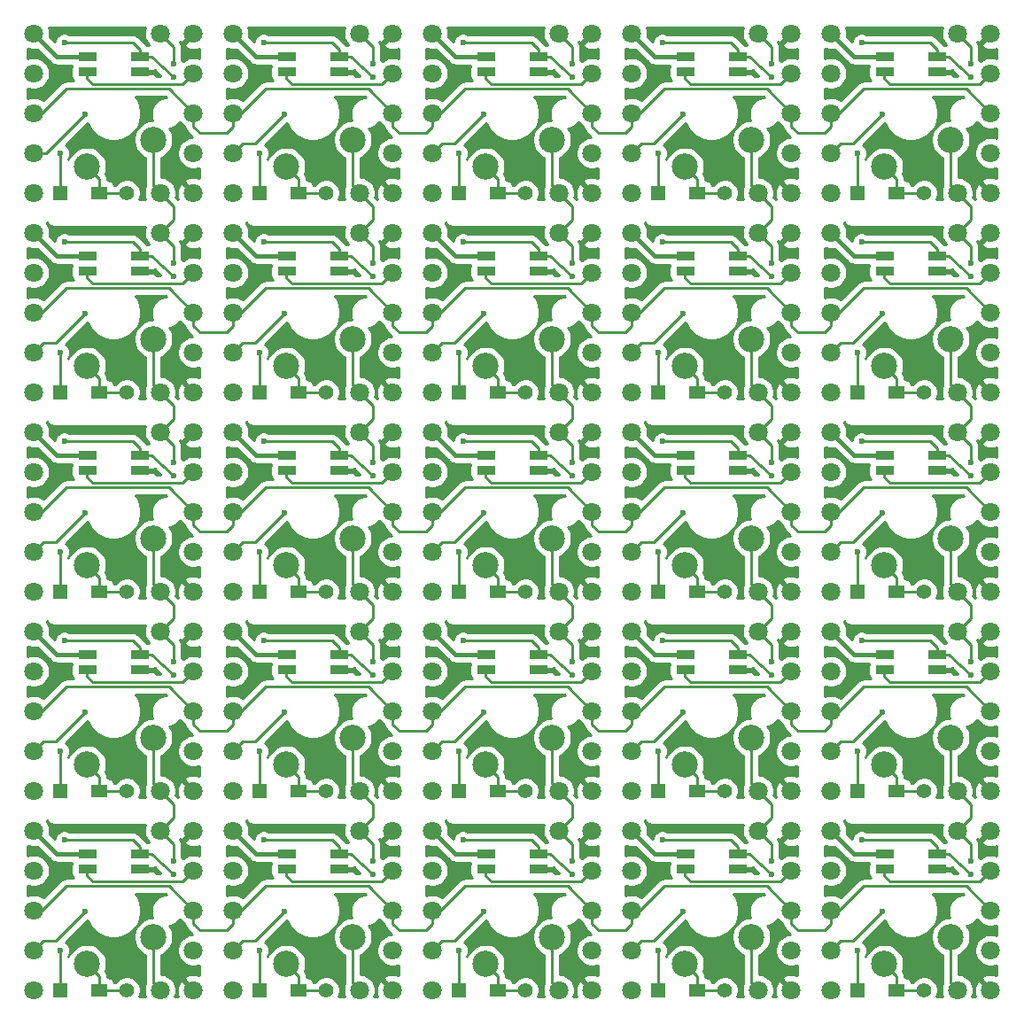
<source format=gbl>
G04 #@! TF.GenerationSoftware,KiCad,Pcbnew,5.1.5+dfsg1-2build2*
G04 #@! TF.CreationDate,2021-01-11T18:30:26+09:00*
G04 #@! TF.ProjectId,suxen,73757865-6e2e-46b6-9963-61645f706362,rev?*
G04 #@! TF.SameCoordinates,Original*
G04 #@! TF.FileFunction,Copper,L2,Bot*
G04 #@! TF.FilePolarity,Positive*
%FSLAX46Y46*%
G04 Gerber Fmt 4.6, Leading zero omitted, Abs format (unit mm)*
G04 Created by KiCad (PCBNEW 5.1.5+dfsg1-2build2) date 2021-01-11 18:30:26*
%MOMM*%
%LPD*%
G04 APERTURE LIST*
%ADD10R,1.800000X0.820000*%
%ADD11C,2.500000*%
%ADD12R,1.400000X1.400000*%
%ADD13C,1.400000*%
%ADD14R,1.600000X1.200000*%
%ADD15C,1.800000*%
%ADD16C,0.600000*%
%ADD17C,0.250000*%
%ADD18C,0.400000*%
%ADD19C,0.254000*%
G04 APERTURE END LIST*
D10*
X153122000Y-106452000D03*
X153122000Y-107952000D03*
X148122000Y-107952000D03*
X148122000Y-106452000D03*
X134072000Y-106452000D03*
X134072000Y-107952000D03*
X129072000Y-107952000D03*
X129072000Y-106452000D03*
X115022000Y-106452000D03*
X115022000Y-107952000D03*
X110022000Y-107952000D03*
X110022000Y-106452000D03*
X95972000Y-106452000D03*
X95972000Y-107952000D03*
X90972000Y-107952000D03*
X90972000Y-106452000D03*
X76922000Y-106452000D03*
X76922000Y-107952000D03*
X71922000Y-107952000D03*
X71922000Y-106452000D03*
X153122000Y-87402000D03*
X153122000Y-88902000D03*
X148122000Y-88902000D03*
X148122000Y-87402000D03*
X134072000Y-87402000D03*
X134072000Y-88902000D03*
X129072000Y-88902000D03*
X129072000Y-87402000D03*
X115022000Y-87402000D03*
X115022000Y-88902000D03*
X110022000Y-88902000D03*
X110022000Y-87402000D03*
X95972000Y-87402000D03*
X95972000Y-88902000D03*
X90972000Y-88902000D03*
X90972000Y-87402000D03*
X76922000Y-87402000D03*
X76922000Y-88902000D03*
X71922000Y-88902000D03*
X71922000Y-87402000D03*
X153122000Y-68352000D03*
X153122000Y-69852000D03*
X148122000Y-69852000D03*
X148122000Y-68352000D03*
X134072000Y-68352000D03*
X134072000Y-69852000D03*
X129072000Y-69852000D03*
X129072000Y-68352000D03*
X115022000Y-68352000D03*
X115022000Y-69852000D03*
X110022000Y-69852000D03*
X110022000Y-68352000D03*
X95972000Y-68352000D03*
X95972000Y-69852000D03*
X90972000Y-69852000D03*
X90972000Y-68352000D03*
X76922000Y-68352000D03*
X76922000Y-69852000D03*
X71922000Y-69852000D03*
X71922000Y-68352000D03*
X153122000Y-49302000D03*
X153122000Y-50802000D03*
X148122000Y-50802000D03*
X148122000Y-49302000D03*
X134072000Y-49302000D03*
X134072000Y-50802000D03*
X129072000Y-50802000D03*
X129072000Y-49302000D03*
X115022000Y-49302000D03*
X115022000Y-50802000D03*
X110022000Y-50802000D03*
X110022000Y-49302000D03*
X95972000Y-49302000D03*
X95972000Y-50802000D03*
X90972000Y-50802000D03*
X90972000Y-49302000D03*
X76922000Y-49302000D03*
X76922000Y-50802000D03*
X71922000Y-50802000D03*
X71922000Y-49302000D03*
X153122000Y-30252000D03*
X153122000Y-31752000D03*
X148122000Y-31752000D03*
X148122000Y-30252000D03*
X134072000Y-30252000D03*
X134072000Y-31752000D03*
X129072000Y-31752000D03*
X129072000Y-30252000D03*
X115022000Y-30252000D03*
X115022000Y-31752000D03*
X110022000Y-31752000D03*
X110022000Y-30252000D03*
X95972000Y-30252000D03*
X95972000Y-31752000D03*
X90972000Y-31752000D03*
X90972000Y-30252000D03*
X76922000Y-30252000D03*
X76922000Y-31752000D03*
X71922000Y-31752000D03*
X71922000Y-30252000D03*
D11*
X78232000Y-38227000D03*
X71882000Y-40767000D03*
X135382000Y-114427000D03*
X129032000Y-116967000D03*
X116332000Y-114427000D03*
X109982000Y-116967000D03*
X97282000Y-114427000D03*
X90932000Y-116967000D03*
X78232000Y-114427000D03*
X71882000Y-116967000D03*
X135382000Y-95377000D03*
X129032000Y-97917000D03*
X116332000Y-95377000D03*
X109982000Y-97917000D03*
X97282000Y-95377000D03*
X90932000Y-97917000D03*
X78232000Y-95377000D03*
X71882000Y-97917000D03*
X135382000Y-76327000D03*
X129032000Y-78867000D03*
X97282000Y-76327000D03*
X90932000Y-78867000D03*
X78232000Y-76327000D03*
X71882000Y-78867000D03*
X135382000Y-57277000D03*
X129032000Y-59817000D03*
X116332000Y-57277000D03*
X109982000Y-59817000D03*
X97282000Y-57277000D03*
X90932000Y-59817000D03*
X78232000Y-57277000D03*
X71882000Y-59817000D03*
X154432000Y-38227000D03*
X148082000Y-40767000D03*
X135382000Y-38227000D03*
X129032000Y-40767000D03*
X97282000Y-38227000D03*
X90932000Y-40767000D03*
X116332000Y-38227000D03*
X109982000Y-40767000D03*
X154432000Y-57277000D03*
X148082000Y-59817000D03*
X154432000Y-76327000D03*
X148082000Y-78867000D03*
X154432000Y-95377000D03*
X148082000Y-97917000D03*
X154432000Y-114427000D03*
X148082000Y-116967000D03*
X116332000Y-76327000D03*
X109982000Y-78867000D03*
D12*
X69342000Y-43307000D03*
D13*
X75692000Y-43307000D03*
D14*
X73042000Y-43307000D03*
D12*
X107442000Y-43307000D03*
D13*
X113792000Y-43307000D03*
D14*
X111142000Y-43307000D03*
D12*
X69342000Y-62357000D03*
D13*
X75692000Y-62357000D03*
D14*
X73042000Y-62357000D03*
D12*
X88392000Y-43307000D03*
D13*
X94742000Y-43307000D03*
D14*
X92092000Y-43307000D03*
D12*
X126492000Y-43307000D03*
D13*
X132842000Y-43307000D03*
D14*
X130192000Y-43307000D03*
D12*
X145542000Y-43307000D03*
D13*
X151892000Y-43307000D03*
D14*
X149242000Y-43307000D03*
D12*
X88392000Y-62357000D03*
D13*
X94742000Y-62357000D03*
D14*
X92092000Y-62357000D03*
D12*
X107442000Y-62357000D03*
D13*
X113792000Y-62357000D03*
D14*
X111142000Y-62357000D03*
D12*
X126492000Y-62357000D03*
D13*
X132842000Y-62357000D03*
D14*
X130192000Y-62357000D03*
D12*
X145542000Y-62357000D03*
D13*
X151892000Y-62357000D03*
D14*
X149242000Y-62357000D03*
D12*
X69342000Y-81407000D03*
D13*
X75692000Y-81407000D03*
D14*
X73042000Y-81407000D03*
D12*
X88392000Y-81407000D03*
D13*
X94742000Y-81407000D03*
D14*
X92092000Y-81407000D03*
D12*
X107442000Y-81407000D03*
D13*
X113792000Y-81407000D03*
D14*
X111142000Y-81407000D03*
D12*
X126492000Y-81407000D03*
D13*
X132842000Y-81407000D03*
D14*
X130192000Y-81407000D03*
D12*
X145542000Y-81407000D03*
D13*
X151892000Y-81407000D03*
D14*
X149242000Y-81407000D03*
D12*
X69342000Y-100457000D03*
D13*
X75692000Y-100457000D03*
D14*
X73042000Y-100457000D03*
D12*
X88392000Y-100457000D03*
D13*
X94742000Y-100457000D03*
D14*
X92092000Y-100457000D03*
D12*
X107442000Y-100457000D03*
D13*
X113792000Y-100457000D03*
D14*
X111142000Y-100457000D03*
D12*
X126492000Y-100457000D03*
D13*
X132842000Y-100457000D03*
D14*
X130192000Y-100457000D03*
D12*
X145542000Y-100457000D03*
D13*
X151892000Y-100457000D03*
D14*
X149242000Y-100457000D03*
D12*
X69342000Y-119507000D03*
D13*
X75692000Y-119507000D03*
D14*
X73042000Y-119507000D03*
D12*
X88392000Y-119507000D03*
D13*
X94742000Y-119507000D03*
D14*
X92092000Y-119507000D03*
D12*
X107442000Y-119507000D03*
D13*
X113792000Y-119507000D03*
D14*
X111142000Y-119507000D03*
D12*
X126492000Y-119507000D03*
D13*
X132842000Y-119507000D03*
D14*
X130192000Y-119507000D03*
D12*
X145542000Y-119507000D03*
D13*
X151892000Y-119507000D03*
D14*
X149242000Y-119507000D03*
D15*
X158242000Y-111887000D03*
X139192000Y-111887000D03*
X120142000Y-111887000D03*
X101092000Y-111887000D03*
X143002000Y-111887000D03*
X123952000Y-111887000D03*
X104902000Y-111887000D03*
X85852000Y-111887000D03*
X158242000Y-92837000D03*
X139192000Y-92837000D03*
X120142000Y-92837000D03*
X101092000Y-92837000D03*
X143002000Y-92837000D03*
X123952000Y-92837000D03*
X104902000Y-92837000D03*
X85852000Y-92837000D03*
X143002000Y-73787000D03*
X123952000Y-73787000D03*
X104902000Y-73787000D03*
X85852000Y-73787000D03*
X158242000Y-73787000D03*
X139192000Y-73787000D03*
X120142000Y-73787000D03*
X101092000Y-73787000D03*
X158242000Y-115697000D03*
X139192000Y-115697000D03*
X120142000Y-115697000D03*
X101092000Y-115697000D03*
X82042000Y-115697000D03*
X158242000Y-96647000D03*
X139192000Y-96647000D03*
X120142000Y-96647000D03*
X101092000Y-96647000D03*
X82042000Y-96647000D03*
X158242000Y-77597000D03*
X139192000Y-77597000D03*
X120142000Y-77597000D03*
X101092000Y-77597000D03*
X82042000Y-77597000D03*
X158242000Y-58547000D03*
X139192000Y-58547000D03*
X120142000Y-58547000D03*
X101092000Y-58547000D03*
X82042000Y-58547000D03*
X158242000Y-39497000D03*
X139192000Y-39497000D03*
X120142000Y-39497000D03*
X101092000Y-39497000D03*
X143002000Y-108077000D03*
X123952000Y-108077000D03*
X104902000Y-108077000D03*
X85852000Y-108077000D03*
X66802000Y-108077000D03*
X143002000Y-89027000D03*
X123952000Y-89027000D03*
X104902000Y-89027000D03*
X85852000Y-89027000D03*
X66802000Y-89027000D03*
X143002000Y-69977000D03*
X123952000Y-69977000D03*
X104902000Y-69977000D03*
X85852000Y-69977000D03*
X66802000Y-69977000D03*
X143002000Y-50927000D03*
X123952000Y-50927000D03*
X104902000Y-50927000D03*
X85852000Y-50927000D03*
X66802000Y-50927000D03*
X143002000Y-31877000D03*
X123952000Y-31877000D03*
X104902000Y-31877000D03*
X85852000Y-31877000D03*
X143002000Y-115697000D03*
X123952000Y-115697000D03*
X104902000Y-115697000D03*
X85852000Y-115697000D03*
X66802000Y-115697000D03*
X143002000Y-96647000D03*
X123952000Y-96647000D03*
X104902000Y-96647000D03*
X85852000Y-96647000D03*
X66802000Y-96647000D03*
X143002000Y-77597000D03*
X123952000Y-77597000D03*
X104902000Y-77597000D03*
X85852000Y-77597000D03*
X66802000Y-77597000D03*
X143002000Y-58547000D03*
X123952000Y-58547000D03*
X104902000Y-58547000D03*
X85852000Y-58547000D03*
X66802000Y-58547000D03*
X143002000Y-39497000D03*
X123952000Y-39497000D03*
X104902000Y-39497000D03*
X85852000Y-39497000D03*
X158242000Y-108077000D03*
X139192000Y-108077000D03*
X120142000Y-108077000D03*
X101092000Y-108077000D03*
X82042000Y-108077000D03*
X158242000Y-89027000D03*
X139192000Y-89027000D03*
X120142000Y-89027000D03*
X101092000Y-89027000D03*
X82042000Y-89027000D03*
X158242000Y-69977000D03*
X139192000Y-69977000D03*
X120142000Y-69977000D03*
X101092000Y-69977000D03*
X82042000Y-69977000D03*
X158242000Y-50927000D03*
X139192000Y-50927000D03*
X120142000Y-50927000D03*
X101092000Y-50927000D03*
X82042000Y-50927000D03*
X158242000Y-31877000D03*
X139192000Y-31877000D03*
X120142000Y-31877000D03*
X101092000Y-31877000D03*
X155067000Y-100457000D03*
X143002000Y-119507000D03*
X143002000Y-104267000D03*
X158242000Y-104267000D03*
X155067000Y-104267000D03*
X158242000Y-119507000D03*
X155067000Y-119507000D03*
X123952000Y-119507000D03*
X139192000Y-119507000D03*
X136017000Y-104267000D03*
X139192000Y-104267000D03*
X136017000Y-119507000D03*
X123952000Y-104267000D03*
X104902000Y-104267000D03*
X104902000Y-119507000D03*
X120142000Y-104267000D03*
X120142000Y-119507000D03*
X116967000Y-119507000D03*
X116967000Y-104267000D03*
X97917000Y-119507000D03*
X101092000Y-119507000D03*
X85852000Y-104267000D03*
X85852000Y-119507000D03*
X101092000Y-104267000D03*
X97917000Y-104267000D03*
X82042000Y-119507000D03*
X78867000Y-119507000D03*
X78867000Y-104267000D03*
X66802000Y-119507000D03*
X66802000Y-104267000D03*
X82042000Y-111887000D03*
X66802000Y-111887000D03*
X82042000Y-104267000D03*
X82042000Y-100457000D03*
X66802000Y-92837000D03*
X78867000Y-85217000D03*
X82042000Y-85217000D03*
X82042000Y-92837000D03*
X78867000Y-100457000D03*
X66802000Y-85217000D03*
X66802000Y-100457000D03*
X101092000Y-85217000D03*
X85852000Y-85217000D03*
X97917000Y-85217000D03*
X85852000Y-100457000D03*
X97917000Y-100457000D03*
X101092000Y-100457000D03*
X116967000Y-100457000D03*
X104902000Y-85217000D03*
X104902000Y-100457000D03*
X116967000Y-85217000D03*
X120142000Y-85217000D03*
X120142000Y-100457000D03*
X123952000Y-100457000D03*
X123952000Y-85217000D03*
X139192000Y-100457000D03*
X136017000Y-85217000D03*
X136017000Y-100457000D03*
X139192000Y-85217000D03*
X143002000Y-100457000D03*
X143002000Y-85217000D03*
X158242000Y-85217000D03*
X158242000Y-100457000D03*
X155067000Y-85217000D03*
X155067000Y-66167000D03*
X143002000Y-66167000D03*
X158242000Y-66167000D03*
X158242000Y-81407000D03*
X155067000Y-81407000D03*
X143002000Y-81407000D03*
X136017000Y-81407000D03*
X139192000Y-81407000D03*
X123952000Y-81407000D03*
X123952000Y-66167000D03*
X136017000Y-66167000D03*
X139192000Y-66167000D03*
X120142000Y-81407000D03*
X104902000Y-81407000D03*
X116967000Y-66167000D03*
X104902000Y-66167000D03*
X120142000Y-66167000D03*
X116967000Y-81407000D03*
X85852000Y-66167000D03*
X101092000Y-81407000D03*
X97917000Y-66167000D03*
X97917000Y-81407000D03*
X101092000Y-66167000D03*
X85852000Y-81407000D03*
X66802000Y-81407000D03*
X78867000Y-66167000D03*
X82042000Y-81407000D03*
X78867000Y-81407000D03*
X82042000Y-73787000D03*
X82042000Y-66167000D03*
X66802000Y-66167000D03*
X66802000Y-73787000D03*
X104902000Y-62357000D03*
X104902000Y-47117000D03*
X120142000Y-54737000D03*
X104902000Y-54737000D03*
X116967000Y-62357000D03*
X120142000Y-47117000D03*
X120142000Y-62357000D03*
X116967000Y-47117000D03*
X136017000Y-47117000D03*
X123952000Y-62357000D03*
X139192000Y-54737000D03*
X139192000Y-47117000D03*
X139192000Y-62357000D03*
X123952000Y-54737000D03*
X136017000Y-62357000D03*
X123952000Y-47117000D03*
X158242000Y-47117000D03*
X158242000Y-62357000D03*
X143002000Y-54737000D03*
X155067000Y-62357000D03*
X155067000Y-47117000D03*
X143002000Y-47117000D03*
X143002000Y-62357000D03*
X158242000Y-54737000D03*
X155067000Y-43307000D03*
X155067000Y-28067000D03*
X158242000Y-28067000D03*
X143002000Y-35687000D03*
X143002000Y-43307000D03*
X143002000Y-28067000D03*
X158242000Y-35687000D03*
X158242000Y-43307000D03*
X136017000Y-28067000D03*
X139192000Y-28067000D03*
X123952000Y-35687000D03*
X123952000Y-43307000D03*
X123952000Y-28067000D03*
X139192000Y-35687000D03*
X136017000Y-43307000D03*
X139192000Y-43307000D03*
X104902000Y-35687000D03*
X104902000Y-43307000D03*
X104902000Y-28067000D03*
X120142000Y-35687000D03*
X116967000Y-28067000D03*
X120142000Y-43307000D03*
X116967000Y-43307000D03*
X120142000Y-28067000D03*
X101092000Y-62357000D03*
X97917000Y-62357000D03*
X85852000Y-54737000D03*
X85852000Y-62357000D03*
X85852000Y-47117000D03*
X101092000Y-54737000D03*
X97917000Y-47117000D03*
X101092000Y-47117000D03*
X82042000Y-62357000D03*
X78867000Y-62357000D03*
X66802000Y-54737000D03*
X78867000Y-47117000D03*
X82042000Y-54737000D03*
X82042000Y-47117000D03*
X66802000Y-47117000D03*
X66802000Y-62357000D03*
X85852000Y-35687000D03*
X97917000Y-28067000D03*
X85852000Y-28067000D03*
X85852000Y-43307000D03*
X101092000Y-43307000D03*
X101092000Y-28067000D03*
X101092000Y-35687000D03*
X97917000Y-43307000D03*
X78867000Y-43307000D03*
X66802000Y-39497000D03*
X66802000Y-31877000D03*
X82042000Y-39497000D03*
X82042000Y-31877000D03*
X82042000Y-35687000D03*
X66802000Y-35687000D03*
X78867000Y-28067000D03*
X82042000Y-28067000D03*
X82042000Y-43307000D03*
X66802000Y-43307000D03*
X66802000Y-28067000D03*
D16*
X88392000Y-39497000D03*
X107442000Y-39497000D03*
X126492000Y-39497000D03*
X145542000Y-39497000D03*
X69342000Y-39497000D03*
X69342000Y-58547000D03*
X88392000Y-58547000D03*
X107442000Y-58547000D03*
X126492000Y-58547000D03*
X145542000Y-58547000D03*
X69342000Y-77597000D03*
X88392000Y-77597000D03*
X107442000Y-77597000D03*
X126492000Y-77597000D03*
X145542000Y-77597000D03*
X69342000Y-96647000D03*
X88392000Y-96647000D03*
X107442000Y-96647000D03*
X126492000Y-96647000D03*
X145542000Y-96647000D03*
X69342000Y-115697000D03*
X88392000Y-115697000D03*
X107442000Y-115697000D03*
X126492000Y-115697000D03*
X145542000Y-115697000D03*
X69723000Y-28956000D03*
X80137000Y-32258000D03*
X88773000Y-28956000D03*
X107823000Y-28956000D03*
X126873000Y-28956000D03*
X145923000Y-28956000D03*
X69723000Y-48006000D03*
X88773000Y-48006000D03*
X107823000Y-48006000D03*
X126873000Y-48006000D03*
X145923000Y-48006000D03*
X69723000Y-67056000D03*
X88773000Y-67056000D03*
X107823000Y-67056000D03*
X126873000Y-67056000D03*
X145923000Y-67056000D03*
X69723000Y-86106000D03*
X88773000Y-86106000D03*
X107823000Y-86106000D03*
X126873000Y-86106000D03*
X145923000Y-86106000D03*
X69723000Y-105156000D03*
X88773000Y-105156000D03*
X107823000Y-105156000D03*
X126873000Y-105156000D03*
X145923000Y-105156000D03*
X99187000Y-32258000D03*
X118237000Y-32258000D03*
X137287000Y-32258000D03*
X156337000Y-32258000D03*
X80137000Y-51308000D03*
X99187000Y-51308000D03*
X118237000Y-51308000D03*
X137287000Y-51308000D03*
X156337000Y-51308000D03*
X80137000Y-70358000D03*
X99187000Y-70358000D03*
X118237000Y-70358000D03*
X137287000Y-70358000D03*
X156337000Y-70358000D03*
X80137000Y-89408000D03*
X99187000Y-89408000D03*
X118237000Y-89408000D03*
X137287000Y-89408000D03*
X156337000Y-89408000D03*
X80137000Y-108458000D03*
X99187000Y-108458000D03*
X118237000Y-108458000D03*
X137287000Y-108458000D03*
X156337000Y-108458000D03*
X90759001Y-35768001D03*
X109809001Y-35768001D03*
X128859001Y-35768001D03*
X147909001Y-35768001D03*
X71709001Y-54818001D03*
X90759001Y-54818001D03*
X109809001Y-54818001D03*
X128859001Y-54818001D03*
X147909001Y-54818001D03*
X71709001Y-73868001D03*
X90759001Y-73868001D03*
X109809001Y-73868001D03*
X128859001Y-73868001D03*
X147909001Y-73868001D03*
X71709001Y-92918001D03*
X90759001Y-92918001D03*
X109809001Y-92918001D03*
X128859001Y-92918001D03*
X147909001Y-92918001D03*
X71709001Y-111968001D03*
X90759001Y-111968001D03*
X109809001Y-111968001D03*
X128859001Y-111968001D03*
X147909001Y-111968001D03*
X90932000Y-31750000D03*
X109982000Y-31750000D03*
X129032000Y-31750000D03*
X148082000Y-31750000D03*
X71882000Y-50800000D03*
X90932000Y-50800000D03*
X109982000Y-50800000D03*
X129032000Y-50800000D03*
X148082000Y-50800000D03*
X71882000Y-69850000D03*
X90932000Y-69850000D03*
X109982000Y-69850000D03*
X129032000Y-69850000D03*
X148082000Y-69850000D03*
X71882000Y-88900000D03*
X90932000Y-88900000D03*
X109982000Y-88900000D03*
X129032000Y-88900000D03*
X148082000Y-88900000D03*
X71882000Y-107950000D03*
X90932000Y-107950000D03*
X109982000Y-107950000D03*
X129032000Y-107950000D03*
X148082000Y-107950000D03*
X71882000Y-31750000D03*
X71709001Y-35768001D03*
X76962000Y-31750000D03*
X96012000Y-31750000D03*
X115062000Y-31750000D03*
X134112000Y-31750000D03*
X153162000Y-31750000D03*
X76962000Y-50800000D03*
X96012000Y-50800000D03*
X115062000Y-50800000D03*
X134112000Y-50800000D03*
X153162000Y-50800000D03*
X76962000Y-69850000D03*
X96012000Y-69850000D03*
X115062000Y-69850000D03*
X134112000Y-69850000D03*
X153162000Y-69850000D03*
X76962000Y-88900000D03*
X96012000Y-88900000D03*
X115062000Y-88900000D03*
X134112000Y-88900000D03*
X153162000Y-88900000D03*
X76962000Y-107950000D03*
X96012000Y-107950000D03*
X115062000Y-107950000D03*
X134112000Y-107950000D03*
X153162000Y-107950000D03*
X75057000Y-40132000D03*
X69088000Y-32385000D03*
X73660000Y-28067000D03*
X94107000Y-40132000D03*
X113157000Y-40132000D03*
X132207000Y-40132000D03*
X151257000Y-40132000D03*
X75057000Y-59182000D03*
X94107000Y-59182000D03*
X113157000Y-59182000D03*
X132207000Y-59182000D03*
X151257000Y-59182000D03*
X75057000Y-78232000D03*
X94107000Y-78232000D03*
X113157000Y-78232000D03*
X132207000Y-78232000D03*
X151257000Y-78232000D03*
X75057000Y-97282000D03*
X94107000Y-97282000D03*
X113157000Y-97282000D03*
X132207000Y-97282000D03*
X151257000Y-97282000D03*
X75057000Y-116332000D03*
X94107000Y-116332000D03*
X113157000Y-116332000D03*
X132207000Y-116332000D03*
X151257000Y-116332000D03*
X92710000Y-28067000D03*
X111760000Y-28067000D03*
X130810000Y-28067000D03*
X149860000Y-28067000D03*
X73660000Y-47117000D03*
X92710000Y-47117000D03*
X111760000Y-47117000D03*
X130810000Y-47117000D03*
X149860000Y-47117000D03*
X73660000Y-66167000D03*
X92710000Y-66167000D03*
X111760000Y-66167000D03*
X130810000Y-66167000D03*
X149860000Y-66167000D03*
X73660000Y-85217000D03*
X92710000Y-85217000D03*
X111760000Y-85217000D03*
X130810000Y-85217000D03*
X149860000Y-85217000D03*
X73660000Y-104267000D03*
X92710000Y-104267000D03*
X111760000Y-104267000D03*
X130810000Y-104267000D03*
X149860000Y-104267000D03*
X88138000Y-32385000D03*
X107188000Y-32385000D03*
X126238000Y-32385000D03*
X145288000Y-32385000D03*
X69088000Y-51435000D03*
X88138000Y-51435000D03*
X107188000Y-51435000D03*
X126238000Y-51435000D03*
X145288000Y-51435000D03*
X69088000Y-70485000D03*
X88138000Y-70485000D03*
X107188000Y-70485000D03*
X126238000Y-70485000D03*
X145288000Y-70485000D03*
X69088000Y-89535000D03*
X88138000Y-89535000D03*
X107188000Y-89535000D03*
X126238000Y-89535000D03*
X145288000Y-89535000D03*
X69088000Y-108585000D03*
X88138000Y-108585000D03*
X107188000Y-108585000D03*
X126238000Y-108585000D03*
X145288000Y-108585000D03*
X77216000Y-34417000D03*
X96266000Y-34417000D03*
X115316000Y-34417000D03*
X134366000Y-34417000D03*
X153416000Y-34417000D03*
X77216000Y-53467000D03*
X96266000Y-53467000D03*
X115316000Y-53467000D03*
X134366000Y-53467000D03*
X153416000Y-53467000D03*
X77216000Y-72517000D03*
X96266000Y-72517000D03*
X115316000Y-72517000D03*
X134366000Y-72517000D03*
X153416000Y-72517000D03*
X77216000Y-91567000D03*
X96266000Y-91567000D03*
X115316000Y-91567000D03*
X134366000Y-91567000D03*
X153416000Y-91567000D03*
X77216000Y-110617000D03*
X96266000Y-110617000D03*
X115316000Y-110617000D03*
X134366000Y-110617000D03*
X153416000Y-110617000D03*
X80137000Y-30988000D03*
X80137000Y-50038000D03*
X80137000Y-69088000D03*
X80137000Y-88138000D03*
X80137000Y-107188000D03*
X99187000Y-30988000D03*
X99187000Y-50038000D03*
X99187000Y-69088000D03*
X99187000Y-88138000D03*
X99187000Y-107188000D03*
X118237000Y-30988000D03*
X118237000Y-50038000D03*
X118237000Y-69088000D03*
X118237000Y-88138000D03*
X118237000Y-107188000D03*
X137287000Y-30988000D03*
X137287000Y-50038000D03*
X137287000Y-69088000D03*
X137287000Y-88138000D03*
X137287000Y-107188000D03*
X156337000Y-30988000D03*
X156337000Y-50038000D03*
X156337000Y-69088000D03*
X156337000Y-88138000D03*
X156337000Y-107188000D03*
X71922000Y-30252000D03*
X90972000Y-30252000D03*
X110022000Y-30252000D03*
X129072000Y-30252000D03*
X148122000Y-30252000D03*
X71922000Y-49302000D03*
X90972000Y-49302000D03*
X110022000Y-49302000D03*
X129072000Y-49302000D03*
X148122000Y-49302000D03*
X71922000Y-68352000D03*
X90972000Y-68352000D03*
X110022000Y-68352000D03*
X129072000Y-68352000D03*
X148122000Y-68352000D03*
X71922000Y-87402000D03*
X90972000Y-87402000D03*
X110022000Y-87402000D03*
X129072000Y-87402000D03*
X148122000Y-87402000D03*
X71922000Y-106452000D03*
X90972000Y-106452000D03*
X110022000Y-106452000D03*
X129072000Y-106452000D03*
X148122000Y-106452000D03*
D17*
X67564000Y-35687000D02*
X66802000Y-35687000D01*
X82042000Y-35687000D02*
X79716999Y-33361999D01*
X79716999Y-33361999D02*
X69889001Y-33361999D01*
X69889001Y-33361999D02*
X67564000Y-35687000D01*
X98766999Y-33361999D02*
X88939001Y-33361999D01*
X117816999Y-33361999D02*
X107989001Y-33361999D01*
X136866999Y-33361999D02*
X127039001Y-33361999D01*
X155916999Y-33361999D02*
X146089001Y-33361999D01*
X86614000Y-35687000D02*
X85852000Y-35687000D01*
X105664000Y-35687000D02*
X104902000Y-35687000D01*
X124714000Y-35687000D02*
X123952000Y-35687000D01*
X143764000Y-35687000D02*
X143002000Y-35687000D01*
X101092000Y-35687000D02*
X98766999Y-33361999D01*
X120142000Y-35687000D02*
X117816999Y-33361999D01*
X139192000Y-35687000D02*
X136866999Y-33361999D01*
X158242000Y-35687000D02*
X155916999Y-33361999D01*
X88939001Y-33361999D02*
X86614000Y-35687000D01*
X107989001Y-33361999D02*
X105664000Y-35687000D01*
X127039001Y-33361999D02*
X124714000Y-35687000D01*
X146089001Y-33361999D02*
X143764000Y-35687000D01*
X88392000Y-43307000D02*
X88392000Y-39497000D01*
X107442000Y-43307000D02*
X107442000Y-39497000D01*
X126492000Y-43307000D02*
X126492000Y-39497000D01*
X145542000Y-43307000D02*
X145542000Y-39497000D01*
X82042000Y-36959792D02*
X82674208Y-37592000D01*
X82042000Y-35687000D02*
X82042000Y-36959792D01*
X85852000Y-36959792D02*
X85852000Y-35687000D01*
X85219792Y-37592000D02*
X85852000Y-36959792D01*
X82674208Y-37592000D02*
X85219792Y-37592000D01*
X104902000Y-36959792D02*
X104902000Y-35687000D01*
X123952000Y-36959792D02*
X123952000Y-35687000D01*
X143002000Y-36959792D02*
X143002000Y-35687000D01*
X101092000Y-36959792D02*
X101724208Y-37592000D01*
X120142000Y-36959792D02*
X120774208Y-37592000D01*
X139192000Y-36959792D02*
X139824208Y-37592000D01*
X101724208Y-37592000D02*
X104269792Y-37592000D01*
X120774208Y-37592000D02*
X123319792Y-37592000D01*
X139824208Y-37592000D02*
X142369792Y-37592000D01*
X101092000Y-35687000D02*
X101092000Y-36959792D01*
X120142000Y-35687000D02*
X120142000Y-36959792D01*
X139192000Y-35687000D02*
X139192000Y-36959792D01*
X104269792Y-37592000D02*
X104902000Y-36959792D01*
X123319792Y-37592000D02*
X123952000Y-36959792D01*
X142369792Y-37592000D02*
X143002000Y-36959792D01*
X69342000Y-43307000D02*
X69342000Y-39497000D01*
X75692000Y-43307000D02*
X73042000Y-43307000D01*
X73042000Y-41927000D02*
X71882000Y-40767000D01*
X73042000Y-43307000D02*
X73042000Y-41927000D01*
X94742000Y-43307000D02*
X92092000Y-43307000D01*
X92092000Y-41927000D02*
X90932000Y-40767000D01*
X92092000Y-43307000D02*
X92092000Y-41927000D01*
X113792000Y-43307000D02*
X111142000Y-43307000D01*
X111142000Y-41927000D02*
X109982000Y-40767000D01*
X111142000Y-43307000D02*
X111142000Y-41927000D01*
X132842000Y-43307000D02*
X130192000Y-43307000D01*
X130192000Y-41927000D02*
X129032000Y-40767000D01*
X130192000Y-43307000D02*
X130192000Y-41927000D01*
X151892000Y-43307000D02*
X149242000Y-43307000D01*
X149242000Y-41927000D02*
X148082000Y-40767000D01*
X149242000Y-43307000D02*
X149242000Y-41927000D01*
X79716999Y-52411999D02*
X69889001Y-52411999D01*
X98766999Y-52411999D02*
X88939001Y-52411999D01*
X117816999Y-52411999D02*
X107989001Y-52411999D01*
X136866999Y-52411999D02*
X127039001Y-52411999D01*
X155916999Y-52411999D02*
X146089001Y-52411999D01*
X67564000Y-54737000D02*
X66802000Y-54737000D01*
X86614000Y-54737000D02*
X85852000Y-54737000D01*
X105664000Y-54737000D02*
X104902000Y-54737000D01*
X124714000Y-54737000D02*
X123952000Y-54737000D01*
X143764000Y-54737000D02*
X143002000Y-54737000D01*
X82042000Y-54737000D02*
X79716999Y-52411999D01*
X101092000Y-54737000D02*
X98766999Y-52411999D01*
X120142000Y-54737000D02*
X117816999Y-52411999D01*
X139192000Y-54737000D02*
X136866999Y-52411999D01*
X158242000Y-54737000D02*
X155916999Y-52411999D01*
X69889001Y-52411999D02*
X67564000Y-54737000D01*
X88939001Y-52411999D02*
X86614000Y-54737000D01*
X107989001Y-52411999D02*
X105664000Y-54737000D01*
X127039001Y-52411999D02*
X124714000Y-54737000D01*
X146089001Y-52411999D02*
X143764000Y-54737000D01*
X85852000Y-56009792D02*
X85852000Y-54737000D01*
X104902000Y-56009792D02*
X104902000Y-54737000D01*
X123952000Y-56009792D02*
X123952000Y-54737000D01*
X143002000Y-56009792D02*
X143002000Y-54737000D01*
X82042000Y-56009792D02*
X82674208Y-56642000D01*
X101092000Y-56009792D02*
X101724208Y-56642000D01*
X120142000Y-56009792D02*
X120774208Y-56642000D01*
X139192000Y-56009792D02*
X139824208Y-56642000D01*
X82674208Y-56642000D02*
X85219792Y-56642000D01*
X101724208Y-56642000D02*
X104269792Y-56642000D01*
X120774208Y-56642000D02*
X123319792Y-56642000D01*
X139824208Y-56642000D02*
X142369792Y-56642000D01*
X82042000Y-54737000D02*
X82042000Y-56009792D01*
X101092000Y-54737000D02*
X101092000Y-56009792D01*
X120142000Y-54737000D02*
X120142000Y-56009792D01*
X139192000Y-54737000D02*
X139192000Y-56009792D01*
X85219792Y-56642000D02*
X85852000Y-56009792D01*
X104269792Y-56642000D02*
X104902000Y-56009792D01*
X123319792Y-56642000D02*
X123952000Y-56009792D01*
X142369792Y-56642000D02*
X143002000Y-56009792D01*
X69342000Y-62357000D02*
X69342000Y-58547000D01*
X88392000Y-62357000D02*
X88392000Y-58547000D01*
X107442000Y-62357000D02*
X107442000Y-58547000D01*
X126492000Y-62357000D02*
X126492000Y-58547000D01*
X145542000Y-62357000D02*
X145542000Y-58547000D01*
X75692000Y-62357000D02*
X73042000Y-62357000D01*
X73042000Y-60977000D02*
X71882000Y-59817000D01*
X73042000Y-62357000D02*
X73042000Y-60977000D01*
X94742000Y-62357000D02*
X92092000Y-62357000D01*
X92092000Y-60977000D02*
X90932000Y-59817000D01*
X92092000Y-62357000D02*
X92092000Y-60977000D01*
X113792000Y-62357000D02*
X111142000Y-62357000D01*
X111142000Y-60977000D02*
X109982000Y-59817000D01*
X111142000Y-62357000D02*
X111142000Y-60977000D01*
X132842000Y-62357000D02*
X130192000Y-62357000D01*
X130192000Y-60977000D02*
X129032000Y-59817000D01*
X130192000Y-62357000D02*
X130192000Y-60977000D01*
X151892000Y-62357000D02*
X149242000Y-62357000D01*
X149242000Y-60977000D02*
X148082000Y-59817000D01*
X149242000Y-62357000D02*
X149242000Y-60977000D01*
X79716999Y-71461999D02*
X69889001Y-71461999D01*
X98766999Y-71461999D02*
X88939001Y-71461999D01*
X117816999Y-71461999D02*
X107989001Y-71461999D01*
X136866999Y-71461999D02*
X127039001Y-71461999D01*
X155916999Y-71461999D02*
X146089001Y-71461999D01*
X67564000Y-73787000D02*
X66802000Y-73787000D01*
X86614000Y-73787000D02*
X85852000Y-73787000D01*
X105664000Y-73787000D02*
X104902000Y-73787000D01*
X124714000Y-73787000D02*
X123952000Y-73787000D01*
X143764000Y-73787000D02*
X143002000Y-73787000D01*
X82042000Y-73787000D02*
X79716999Y-71461999D01*
X101092000Y-73787000D02*
X98766999Y-71461999D01*
X120142000Y-73787000D02*
X117816999Y-71461999D01*
X139192000Y-73787000D02*
X136866999Y-71461999D01*
X158242000Y-73787000D02*
X155916999Y-71461999D01*
X69889001Y-71461999D02*
X67564000Y-73787000D01*
X88939001Y-71461999D02*
X86614000Y-73787000D01*
X107989001Y-71461999D02*
X105664000Y-73787000D01*
X127039001Y-71461999D02*
X124714000Y-73787000D01*
X146089001Y-71461999D02*
X143764000Y-73787000D01*
X85852000Y-75059792D02*
X85852000Y-73787000D01*
X104902000Y-75059792D02*
X104902000Y-73787000D01*
X123952000Y-75059792D02*
X123952000Y-73787000D01*
X143002000Y-75059792D02*
X143002000Y-73787000D01*
X82042000Y-75059792D02*
X82674208Y-75692000D01*
X101092000Y-75059792D02*
X101724208Y-75692000D01*
X120142000Y-75059792D02*
X120774208Y-75692000D01*
X139192000Y-75059792D02*
X139824208Y-75692000D01*
X82674208Y-75692000D02*
X85219792Y-75692000D01*
X101724208Y-75692000D02*
X104269792Y-75692000D01*
X120774208Y-75692000D02*
X123319792Y-75692000D01*
X139824208Y-75692000D02*
X142369792Y-75692000D01*
X82042000Y-73787000D02*
X82042000Y-75059792D01*
X101092000Y-73787000D02*
X101092000Y-75059792D01*
X120142000Y-73787000D02*
X120142000Y-75059792D01*
X139192000Y-73787000D02*
X139192000Y-75059792D01*
X85219792Y-75692000D02*
X85852000Y-75059792D01*
X104269792Y-75692000D02*
X104902000Y-75059792D01*
X123319792Y-75692000D02*
X123952000Y-75059792D01*
X142369792Y-75692000D02*
X143002000Y-75059792D01*
X69342000Y-81407000D02*
X69342000Y-77597000D01*
X88392000Y-81407000D02*
X88392000Y-77597000D01*
X107442000Y-81407000D02*
X107442000Y-77597000D01*
X126492000Y-81407000D02*
X126492000Y-77597000D01*
X145542000Y-81407000D02*
X145542000Y-77597000D01*
X75692000Y-81407000D02*
X73042000Y-81407000D01*
X73042000Y-80027000D02*
X71882000Y-78867000D01*
X73042000Y-81407000D02*
X73042000Y-80027000D01*
X94742000Y-81407000D02*
X92092000Y-81407000D01*
X92092000Y-80027000D02*
X90932000Y-78867000D01*
X92092000Y-81407000D02*
X92092000Y-80027000D01*
X113792000Y-81407000D02*
X111142000Y-81407000D01*
X111142000Y-80027000D02*
X109982000Y-78867000D01*
X111142000Y-81407000D02*
X111142000Y-80027000D01*
X132842000Y-81407000D02*
X130192000Y-81407000D01*
X130192000Y-80027000D02*
X129032000Y-78867000D01*
X130192000Y-81407000D02*
X130192000Y-80027000D01*
X151892000Y-81407000D02*
X149242000Y-81407000D01*
X149242000Y-80027000D02*
X148082000Y-78867000D01*
X149242000Y-81407000D02*
X149242000Y-80027000D01*
X79716999Y-90511999D02*
X69889001Y-90511999D01*
X98766999Y-90511999D02*
X88939001Y-90511999D01*
X117816999Y-90511999D02*
X107989001Y-90511999D01*
X136866999Y-90511999D02*
X127039001Y-90511999D01*
X155916999Y-90511999D02*
X146089001Y-90511999D01*
X67564000Y-92837000D02*
X66802000Y-92837000D01*
X86614000Y-92837000D02*
X85852000Y-92837000D01*
X105664000Y-92837000D02*
X104902000Y-92837000D01*
X124714000Y-92837000D02*
X123952000Y-92837000D01*
X143764000Y-92837000D02*
X143002000Y-92837000D01*
X82042000Y-92837000D02*
X79716999Y-90511999D01*
X101092000Y-92837000D02*
X98766999Y-90511999D01*
X120142000Y-92837000D02*
X117816999Y-90511999D01*
X139192000Y-92837000D02*
X136866999Y-90511999D01*
X158242000Y-92837000D02*
X155916999Y-90511999D01*
X69889001Y-90511999D02*
X67564000Y-92837000D01*
X88939001Y-90511999D02*
X86614000Y-92837000D01*
X107989001Y-90511999D02*
X105664000Y-92837000D01*
X127039001Y-90511999D02*
X124714000Y-92837000D01*
X146089001Y-90511999D02*
X143764000Y-92837000D01*
X85852000Y-94109792D02*
X85852000Y-92837000D01*
X104902000Y-94109792D02*
X104902000Y-92837000D01*
X123952000Y-94109792D02*
X123952000Y-92837000D01*
X143002000Y-94109792D02*
X143002000Y-92837000D01*
X82042000Y-94109792D02*
X82674208Y-94742000D01*
X101092000Y-94109792D02*
X101724208Y-94742000D01*
X120142000Y-94109792D02*
X120774208Y-94742000D01*
X139192000Y-94109792D02*
X139824208Y-94742000D01*
X82674208Y-94742000D02*
X85219792Y-94742000D01*
X101724208Y-94742000D02*
X104269792Y-94742000D01*
X120774208Y-94742000D02*
X123319792Y-94742000D01*
X139824208Y-94742000D02*
X142369792Y-94742000D01*
X82042000Y-92837000D02*
X82042000Y-94109792D01*
X101092000Y-92837000D02*
X101092000Y-94109792D01*
X120142000Y-92837000D02*
X120142000Y-94109792D01*
X139192000Y-92837000D02*
X139192000Y-94109792D01*
X85219792Y-94742000D02*
X85852000Y-94109792D01*
X104269792Y-94742000D02*
X104902000Y-94109792D01*
X123319792Y-94742000D02*
X123952000Y-94109792D01*
X142369792Y-94742000D02*
X143002000Y-94109792D01*
X69342000Y-100457000D02*
X69342000Y-96647000D01*
X88392000Y-100457000D02*
X88392000Y-96647000D01*
X107442000Y-100457000D02*
X107442000Y-96647000D01*
X126492000Y-100457000D02*
X126492000Y-96647000D01*
X145542000Y-100457000D02*
X145542000Y-96647000D01*
X75692000Y-100457000D02*
X73042000Y-100457000D01*
X73042000Y-99077000D02*
X71882000Y-97917000D01*
X73042000Y-100457000D02*
X73042000Y-99077000D01*
X94742000Y-100457000D02*
X92092000Y-100457000D01*
X92092000Y-99077000D02*
X90932000Y-97917000D01*
X92092000Y-100457000D02*
X92092000Y-99077000D01*
X113792000Y-100457000D02*
X111142000Y-100457000D01*
X111142000Y-99077000D02*
X109982000Y-97917000D01*
X111142000Y-100457000D02*
X111142000Y-99077000D01*
X132842000Y-100457000D02*
X130192000Y-100457000D01*
X130192000Y-99077000D02*
X129032000Y-97917000D01*
X130192000Y-100457000D02*
X130192000Y-99077000D01*
X151892000Y-100457000D02*
X149242000Y-100457000D01*
X149242000Y-99077000D02*
X148082000Y-97917000D01*
X149242000Y-100457000D02*
X149242000Y-99077000D01*
X79716999Y-109561999D02*
X69889001Y-109561999D01*
X98766999Y-109561999D02*
X88939001Y-109561999D01*
X117816999Y-109561999D02*
X107989001Y-109561999D01*
X136866999Y-109561999D02*
X127039001Y-109561999D01*
X155916999Y-109561999D02*
X146089001Y-109561999D01*
X67564000Y-111887000D02*
X66802000Y-111887000D01*
X86614000Y-111887000D02*
X85852000Y-111887000D01*
X105664000Y-111887000D02*
X104902000Y-111887000D01*
X124714000Y-111887000D02*
X123952000Y-111887000D01*
X143764000Y-111887000D02*
X143002000Y-111887000D01*
X82042000Y-111887000D02*
X79716999Y-109561999D01*
X101092000Y-111887000D02*
X98766999Y-109561999D01*
X120142000Y-111887000D02*
X117816999Y-109561999D01*
X139192000Y-111887000D02*
X136866999Y-109561999D01*
X158242000Y-111887000D02*
X155916999Y-109561999D01*
X69889001Y-109561999D02*
X67564000Y-111887000D01*
X88939001Y-109561999D02*
X86614000Y-111887000D01*
X107989001Y-109561999D02*
X105664000Y-111887000D01*
X127039001Y-109561999D02*
X124714000Y-111887000D01*
X146089001Y-109561999D02*
X143764000Y-111887000D01*
X85852000Y-113159792D02*
X85852000Y-111887000D01*
X104902000Y-113159792D02*
X104902000Y-111887000D01*
X123952000Y-113159792D02*
X123952000Y-111887000D01*
X143002000Y-113159792D02*
X143002000Y-111887000D01*
X82042000Y-113159792D02*
X82674208Y-113792000D01*
X101092000Y-113159792D02*
X101724208Y-113792000D01*
X120142000Y-113159792D02*
X120774208Y-113792000D01*
X139192000Y-113159792D02*
X139824208Y-113792000D01*
X82674208Y-113792000D02*
X85219792Y-113792000D01*
X101724208Y-113792000D02*
X104269792Y-113792000D01*
X120774208Y-113792000D02*
X123319792Y-113792000D01*
X139824208Y-113792000D02*
X142369792Y-113792000D01*
X82042000Y-111887000D02*
X82042000Y-113159792D01*
X101092000Y-111887000D02*
X101092000Y-113159792D01*
X120142000Y-111887000D02*
X120142000Y-113159792D01*
X139192000Y-111887000D02*
X139192000Y-113159792D01*
X85219792Y-113792000D02*
X85852000Y-113159792D01*
X104269792Y-113792000D02*
X104902000Y-113159792D01*
X123319792Y-113792000D02*
X123952000Y-113159792D01*
X142369792Y-113792000D02*
X143002000Y-113159792D01*
X69342000Y-119507000D02*
X69342000Y-115697000D01*
X88392000Y-119507000D02*
X88392000Y-115697000D01*
X107442000Y-119507000D02*
X107442000Y-115697000D01*
X126492000Y-119507000D02*
X126492000Y-115697000D01*
X145542000Y-119507000D02*
X145542000Y-115697000D01*
X75692000Y-119507000D02*
X73042000Y-119507000D01*
X73042000Y-118127000D02*
X71882000Y-116967000D01*
X73042000Y-119507000D02*
X73042000Y-118127000D01*
X94742000Y-119507000D02*
X92092000Y-119507000D01*
X92092000Y-118127000D02*
X90932000Y-116967000D01*
X92092000Y-119507000D02*
X92092000Y-118127000D01*
X113792000Y-119507000D02*
X111142000Y-119507000D01*
X111142000Y-118127000D02*
X109982000Y-116967000D01*
X111142000Y-119507000D02*
X111142000Y-118127000D01*
X132842000Y-119507000D02*
X130192000Y-119507000D01*
X130192000Y-118127000D02*
X129032000Y-116967000D01*
X130192000Y-119507000D02*
X130192000Y-118127000D01*
X151892000Y-119507000D02*
X149242000Y-119507000D01*
X149242000Y-118127000D02*
X148082000Y-116967000D01*
X149242000Y-119507000D02*
X149242000Y-118127000D01*
X78072000Y-30252000D02*
X80137000Y-32258000D01*
X76922000Y-30252000D02*
X76962000Y-30252000D01*
X76962000Y-30252000D02*
X78072000Y-30252000D01*
X76922000Y-29592000D02*
X76286000Y-28956000D01*
X76922000Y-30252000D02*
X76922000Y-29592000D01*
X76286000Y-28956000D02*
X69723000Y-28956000D01*
X97122000Y-30252000D02*
X99187000Y-32258000D01*
X116172000Y-30252000D02*
X118237000Y-32258000D01*
X135222000Y-30252000D02*
X137287000Y-32258000D01*
X154272000Y-30252000D02*
X156337000Y-32258000D01*
X78072000Y-49302000D02*
X80137000Y-51308000D01*
X97122000Y-49302000D02*
X99187000Y-51308000D01*
X116172000Y-49302000D02*
X118237000Y-51308000D01*
X135222000Y-49302000D02*
X137287000Y-51308000D01*
X154272000Y-49302000D02*
X156337000Y-51308000D01*
X78072000Y-68352000D02*
X80137000Y-70358000D01*
X97122000Y-68352000D02*
X99187000Y-70358000D01*
X116172000Y-68352000D02*
X118237000Y-70358000D01*
X135222000Y-68352000D02*
X137287000Y-70358000D01*
X154272000Y-68352000D02*
X156337000Y-70358000D01*
X78072000Y-87402000D02*
X80137000Y-89408000D01*
X97122000Y-87402000D02*
X99187000Y-89408000D01*
X116172000Y-87402000D02*
X118237000Y-89408000D01*
X135222000Y-87402000D02*
X137287000Y-89408000D01*
X154272000Y-87402000D02*
X156337000Y-89408000D01*
X78072000Y-106452000D02*
X80137000Y-108458000D01*
X97122000Y-106452000D02*
X99187000Y-108458000D01*
X116172000Y-106452000D02*
X118237000Y-108458000D01*
X135222000Y-106452000D02*
X137287000Y-108458000D01*
X154272000Y-106452000D02*
X156337000Y-108458000D01*
X95972000Y-30252000D02*
X96012000Y-30252000D01*
X115022000Y-30252000D02*
X115062000Y-30252000D01*
X134072000Y-30252000D02*
X134112000Y-30252000D01*
X153122000Y-30252000D02*
X153162000Y-30252000D01*
X76922000Y-49302000D02*
X76962000Y-49302000D01*
X95972000Y-49302000D02*
X96012000Y-49302000D01*
X115022000Y-49302000D02*
X115062000Y-49302000D01*
X134072000Y-49302000D02*
X134112000Y-49302000D01*
X153122000Y-49302000D02*
X153162000Y-49302000D01*
X76922000Y-68352000D02*
X76962000Y-68352000D01*
X95972000Y-68352000D02*
X96012000Y-68352000D01*
X115022000Y-68352000D02*
X115062000Y-68352000D01*
X134072000Y-68352000D02*
X134112000Y-68352000D01*
X153122000Y-68352000D02*
X153162000Y-68352000D01*
X76922000Y-87402000D02*
X76962000Y-87402000D01*
X95972000Y-87402000D02*
X96012000Y-87402000D01*
X115022000Y-87402000D02*
X115062000Y-87402000D01*
X134072000Y-87402000D02*
X134112000Y-87402000D01*
X153122000Y-87402000D02*
X153162000Y-87402000D01*
X76922000Y-106452000D02*
X76962000Y-106452000D01*
X95972000Y-106452000D02*
X96012000Y-106452000D01*
X115022000Y-106452000D02*
X115062000Y-106452000D01*
X134072000Y-106452000D02*
X134112000Y-106452000D01*
X153122000Y-106452000D02*
X153162000Y-106452000D01*
X96012000Y-30252000D02*
X97122000Y-30252000D01*
X115062000Y-30252000D02*
X116172000Y-30252000D01*
X134112000Y-30252000D02*
X135222000Y-30252000D01*
X153162000Y-30252000D02*
X154272000Y-30252000D01*
X76962000Y-49302000D02*
X78072000Y-49302000D01*
X96012000Y-49302000D02*
X97122000Y-49302000D01*
X115062000Y-49302000D02*
X116172000Y-49302000D01*
X134112000Y-49302000D02*
X135222000Y-49302000D01*
X153162000Y-49302000D02*
X154272000Y-49302000D01*
X76962000Y-68352000D02*
X78072000Y-68352000D01*
X96012000Y-68352000D02*
X97122000Y-68352000D01*
X115062000Y-68352000D02*
X116172000Y-68352000D01*
X134112000Y-68352000D02*
X135222000Y-68352000D01*
X153162000Y-68352000D02*
X154272000Y-68352000D01*
X76962000Y-87402000D02*
X78072000Y-87402000D01*
X96012000Y-87402000D02*
X97122000Y-87402000D01*
X115062000Y-87402000D02*
X116172000Y-87402000D01*
X134112000Y-87402000D02*
X135222000Y-87402000D01*
X153162000Y-87402000D02*
X154272000Y-87402000D01*
X76962000Y-106452000D02*
X78072000Y-106452000D01*
X96012000Y-106452000D02*
X97122000Y-106452000D01*
X115062000Y-106452000D02*
X116172000Y-106452000D01*
X134112000Y-106452000D02*
X135222000Y-106452000D01*
X153162000Y-106452000D02*
X154272000Y-106452000D01*
X95972000Y-29592000D02*
X95336000Y-28956000D01*
X115022000Y-29592000D02*
X114386000Y-28956000D01*
X134072000Y-29592000D02*
X133436000Y-28956000D01*
X153122000Y-29592000D02*
X152486000Y-28956000D01*
X76922000Y-48642000D02*
X76286000Y-48006000D01*
X95972000Y-48642000D02*
X95336000Y-48006000D01*
X115022000Y-48642000D02*
X114386000Y-48006000D01*
X134072000Y-48642000D02*
X133436000Y-48006000D01*
X153122000Y-48642000D02*
X152486000Y-48006000D01*
X76922000Y-67692000D02*
X76286000Y-67056000D01*
X95972000Y-67692000D02*
X95336000Y-67056000D01*
X115022000Y-67692000D02*
X114386000Y-67056000D01*
X134072000Y-67692000D02*
X133436000Y-67056000D01*
X153122000Y-67692000D02*
X152486000Y-67056000D01*
X76922000Y-86742000D02*
X76286000Y-86106000D01*
X95972000Y-86742000D02*
X95336000Y-86106000D01*
X115022000Y-86742000D02*
X114386000Y-86106000D01*
X134072000Y-86742000D02*
X133436000Y-86106000D01*
X153122000Y-86742000D02*
X152486000Y-86106000D01*
X76922000Y-105792000D02*
X76286000Y-105156000D01*
X95972000Y-105792000D02*
X95336000Y-105156000D01*
X115022000Y-105792000D02*
X114386000Y-105156000D01*
X134072000Y-105792000D02*
X133436000Y-105156000D01*
X153122000Y-105792000D02*
X152486000Y-105156000D01*
X95972000Y-30252000D02*
X95972000Y-29592000D01*
X115022000Y-30252000D02*
X115022000Y-29592000D01*
X134072000Y-30252000D02*
X134072000Y-29592000D01*
X153122000Y-30252000D02*
X153122000Y-29592000D01*
X76922000Y-49302000D02*
X76922000Y-48642000D01*
X95972000Y-49302000D02*
X95972000Y-48642000D01*
X115022000Y-49302000D02*
X115022000Y-48642000D01*
X134072000Y-49302000D02*
X134072000Y-48642000D01*
X153122000Y-49302000D02*
X153122000Y-48642000D01*
X76922000Y-68352000D02*
X76922000Y-67692000D01*
X95972000Y-68352000D02*
X95972000Y-67692000D01*
X115022000Y-68352000D02*
X115022000Y-67692000D01*
X134072000Y-68352000D02*
X134072000Y-67692000D01*
X153122000Y-68352000D02*
X153122000Y-67692000D01*
X76922000Y-87402000D02*
X76922000Y-86742000D01*
X95972000Y-87402000D02*
X95972000Y-86742000D01*
X115022000Y-87402000D02*
X115022000Y-86742000D01*
X134072000Y-87402000D02*
X134072000Y-86742000D01*
X153122000Y-87402000D02*
X153122000Y-86742000D01*
X76922000Y-106452000D02*
X76922000Y-105792000D01*
X95972000Y-106452000D02*
X95972000Y-105792000D01*
X115022000Y-106452000D02*
X115022000Y-105792000D01*
X134072000Y-106452000D02*
X134072000Y-105792000D01*
X153122000Y-106452000D02*
X153122000Y-105792000D01*
X95336000Y-28956000D02*
X88773000Y-28956000D01*
X114386000Y-28956000D02*
X107823000Y-28956000D01*
X133436000Y-28956000D02*
X126873000Y-28956000D01*
X152486000Y-28956000D02*
X145923000Y-28956000D01*
X76286000Y-48006000D02*
X69723000Y-48006000D01*
X95336000Y-48006000D02*
X88773000Y-48006000D01*
X114386000Y-48006000D02*
X107823000Y-48006000D01*
X133436000Y-48006000D02*
X126873000Y-48006000D01*
X152486000Y-48006000D02*
X145923000Y-48006000D01*
X76286000Y-67056000D02*
X69723000Y-67056000D01*
X95336000Y-67056000D02*
X88773000Y-67056000D01*
X114386000Y-67056000D02*
X107823000Y-67056000D01*
X133436000Y-67056000D02*
X126873000Y-67056000D01*
X152486000Y-67056000D02*
X145923000Y-67056000D01*
X76286000Y-86106000D02*
X69723000Y-86106000D01*
X95336000Y-86106000D02*
X88773000Y-86106000D01*
X114386000Y-86106000D02*
X107823000Y-86106000D01*
X133436000Y-86106000D02*
X126873000Y-86106000D01*
X152486000Y-86106000D02*
X145923000Y-86106000D01*
X76286000Y-105156000D02*
X69723000Y-105156000D01*
X95336000Y-105156000D02*
X88773000Y-105156000D01*
X114386000Y-105156000D02*
X107823000Y-105156000D01*
X133436000Y-105156000D02*
X126873000Y-105156000D01*
X152486000Y-105156000D02*
X145923000Y-105156000D01*
X86751999Y-38597001D02*
X87930001Y-38597001D01*
X105801999Y-38597001D02*
X106980001Y-38597001D01*
X124851999Y-38597001D02*
X126030001Y-38597001D01*
X143901999Y-38597001D02*
X145080001Y-38597001D01*
X67701999Y-57647001D02*
X68880001Y-57647001D01*
X86751999Y-57647001D02*
X87930001Y-57647001D01*
X105801999Y-57647001D02*
X106980001Y-57647001D01*
X124851999Y-57647001D02*
X126030001Y-57647001D01*
X143901999Y-57647001D02*
X145080001Y-57647001D01*
X67701999Y-76697001D02*
X68880001Y-76697001D01*
X86751999Y-76697001D02*
X87930001Y-76697001D01*
X105801999Y-76697001D02*
X106980001Y-76697001D01*
X124851999Y-76697001D02*
X126030001Y-76697001D01*
X143901999Y-76697001D02*
X145080001Y-76697001D01*
X67701999Y-95747001D02*
X68880001Y-95747001D01*
X86751999Y-95747001D02*
X87930001Y-95747001D01*
X105801999Y-95747001D02*
X106980001Y-95747001D01*
X124851999Y-95747001D02*
X126030001Y-95747001D01*
X143901999Y-95747001D02*
X145080001Y-95747001D01*
X67701999Y-114797001D02*
X68880001Y-114797001D01*
X86751999Y-114797001D02*
X87930001Y-114797001D01*
X105801999Y-114797001D02*
X106980001Y-114797001D01*
X124851999Y-114797001D02*
X126030001Y-114797001D01*
X143901999Y-114797001D02*
X145080001Y-114797001D01*
X85852000Y-39497000D02*
X86751999Y-38597001D01*
X104902000Y-39497000D02*
X105801999Y-38597001D01*
X123952000Y-39497000D02*
X124851999Y-38597001D01*
X143002000Y-39497000D02*
X143901999Y-38597001D01*
X66802000Y-58547000D02*
X67701999Y-57647001D01*
X85852000Y-58547000D02*
X86751999Y-57647001D01*
X104902000Y-58547000D02*
X105801999Y-57647001D01*
X123952000Y-58547000D02*
X124851999Y-57647001D01*
X143002000Y-58547000D02*
X143901999Y-57647001D01*
X66802000Y-77597000D02*
X67701999Y-76697001D01*
X85852000Y-77597000D02*
X86751999Y-76697001D01*
X104902000Y-77597000D02*
X105801999Y-76697001D01*
X123952000Y-77597000D02*
X124851999Y-76697001D01*
X143002000Y-77597000D02*
X143901999Y-76697001D01*
X66802000Y-96647000D02*
X67701999Y-95747001D01*
X85852000Y-96647000D02*
X86751999Y-95747001D01*
X104902000Y-96647000D02*
X105801999Y-95747001D01*
X123952000Y-96647000D02*
X124851999Y-95747001D01*
X143002000Y-96647000D02*
X143901999Y-95747001D01*
X66802000Y-115697000D02*
X67701999Y-114797001D01*
X85852000Y-115697000D02*
X86751999Y-114797001D01*
X104902000Y-115697000D02*
X105801999Y-114797001D01*
X123952000Y-115697000D02*
X124851999Y-114797001D01*
X143002000Y-115697000D02*
X143901999Y-114797001D01*
X87930001Y-38597001D02*
X90759001Y-35768001D01*
X106980001Y-38597001D02*
X109809001Y-35768001D01*
X126030001Y-38597001D02*
X128859001Y-35768001D01*
X145080001Y-38597001D02*
X147909001Y-35768001D01*
X68880001Y-57647001D02*
X71709001Y-54818001D01*
X87930001Y-57647001D02*
X90759001Y-54818001D01*
X106980001Y-57647001D02*
X109809001Y-54818001D01*
X126030001Y-57647001D02*
X128859001Y-54818001D01*
X145080001Y-57647001D02*
X147909001Y-54818001D01*
X68880001Y-76697001D02*
X71709001Y-73868001D01*
X87930001Y-76697001D02*
X90759001Y-73868001D01*
X106980001Y-76697001D02*
X109809001Y-73868001D01*
X126030001Y-76697001D02*
X128859001Y-73868001D01*
X145080001Y-76697001D02*
X147909001Y-73868001D01*
X68880001Y-95747001D02*
X71709001Y-92918001D01*
X87930001Y-95747001D02*
X90759001Y-92918001D01*
X106980001Y-95747001D02*
X109809001Y-92918001D01*
X126030001Y-95747001D02*
X128859001Y-92918001D01*
X145080001Y-95747001D02*
X147909001Y-92918001D01*
X68880001Y-114797001D02*
X71709001Y-111968001D01*
X87930001Y-114797001D02*
X90759001Y-111968001D01*
X106980001Y-114797001D02*
X109809001Y-111968001D01*
X126030001Y-114797001D02*
X128859001Y-111968001D01*
X145080001Y-114797001D02*
X147909001Y-111968001D01*
X100057011Y-32911989D02*
X91471989Y-32911989D01*
X119107011Y-32911989D02*
X110521989Y-32911989D01*
X138157011Y-32911989D02*
X129571989Y-32911989D01*
X157207011Y-32911989D02*
X148621989Y-32911989D01*
X81007011Y-51961989D02*
X72421989Y-51961989D01*
X100057011Y-51961989D02*
X91471989Y-51961989D01*
X119107011Y-51961989D02*
X110521989Y-51961989D01*
X138157011Y-51961989D02*
X129571989Y-51961989D01*
X157207011Y-51961989D02*
X148621989Y-51961989D01*
X81007011Y-71011989D02*
X72421989Y-71011989D01*
X100057011Y-71011989D02*
X91471989Y-71011989D01*
X119107011Y-71011989D02*
X110521989Y-71011989D01*
X138157011Y-71011989D02*
X129571989Y-71011989D01*
X157207011Y-71011989D02*
X148621989Y-71011989D01*
X81007011Y-90061989D02*
X72421989Y-90061989D01*
X100057011Y-90061989D02*
X91471989Y-90061989D01*
X119107011Y-90061989D02*
X110521989Y-90061989D01*
X138157011Y-90061989D02*
X129571989Y-90061989D01*
X157207011Y-90061989D02*
X148621989Y-90061989D01*
X81007011Y-109111989D02*
X72421989Y-109111989D01*
X100057011Y-109111989D02*
X91471989Y-109111989D01*
X119107011Y-109111989D02*
X110521989Y-109111989D01*
X138157011Y-109111989D02*
X129571989Y-109111989D01*
X157207011Y-109111989D02*
X148621989Y-109111989D01*
X101092000Y-31877000D02*
X100057011Y-32911989D01*
X120142000Y-31877000D02*
X119107011Y-32911989D01*
X139192000Y-31877000D02*
X138157011Y-32911989D01*
X158242000Y-31877000D02*
X157207011Y-32911989D01*
X82042000Y-50927000D02*
X81007011Y-51961989D01*
X101092000Y-50927000D02*
X100057011Y-51961989D01*
X120142000Y-50927000D02*
X119107011Y-51961989D01*
X139192000Y-50927000D02*
X138157011Y-51961989D01*
X158242000Y-50927000D02*
X157207011Y-51961989D01*
X82042000Y-69977000D02*
X81007011Y-71011989D01*
X101092000Y-69977000D02*
X100057011Y-71011989D01*
X120142000Y-69977000D02*
X119107011Y-71011989D01*
X139192000Y-69977000D02*
X138157011Y-71011989D01*
X158242000Y-69977000D02*
X157207011Y-71011989D01*
X82042000Y-89027000D02*
X81007011Y-90061989D01*
X101092000Y-89027000D02*
X100057011Y-90061989D01*
X120142000Y-89027000D02*
X119107011Y-90061989D01*
X139192000Y-89027000D02*
X138157011Y-90061989D01*
X158242000Y-89027000D02*
X157207011Y-90061989D01*
X82042000Y-108077000D02*
X81007011Y-109111989D01*
X101092000Y-108077000D02*
X100057011Y-109111989D01*
X120142000Y-108077000D02*
X119107011Y-109111989D01*
X139192000Y-108077000D02*
X138157011Y-109111989D01*
X158242000Y-108077000D02*
X157207011Y-109111989D01*
X90932000Y-32372000D02*
X90932000Y-31750000D01*
X109982000Y-32372000D02*
X109982000Y-31750000D01*
X129032000Y-32372000D02*
X129032000Y-31750000D01*
X148082000Y-32372000D02*
X148082000Y-31750000D01*
X71882000Y-51422000D02*
X71882000Y-50800000D01*
X90932000Y-51422000D02*
X90932000Y-50800000D01*
X109982000Y-51422000D02*
X109982000Y-50800000D01*
X129032000Y-51422000D02*
X129032000Y-50800000D01*
X148082000Y-51422000D02*
X148082000Y-50800000D01*
X71882000Y-70472000D02*
X71882000Y-69850000D01*
X90932000Y-70472000D02*
X90932000Y-69850000D01*
X109982000Y-70472000D02*
X109982000Y-69850000D01*
X129032000Y-70472000D02*
X129032000Y-69850000D01*
X148082000Y-70472000D02*
X148082000Y-69850000D01*
X71882000Y-89522000D02*
X71882000Y-88900000D01*
X90932000Y-89522000D02*
X90932000Y-88900000D01*
X109982000Y-89522000D02*
X109982000Y-88900000D01*
X129032000Y-89522000D02*
X129032000Y-88900000D01*
X148082000Y-89522000D02*
X148082000Y-88900000D01*
X71882000Y-108572000D02*
X71882000Y-107950000D01*
X90932000Y-108572000D02*
X90932000Y-107950000D01*
X109982000Y-108572000D02*
X109982000Y-107950000D01*
X129032000Y-108572000D02*
X129032000Y-107950000D01*
X148082000Y-108572000D02*
X148082000Y-107950000D01*
X91471989Y-32911989D02*
X90932000Y-32372000D01*
X110521989Y-32911989D02*
X109982000Y-32372000D01*
X129571989Y-32911989D02*
X129032000Y-32372000D01*
X148621989Y-32911989D02*
X148082000Y-32372000D01*
X72421989Y-51961989D02*
X71882000Y-51422000D01*
X91471989Y-51961989D02*
X90932000Y-51422000D01*
X110521989Y-51961989D02*
X109982000Y-51422000D01*
X129571989Y-51961989D02*
X129032000Y-51422000D01*
X148621989Y-51961989D02*
X148082000Y-51422000D01*
X72421989Y-71011989D02*
X71882000Y-70472000D01*
X91471989Y-71011989D02*
X90932000Y-70472000D01*
X110521989Y-71011989D02*
X109982000Y-70472000D01*
X129571989Y-71011989D02*
X129032000Y-70472000D01*
X148621989Y-71011989D02*
X148082000Y-70472000D01*
X72421989Y-90061989D02*
X71882000Y-89522000D01*
X91471989Y-90061989D02*
X90932000Y-89522000D01*
X110521989Y-90061989D02*
X109982000Y-89522000D01*
X129571989Y-90061989D02*
X129032000Y-89522000D01*
X148621989Y-90061989D02*
X148082000Y-89522000D01*
X72421989Y-109111989D02*
X71882000Y-108572000D01*
X91471989Y-109111989D02*
X90932000Y-108572000D01*
X110521989Y-109111989D02*
X109982000Y-108572000D01*
X129571989Y-109111989D02*
X129032000Y-108572000D01*
X148621989Y-109111989D02*
X148082000Y-108572000D01*
X72421989Y-32911989D02*
X71882000Y-32372000D01*
X71882000Y-32372000D02*
X71882000Y-31750000D01*
X82042000Y-31877000D02*
X81007011Y-32911989D01*
X81007011Y-32911989D02*
X72421989Y-32911989D01*
X67980002Y-39497000D02*
X66802000Y-39497000D01*
X71709001Y-35768001D02*
X67980002Y-39497000D01*
X78232000Y-42672000D02*
X78867000Y-43307000D01*
X78232000Y-38227000D02*
X78232000Y-42672000D01*
X80137000Y-29337000D02*
X78867000Y-28067000D01*
X80137000Y-30988000D02*
X80137000Y-29337000D01*
X78232000Y-61722000D02*
X78867000Y-62357000D01*
X78232000Y-80772000D02*
X78867000Y-81407000D01*
X78232000Y-99822000D02*
X78867000Y-100457000D01*
X78232000Y-118872000D02*
X78867000Y-119507000D01*
X78232000Y-57277000D02*
X78232000Y-61722000D01*
X78232000Y-76327000D02*
X78232000Y-80772000D01*
X78232000Y-95377000D02*
X78232000Y-99822000D01*
X78232000Y-114427000D02*
X78232000Y-118872000D01*
X80137000Y-48387000D02*
X78867000Y-47117000D01*
X80137000Y-67437000D02*
X78867000Y-66167000D01*
X80137000Y-86487000D02*
X78867000Y-85217000D01*
X80137000Y-105537000D02*
X78867000Y-104267000D01*
X80137000Y-50038000D02*
X80137000Y-48387000D01*
X80137000Y-69088000D02*
X80137000Y-67437000D01*
X80137000Y-88138000D02*
X80137000Y-86487000D01*
X80137000Y-107188000D02*
X80137000Y-105537000D01*
X78867000Y-43307000D02*
X80137000Y-44577000D01*
X80137000Y-45847000D02*
X78867000Y-47117000D01*
X80137000Y-44577000D02*
X80137000Y-45847000D01*
X80137000Y-63627000D02*
X80137000Y-64897000D01*
X80137000Y-82677000D02*
X80137000Y-83947000D01*
X80137000Y-101727000D02*
X80137000Y-102997000D01*
X78867000Y-62357000D02*
X80137000Y-63627000D01*
X78867000Y-81407000D02*
X80137000Y-82677000D01*
X78867000Y-100457000D02*
X80137000Y-101727000D01*
X80137000Y-64897000D02*
X78867000Y-66167000D01*
X80137000Y-83947000D02*
X78867000Y-85217000D01*
X80137000Y-102997000D02*
X78867000Y-104267000D01*
X97282000Y-42672000D02*
X97917000Y-43307000D01*
X97282000Y-61722000D02*
X97917000Y-62357000D01*
X97282000Y-80772000D02*
X97917000Y-81407000D01*
X97282000Y-99822000D02*
X97917000Y-100457000D01*
X97282000Y-118872000D02*
X97917000Y-119507000D01*
X97282000Y-38227000D02*
X97282000Y-42672000D01*
X97282000Y-57277000D02*
X97282000Y-61722000D01*
X97282000Y-76327000D02*
X97282000Y-80772000D01*
X97282000Y-95377000D02*
X97282000Y-99822000D01*
X97282000Y-114427000D02*
X97282000Y-118872000D01*
X99187000Y-29337000D02*
X97917000Y-28067000D01*
X99187000Y-48387000D02*
X97917000Y-47117000D01*
X99187000Y-67437000D02*
X97917000Y-66167000D01*
X99187000Y-86487000D02*
X97917000Y-85217000D01*
X99187000Y-105537000D02*
X97917000Y-104267000D01*
X99187000Y-30988000D02*
X99187000Y-29337000D01*
X99187000Y-50038000D02*
X99187000Y-48387000D01*
X99187000Y-69088000D02*
X99187000Y-67437000D01*
X99187000Y-88138000D02*
X99187000Y-86487000D01*
X99187000Y-44577000D02*
X99187000Y-45847000D01*
X99187000Y-63627000D02*
X99187000Y-64897000D01*
X99187000Y-82677000D02*
X99187000Y-83947000D01*
X99187000Y-101727000D02*
X99187000Y-102997000D01*
X97917000Y-43307000D02*
X99187000Y-44577000D01*
X97917000Y-62357000D02*
X99187000Y-63627000D01*
X97917000Y-81407000D02*
X99187000Y-82677000D01*
X97917000Y-100457000D02*
X99187000Y-101727000D01*
X99187000Y-45847000D02*
X97917000Y-47117000D01*
X99187000Y-64897000D02*
X97917000Y-66167000D01*
X99187000Y-83947000D02*
X97917000Y-85217000D01*
X99187000Y-102997000D02*
X97917000Y-104267000D01*
X99187000Y-107188000D02*
X99187000Y-105537000D01*
X116332000Y-42672000D02*
X116967000Y-43307000D01*
X116332000Y-61722000D02*
X116967000Y-62357000D01*
X116332000Y-80772000D02*
X116967000Y-81407000D01*
X116332000Y-99822000D02*
X116967000Y-100457000D01*
X116332000Y-118872000D02*
X116967000Y-119507000D01*
X116332000Y-38227000D02*
X116332000Y-42672000D01*
X116332000Y-57277000D02*
X116332000Y-61722000D01*
X116332000Y-76327000D02*
X116332000Y-80772000D01*
X116332000Y-95377000D02*
X116332000Y-99822000D01*
X116332000Y-114427000D02*
X116332000Y-118872000D01*
X118237000Y-29337000D02*
X116967000Y-28067000D01*
X118237000Y-48387000D02*
X116967000Y-47117000D01*
X118237000Y-67437000D02*
X116967000Y-66167000D01*
X118237000Y-86487000D02*
X116967000Y-85217000D01*
X118237000Y-105537000D02*
X116967000Y-104267000D01*
X118237000Y-30988000D02*
X118237000Y-29337000D01*
X118237000Y-50038000D02*
X118237000Y-48387000D01*
X118237000Y-69088000D02*
X118237000Y-67437000D01*
X118237000Y-88138000D02*
X118237000Y-86487000D01*
X118237000Y-44577000D02*
X118237000Y-45847000D01*
X118237000Y-63627000D02*
X118237000Y-64897000D01*
X118237000Y-82677000D02*
X118237000Y-83947000D01*
X118237000Y-101727000D02*
X118237000Y-102997000D01*
X116967000Y-43307000D02*
X118237000Y-44577000D01*
X116967000Y-62357000D02*
X118237000Y-63627000D01*
X116967000Y-81407000D02*
X118237000Y-82677000D01*
X116967000Y-100457000D02*
X118237000Y-101727000D01*
X118237000Y-45847000D02*
X116967000Y-47117000D01*
X118237000Y-64897000D02*
X116967000Y-66167000D01*
X118237000Y-83947000D02*
X116967000Y-85217000D01*
X118237000Y-102997000D02*
X116967000Y-104267000D01*
X118237000Y-107188000D02*
X118237000Y-105537000D01*
X135382000Y-42672000D02*
X136017000Y-43307000D01*
X135382000Y-61722000D02*
X136017000Y-62357000D01*
X135382000Y-80772000D02*
X136017000Y-81407000D01*
X135382000Y-99822000D02*
X136017000Y-100457000D01*
X135382000Y-118872000D02*
X136017000Y-119507000D01*
X135382000Y-38227000D02*
X135382000Y-42672000D01*
X135382000Y-57277000D02*
X135382000Y-61722000D01*
X135382000Y-76327000D02*
X135382000Y-80772000D01*
X135382000Y-95377000D02*
X135382000Y-99822000D01*
X135382000Y-114427000D02*
X135382000Y-118872000D01*
X137287000Y-29337000D02*
X136017000Y-28067000D01*
X137287000Y-48387000D02*
X136017000Y-47117000D01*
X137287000Y-67437000D02*
X136017000Y-66167000D01*
X137287000Y-86487000D02*
X136017000Y-85217000D01*
X137287000Y-105537000D02*
X136017000Y-104267000D01*
X137287000Y-30988000D02*
X137287000Y-29337000D01*
X137287000Y-50038000D02*
X137287000Y-48387000D01*
X137287000Y-69088000D02*
X137287000Y-67437000D01*
X137287000Y-88138000D02*
X137287000Y-86487000D01*
X137287000Y-44577000D02*
X137287000Y-45847000D01*
X137287000Y-63627000D02*
X137287000Y-64897000D01*
X137287000Y-82677000D02*
X137287000Y-83947000D01*
X137287000Y-101727000D02*
X137287000Y-102997000D01*
X136017000Y-43307000D02*
X137287000Y-44577000D01*
X136017000Y-62357000D02*
X137287000Y-63627000D01*
X136017000Y-81407000D02*
X137287000Y-82677000D01*
X136017000Y-100457000D02*
X137287000Y-101727000D01*
X137287000Y-45847000D02*
X136017000Y-47117000D01*
X137287000Y-64897000D02*
X136017000Y-66167000D01*
X137287000Y-83947000D02*
X136017000Y-85217000D01*
X137287000Y-102997000D02*
X136017000Y-104267000D01*
X137287000Y-107188000D02*
X137287000Y-105537000D01*
X154432000Y-42672000D02*
X155067000Y-43307000D01*
X154432000Y-61722000D02*
X155067000Y-62357000D01*
X154432000Y-80772000D02*
X155067000Y-81407000D01*
X154432000Y-99822000D02*
X155067000Y-100457000D01*
X154432000Y-118872000D02*
X155067000Y-119507000D01*
X154432000Y-38227000D02*
X154432000Y-42672000D01*
X154432000Y-57277000D02*
X154432000Y-61722000D01*
X154432000Y-76327000D02*
X154432000Y-80772000D01*
X154432000Y-95377000D02*
X154432000Y-99822000D01*
X154432000Y-114427000D02*
X154432000Y-118872000D01*
X156337000Y-29337000D02*
X155067000Y-28067000D01*
X156337000Y-48387000D02*
X155067000Y-47117000D01*
X156337000Y-67437000D02*
X155067000Y-66167000D01*
X156337000Y-86487000D02*
X155067000Y-85217000D01*
X156337000Y-105537000D02*
X155067000Y-104267000D01*
X156337000Y-30988000D02*
X156337000Y-29337000D01*
X156337000Y-50038000D02*
X156337000Y-48387000D01*
X156337000Y-69088000D02*
X156337000Y-67437000D01*
X156337000Y-88138000D02*
X156337000Y-86487000D01*
X156337000Y-44577000D02*
X156337000Y-45847000D01*
X156337000Y-63627000D02*
X156337000Y-64897000D01*
X156337000Y-82677000D02*
X156337000Y-83947000D01*
X156337000Y-101727000D02*
X156337000Y-102997000D01*
X155067000Y-43307000D02*
X156337000Y-44577000D01*
X155067000Y-62357000D02*
X156337000Y-63627000D01*
X155067000Y-81407000D02*
X156337000Y-82677000D01*
X155067000Y-100457000D02*
X156337000Y-101727000D01*
X156337000Y-45847000D02*
X155067000Y-47117000D01*
X156337000Y-64897000D02*
X155067000Y-66167000D01*
X156337000Y-83947000D02*
X155067000Y-85217000D01*
X156337000Y-102997000D02*
X155067000Y-104267000D01*
X156337000Y-107188000D02*
X156337000Y-105537000D01*
D18*
X68987000Y-30252000D02*
X66802000Y-28067000D01*
X71922000Y-30252000D02*
X68987000Y-30252000D01*
X88037000Y-30252000D02*
X85852000Y-28067000D01*
X107087000Y-30252000D02*
X104902000Y-28067000D01*
X126137000Y-30252000D02*
X123952000Y-28067000D01*
X145187000Y-30252000D02*
X143002000Y-28067000D01*
X68987000Y-49302000D02*
X66802000Y-47117000D01*
X88037000Y-49302000D02*
X85852000Y-47117000D01*
X107087000Y-49302000D02*
X104902000Y-47117000D01*
X126137000Y-49302000D02*
X123952000Y-47117000D01*
X145187000Y-49302000D02*
X143002000Y-47117000D01*
X68987000Y-68352000D02*
X66802000Y-66167000D01*
X88037000Y-68352000D02*
X85852000Y-66167000D01*
X107087000Y-68352000D02*
X104902000Y-66167000D01*
X126137000Y-68352000D02*
X123952000Y-66167000D01*
X145187000Y-68352000D02*
X143002000Y-66167000D01*
X68987000Y-87402000D02*
X66802000Y-85217000D01*
X88037000Y-87402000D02*
X85852000Y-85217000D01*
X107087000Y-87402000D02*
X104902000Y-85217000D01*
X126137000Y-87402000D02*
X123952000Y-85217000D01*
X145187000Y-87402000D02*
X143002000Y-85217000D01*
X68987000Y-106452000D02*
X66802000Y-104267000D01*
X88037000Y-106452000D02*
X85852000Y-104267000D01*
X107087000Y-106452000D02*
X104902000Y-104267000D01*
X126137000Y-106452000D02*
X123952000Y-104267000D01*
X145187000Y-106452000D02*
X143002000Y-104267000D01*
X90972000Y-30252000D02*
X88037000Y-30252000D01*
X110022000Y-30252000D02*
X107087000Y-30252000D01*
X129072000Y-30252000D02*
X126137000Y-30252000D01*
X148122000Y-30252000D02*
X145187000Y-30252000D01*
X71922000Y-49302000D02*
X68987000Y-49302000D01*
X90972000Y-49302000D02*
X88037000Y-49302000D01*
X110022000Y-49302000D02*
X107087000Y-49302000D01*
X129072000Y-49302000D02*
X126137000Y-49302000D01*
X148122000Y-49302000D02*
X145187000Y-49302000D01*
X71922000Y-68352000D02*
X68987000Y-68352000D01*
X90972000Y-68352000D02*
X88037000Y-68352000D01*
X110022000Y-68352000D02*
X107087000Y-68352000D01*
X129072000Y-68352000D02*
X126137000Y-68352000D01*
X148122000Y-68352000D02*
X145187000Y-68352000D01*
X71922000Y-87402000D02*
X68987000Y-87402000D01*
X90972000Y-87402000D02*
X88037000Y-87402000D01*
X110022000Y-87402000D02*
X107087000Y-87402000D01*
X129072000Y-87402000D02*
X126137000Y-87402000D01*
X148122000Y-87402000D02*
X145187000Y-87402000D01*
X71922000Y-106452000D02*
X68987000Y-106452000D01*
X90972000Y-106452000D02*
X88037000Y-106452000D01*
X110022000Y-106452000D02*
X107087000Y-106452000D01*
X129072000Y-106452000D02*
X126137000Y-106452000D01*
X148122000Y-106452000D02*
X145187000Y-106452000D01*
D19*
G36*
X117577199Y-110397000D02*
G01*
X117455248Y-110397000D01*
X117167383Y-110454260D01*
X116896221Y-110566580D01*
X116652181Y-110729642D01*
X116444642Y-110937181D01*
X116281580Y-111181221D01*
X116169260Y-111452383D01*
X116112000Y-111740248D01*
X116112000Y-112033752D01*
X116169260Y-112321617D01*
X116260546Y-112542000D01*
X116146344Y-112542000D01*
X115782166Y-112614439D01*
X115439118Y-112756534D01*
X115130382Y-112962825D01*
X114867825Y-113225382D01*
X114661534Y-113534118D01*
X114519439Y-113877166D01*
X114447000Y-114241344D01*
X114447000Y-114612656D01*
X114519439Y-114976834D01*
X114661534Y-115319882D01*
X114867825Y-115628618D01*
X115130382Y-115891175D01*
X115439118Y-116097466D01*
X115572000Y-116152508D01*
X115572001Y-118834668D01*
X115568324Y-118872000D01*
X115568368Y-118872448D01*
X115490989Y-119059257D01*
X115432000Y-119355816D01*
X115432000Y-119658184D01*
X115490989Y-119954743D01*
X115547843Y-120092000D01*
X114994678Y-120092000D01*
X115075696Y-119896405D01*
X115127000Y-119638486D01*
X115127000Y-119375514D01*
X115075696Y-119117595D01*
X114975061Y-118874641D01*
X114828962Y-118655987D01*
X114643013Y-118470038D01*
X114424359Y-118323939D01*
X114181405Y-118223304D01*
X113923486Y-118172000D01*
X113660514Y-118172000D01*
X113402595Y-118223304D01*
X113159641Y-118323939D01*
X112940987Y-118470038D01*
X112755038Y-118655987D01*
X112694225Y-118747000D01*
X112557038Y-118747000D01*
X112531502Y-118662820D01*
X112472537Y-118552506D01*
X112393185Y-118455815D01*
X112296494Y-118376463D01*
X112186180Y-118317498D01*
X112066482Y-118281188D01*
X111942000Y-118268928D01*
X111902000Y-118268928D01*
X111902000Y-118164325D01*
X111905676Y-118127000D01*
X111902000Y-118089675D01*
X111902000Y-118089667D01*
X111891003Y-117978014D01*
X111847546Y-117834753D01*
X111776974Y-117702724D01*
X111737491Y-117654614D01*
X111794561Y-117516834D01*
X111867000Y-117152656D01*
X111867000Y-116781344D01*
X111794561Y-116417166D01*
X111652466Y-116074118D01*
X111446175Y-115765382D01*
X111183618Y-115502825D01*
X110874882Y-115296534D01*
X110531834Y-115154439D01*
X110167656Y-115082000D01*
X109796344Y-115082000D01*
X109432166Y-115154439D01*
X109089118Y-115296534D01*
X108780382Y-115502825D01*
X108517825Y-115765382D01*
X108311534Y-116074118D01*
X108202000Y-116338557D01*
X108202000Y-116242535D01*
X108270586Y-116139889D01*
X108341068Y-115969729D01*
X108377000Y-115789089D01*
X108377000Y-115604911D01*
X108341068Y-115424271D01*
X108270586Y-115254111D01*
X108168262Y-115100972D01*
X108038028Y-114970738D01*
X107943936Y-114907868D01*
X109960650Y-112891154D01*
X110076301Y-112868149D01*
X110186893Y-113135141D01*
X110475262Y-113566715D01*
X110842285Y-113933738D01*
X111273859Y-114222107D01*
X111753399Y-114420739D01*
X112262475Y-114522000D01*
X112781525Y-114522000D01*
X113290601Y-114420739D01*
X113770141Y-114222107D01*
X114201715Y-113933738D01*
X114568738Y-113566715D01*
X114857107Y-113135141D01*
X115055739Y-112655601D01*
X115157000Y-112146525D01*
X115157000Y-111627475D01*
X115055739Y-111118399D01*
X114857107Y-110638859D01*
X114645388Y-110321999D01*
X117502198Y-110321999D01*
X117577199Y-110397000D01*
G37*
X117577199Y-110397000D02*
X117455248Y-110397000D01*
X117167383Y-110454260D01*
X116896221Y-110566580D01*
X116652181Y-110729642D01*
X116444642Y-110937181D01*
X116281580Y-111181221D01*
X116169260Y-111452383D01*
X116112000Y-111740248D01*
X116112000Y-112033752D01*
X116169260Y-112321617D01*
X116260546Y-112542000D01*
X116146344Y-112542000D01*
X115782166Y-112614439D01*
X115439118Y-112756534D01*
X115130382Y-112962825D01*
X114867825Y-113225382D01*
X114661534Y-113534118D01*
X114519439Y-113877166D01*
X114447000Y-114241344D01*
X114447000Y-114612656D01*
X114519439Y-114976834D01*
X114661534Y-115319882D01*
X114867825Y-115628618D01*
X115130382Y-115891175D01*
X115439118Y-116097466D01*
X115572000Y-116152508D01*
X115572001Y-118834668D01*
X115568324Y-118872000D01*
X115568368Y-118872448D01*
X115490989Y-119059257D01*
X115432000Y-119355816D01*
X115432000Y-119658184D01*
X115490989Y-119954743D01*
X115547843Y-120092000D01*
X114994678Y-120092000D01*
X115075696Y-119896405D01*
X115127000Y-119638486D01*
X115127000Y-119375514D01*
X115075696Y-119117595D01*
X114975061Y-118874641D01*
X114828962Y-118655987D01*
X114643013Y-118470038D01*
X114424359Y-118323939D01*
X114181405Y-118223304D01*
X113923486Y-118172000D01*
X113660514Y-118172000D01*
X113402595Y-118223304D01*
X113159641Y-118323939D01*
X112940987Y-118470038D01*
X112755038Y-118655987D01*
X112694225Y-118747000D01*
X112557038Y-118747000D01*
X112531502Y-118662820D01*
X112472537Y-118552506D01*
X112393185Y-118455815D01*
X112296494Y-118376463D01*
X112186180Y-118317498D01*
X112066482Y-118281188D01*
X111942000Y-118268928D01*
X111902000Y-118268928D01*
X111902000Y-118164325D01*
X111905676Y-118127000D01*
X111902000Y-118089675D01*
X111902000Y-118089667D01*
X111891003Y-117978014D01*
X111847546Y-117834753D01*
X111776974Y-117702724D01*
X111737491Y-117654614D01*
X111794561Y-117516834D01*
X111867000Y-117152656D01*
X111867000Y-116781344D01*
X111794561Y-116417166D01*
X111652466Y-116074118D01*
X111446175Y-115765382D01*
X111183618Y-115502825D01*
X110874882Y-115296534D01*
X110531834Y-115154439D01*
X110167656Y-115082000D01*
X109796344Y-115082000D01*
X109432166Y-115154439D01*
X109089118Y-115296534D01*
X108780382Y-115502825D01*
X108517825Y-115765382D01*
X108311534Y-116074118D01*
X108202000Y-116338557D01*
X108202000Y-116242535D01*
X108270586Y-116139889D01*
X108341068Y-115969729D01*
X108377000Y-115789089D01*
X108377000Y-115604911D01*
X108341068Y-115424271D01*
X108270586Y-115254111D01*
X108168262Y-115100972D01*
X108038028Y-114970738D01*
X107943936Y-114907868D01*
X109960650Y-112891154D01*
X110076301Y-112868149D01*
X110186893Y-113135141D01*
X110475262Y-113566715D01*
X110842285Y-113933738D01*
X111273859Y-114222107D01*
X111753399Y-114420739D01*
X112262475Y-114522000D01*
X112781525Y-114522000D01*
X113290601Y-114420739D01*
X113770141Y-114222107D01*
X114201715Y-113933738D01*
X114568738Y-113566715D01*
X114857107Y-113135141D01*
X115055739Y-112655601D01*
X115157000Y-112146525D01*
X115157000Y-111627475D01*
X115055739Y-111118399D01*
X114857107Y-110638859D01*
X114645388Y-110321999D01*
X117502198Y-110321999D01*
X117577199Y-110397000D01*
G36*
X80849688Y-112865505D02*
G01*
X81063495Y-113079312D01*
X81284973Y-113227299D01*
X81292998Y-113308778D01*
X81296323Y-113319740D01*
X81336454Y-113452038D01*
X81407026Y-113584068D01*
X81472070Y-113663323D01*
X81502000Y-113699793D01*
X81530998Y-113723591D01*
X81969406Y-114162000D01*
X81890816Y-114162000D01*
X81594257Y-114220989D01*
X81314905Y-114336701D01*
X81063495Y-114504688D01*
X80849688Y-114718495D01*
X80681701Y-114969905D01*
X80565989Y-115249257D01*
X80507000Y-115545816D01*
X80507000Y-115848184D01*
X80565989Y-116144743D01*
X80681701Y-116424095D01*
X80849688Y-116675505D01*
X81063495Y-116889312D01*
X81314905Y-117057299D01*
X81594257Y-117173011D01*
X81890816Y-117232000D01*
X82193184Y-117232000D01*
X82489743Y-117173011D01*
X82627000Y-117116157D01*
X82627001Y-118085108D01*
X82570225Y-118057842D01*
X82277358Y-117982635D01*
X81975447Y-117966009D01*
X81676093Y-118008603D01*
X81390801Y-118108778D01*
X81241208Y-118188739D01*
X81157525Y-118442920D01*
X82042000Y-119327395D01*
X82056143Y-119313253D01*
X82235748Y-119492858D01*
X82221605Y-119507000D01*
X82235748Y-119521143D01*
X82056143Y-119700748D01*
X82042000Y-119686605D01*
X82027858Y-119700748D01*
X81848253Y-119521143D01*
X81862395Y-119507000D01*
X80977920Y-118622525D01*
X80723739Y-118706208D01*
X80592842Y-118978775D01*
X80517635Y-119271642D01*
X80501009Y-119573553D01*
X80543603Y-119872907D01*
X80620533Y-120092000D01*
X80286157Y-120092000D01*
X80343011Y-119954743D01*
X80402000Y-119658184D01*
X80402000Y-119355816D01*
X80343011Y-119059257D01*
X80227299Y-118779905D01*
X80059312Y-118528495D01*
X79845505Y-118314688D01*
X79594095Y-118146701D01*
X79314743Y-118030989D01*
X79018184Y-117972000D01*
X78992000Y-117972000D01*
X78992000Y-116152507D01*
X79124882Y-116097466D01*
X79433618Y-115891175D01*
X79696175Y-115628618D01*
X79902466Y-115319882D01*
X80044561Y-114976834D01*
X80117000Y-114612656D01*
X80117000Y-114241344D01*
X80044561Y-113877166D01*
X79902466Y-113534118D01*
X79780034Y-113350886D01*
X79936617Y-113319740D01*
X80207779Y-113207420D01*
X80451819Y-113044358D01*
X80659358Y-112836819D01*
X80744939Y-112708737D01*
X80849688Y-112865505D01*
G37*
X80849688Y-112865505D02*
X81063495Y-113079312D01*
X81284973Y-113227299D01*
X81292998Y-113308778D01*
X81296323Y-113319740D01*
X81336454Y-113452038D01*
X81407026Y-113584068D01*
X81472070Y-113663323D01*
X81502000Y-113699793D01*
X81530998Y-113723591D01*
X81969406Y-114162000D01*
X81890816Y-114162000D01*
X81594257Y-114220989D01*
X81314905Y-114336701D01*
X81063495Y-114504688D01*
X80849688Y-114718495D01*
X80681701Y-114969905D01*
X80565989Y-115249257D01*
X80507000Y-115545816D01*
X80507000Y-115848184D01*
X80565989Y-116144743D01*
X80681701Y-116424095D01*
X80849688Y-116675505D01*
X81063495Y-116889312D01*
X81314905Y-117057299D01*
X81594257Y-117173011D01*
X81890816Y-117232000D01*
X82193184Y-117232000D01*
X82489743Y-117173011D01*
X82627000Y-117116157D01*
X82627001Y-118085108D01*
X82570225Y-118057842D01*
X82277358Y-117982635D01*
X81975447Y-117966009D01*
X81676093Y-118008603D01*
X81390801Y-118108778D01*
X81241208Y-118188739D01*
X81157525Y-118442920D01*
X82042000Y-119327395D01*
X82056143Y-119313253D01*
X82235748Y-119492858D01*
X82221605Y-119507000D01*
X82235748Y-119521143D01*
X82056143Y-119700748D01*
X82042000Y-119686605D01*
X82027858Y-119700748D01*
X81848253Y-119521143D01*
X81862395Y-119507000D01*
X80977920Y-118622525D01*
X80723739Y-118706208D01*
X80592842Y-118978775D01*
X80517635Y-119271642D01*
X80501009Y-119573553D01*
X80543603Y-119872907D01*
X80620533Y-120092000D01*
X80286157Y-120092000D01*
X80343011Y-119954743D01*
X80402000Y-119658184D01*
X80402000Y-119355816D01*
X80343011Y-119059257D01*
X80227299Y-118779905D01*
X80059312Y-118528495D01*
X79845505Y-118314688D01*
X79594095Y-118146701D01*
X79314743Y-118030989D01*
X79018184Y-117972000D01*
X78992000Y-117972000D01*
X78992000Y-116152507D01*
X79124882Y-116097466D01*
X79433618Y-115891175D01*
X79696175Y-115628618D01*
X79902466Y-115319882D01*
X80044561Y-114976834D01*
X80117000Y-114612656D01*
X80117000Y-114241344D01*
X80044561Y-113877166D01*
X79902466Y-113534118D01*
X79780034Y-113350886D01*
X79936617Y-113319740D01*
X80207779Y-113207420D01*
X80451819Y-113044358D01*
X80659358Y-112836819D01*
X80744939Y-112708737D01*
X80849688Y-112865505D01*
G36*
X137999688Y-112865505D02*
G01*
X138213495Y-113079312D01*
X138434973Y-113227299D01*
X138442998Y-113308778D01*
X138446323Y-113319740D01*
X138486454Y-113452038D01*
X138557026Y-113584068D01*
X138622070Y-113663323D01*
X138652000Y-113699793D01*
X138680998Y-113723591D01*
X139119406Y-114162000D01*
X139040816Y-114162000D01*
X138744257Y-114220989D01*
X138464905Y-114336701D01*
X138213495Y-114504688D01*
X137999688Y-114718495D01*
X137831701Y-114969905D01*
X137715989Y-115249257D01*
X137657000Y-115545816D01*
X137657000Y-115848184D01*
X137715989Y-116144743D01*
X137831701Y-116424095D01*
X137999688Y-116675505D01*
X138213495Y-116889312D01*
X138464905Y-117057299D01*
X138744257Y-117173011D01*
X139040816Y-117232000D01*
X139343184Y-117232000D01*
X139639743Y-117173011D01*
X139777000Y-117116157D01*
X139777001Y-118085108D01*
X139720225Y-118057842D01*
X139427358Y-117982635D01*
X139125447Y-117966009D01*
X138826093Y-118008603D01*
X138540801Y-118108778D01*
X138391208Y-118188739D01*
X138307525Y-118442920D01*
X139192000Y-119327395D01*
X139206143Y-119313253D01*
X139385748Y-119492858D01*
X139371605Y-119507000D01*
X139385748Y-119521143D01*
X139206143Y-119700748D01*
X139192000Y-119686605D01*
X139177858Y-119700748D01*
X138998253Y-119521143D01*
X139012395Y-119507000D01*
X138127920Y-118622525D01*
X137873739Y-118706208D01*
X137742842Y-118978775D01*
X137667635Y-119271642D01*
X137651009Y-119573553D01*
X137693603Y-119872907D01*
X137770533Y-120092000D01*
X137436157Y-120092000D01*
X137493011Y-119954743D01*
X137552000Y-119658184D01*
X137552000Y-119355816D01*
X137493011Y-119059257D01*
X137377299Y-118779905D01*
X137209312Y-118528495D01*
X136995505Y-118314688D01*
X136744095Y-118146701D01*
X136464743Y-118030989D01*
X136168184Y-117972000D01*
X136142000Y-117972000D01*
X136142000Y-116152507D01*
X136274882Y-116097466D01*
X136583618Y-115891175D01*
X136846175Y-115628618D01*
X137052466Y-115319882D01*
X137194561Y-114976834D01*
X137267000Y-114612656D01*
X137267000Y-114241344D01*
X137194561Y-113877166D01*
X137052466Y-113534118D01*
X136930034Y-113350886D01*
X137086617Y-113319740D01*
X137357779Y-113207420D01*
X137601819Y-113044358D01*
X137809358Y-112836819D01*
X137894939Y-112708737D01*
X137999688Y-112865505D01*
G37*
X137999688Y-112865505D02*
X138213495Y-113079312D01*
X138434973Y-113227299D01*
X138442998Y-113308778D01*
X138446323Y-113319740D01*
X138486454Y-113452038D01*
X138557026Y-113584068D01*
X138622070Y-113663323D01*
X138652000Y-113699793D01*
X138680998Y-113723591D01*
X139119406Y-114162000D01*
X139040816Y-114162000D01*
X138744257Y-114220989D01*
X138464905Y-114336701D01*
X138213495Y-114504688D01*
X137999688Y-114718495D01*
X137831701Y-114969905D01*
X137715989Y-115249257D01*
X137657000Y-115545816D01*
X137657000Y-115848184D01*
X137715989Y-116144743D01*
X137831701Y-116424095D01*
X137999688Y-116675505D01*
X138213495Y-116889312D01*
X138464905Y-117057299D01*
X138744257Y-117173011D01*
X139040816Y-117232000D01*
X139343184Y-117232000D01*
X139639743Y-117173011D01*
X139777000Y-117116157D01*
X139777001Y-118085108D01*
X139720225Y-118057842D01*
X139427358Y-117982635D01*
X139125447Y-117966009D01*
X138826093Y-118008603D01*
X138540801Y-118108778D01*
X138391208Y-118188739D01*
X138307525Y-118442920D01*
X139192000Y-119327395D01*
X139206143Y-119313253D01*
X139385748Y-119492858D01*
X139371605Y-119507000D01*
X139385748Y-119521143D01*
X139206143Y-119700748D01*
X139192000Y-119686605D01*
X139177858Y-119700748D01*
X138998253Y-119521143D01*
X139012395Y-119507000D01*
X138127920Y-118622525D01*
X137873739Y-118706208D01*
X137742842Y-118978775D01*
X137667635Y-119271642D01*
X137651009Y-119573553D01*
X137693603Y-119872907D01*
X137770533Y-120092000D01*
X137436157Y-120092000D01*
X137493011Y-119954743D01*
X137552000Y-119658184D01*
X137552000Y-119355816D01*
X137493011Y-119059257D01*
X137377299Y-118779905D01*
X137209312Y-118528495D01*
X136995505Y-118314688D01*
X136744095Y-118146701D01*
X136464743Y-118030989D01*
X136168184Y-117972000D01*
X136142000Y-117972000D01*
X136142000Y-116152507D01*
X136274882Y-116097466D01*
X136583618Y-115891175D01*
X136846175Y-115628618D01*
X137052466Y-115319882D01*
X137194561Y-114976834D01*
X137267000Y-114612656D01*
X137267000Y-114241344D01*
X137194561Y-113877166D01*
X137052466Y-113534118D01*
X136930034Y-113350886D01*
X137086617Y-113319740D01*
X137357779Y-113207420D01*
X137601819Y-113044358D01*
X137809358Y-112836819D01*
X137894939Y-112708737D01*
X137999688Y-112865505D01*
G36*
X157049688Y-112865505D02*
G01*
X157263495Y-113079312D01*
X157514905Y-113247299D01*
X157794257Y-113363011D01*
X158090816Y-113422000D01*
X158393184Y-113422000D01*
X158689743Y-113363011D01*
X158827001Y-113306157D01*
X158827001Y-114277843D01*
X158689743Y-114220989D01*
X158393184Y-114162000D01*
X158090816Y-114162000D01*
X157794257Y-114220989D01*
X157514905Y-114336701D01*
X157263495Y-114504688D01*
X157049688Y-114718495D01*
X156881701Y-114969905D01*
X156765989Y-115249257D01*
X156707000Y-115545816D01*
X156707000Y-115848184D01*
X156765989Y-116144743D01*
X156881701Y-116424095D01*
X157049688Y-116675505D01*
X157263495Y-116889312D01*
X157514905Y-117057299D01*
X157794257Y-117173011D01*
X158090816Y-117232000D01*
X158393184Y-117232000D01*
X158689743Y-117173011D01*
X158827001Y-117116157D01*
X158827001Y-118085108D01*
X158770225Y-118057842D01*
X158477358Y-117982635D01*
X158175447Y-117966009D01*
X157876093Y-118008603D01*
X157590801Y-118108778D01*
X157441208Y-118188739D01*
X157357525Y-118442920D01*
X158242000Y-119327395D01*
X158256143Y-119313253D01*
X158435748Y-119492858D01*
X158421605Y-119507000D01*
X158435748Y-119521143D01*
X158256143Y-119700748D01*
X158242000Y-119686605D01*
X158227858Y-119700748D01*
X158048253Y-119521143D01*
X158062395Y-119507000D01*
X157177920Y-118622525D01*
X156923739Y-118706208D01*
X156792842Y-118978775D01*
X156717635Y-119271642D01*
X156701009Y-119573553D01*
X156743603Y-119872907D01*
X156820533Y-120092000D01*
X156486157Y-120092000D01*
X156543011Y-119954743D01*
X156602000Y-119658184D01*
X156602000Y-119355816D01*
X156543011Y-119059257D01*
X156427299Y-118779905D01*
X156259312Y-118528495D01*
X156045505Y-118314688D01*
X155794095Y-118146701D01*
X155514743Y-118030989D01*
X155218184Y-117972000D01*
X155192000Y-117972000D01*
X155192000Y-116152507D01*
X155324882Y-116097466D01*
X155633618Y-115891175D01*
X155896175Y-115628618D01*
X156102466Y-115319882D01*
X156244561Y-114976834D01*
X156317000Y-114612656D01*
X156317000Y-114241344D01*
X156244561Y-113877166D01*
X156102466Y-113534118D01*
X155980034Y-113350886D01*
X156136617Y-113319740D01*
X156407779Y-113207420D01*
X156651819Y-113044358D01*
X156859358Y-112836819D01*
X156944939Y-112708737D01*
X157049688Y-112865505D01*
G37*
X157049688Y-112865505D02*
X157263495Y-113079312D01*
X157514905Y-113247299D01*
X157794257Y-113363011D01*
X158090816Y-113422000D01*
X158393184Y-113422000D01*
X158689743Y-113363011D01*
X158827001Y-113306157D01*
X158827001Y-114277843D01*
X158689743Y-114220989D01*
X158393184Y-114162000D01*
X158090816Y-114162000D01*
X157794257Y-114220989D01*
X157514905Y-114336701D01*
X157263495Y-114504688D01*
X157049688Y-114718495D01*
X156881701Y-114969905D01*
X156765989Y-115249257D01*
X156707000Y-115545816D01*
X156707000Y-115848184D01*
X156765989Y-116144743D01*
X156881701Y-116424095D01*
X157049688Y-116675505D01*
X157263495Y-116889312D01*
X157514905Y-117057299D01*
X157794257Y-117173011D01*
X158090816Y-117232000D01*
X158393184Y-117232000D01*
X158689743Y-117173011D01*
X158827001Y-117116157D01*
X158827001Y-118085108D01*
X158770225Y-118057842D01*
X158477358Y-117982635D01*
X158175447Y-117966009D01*
X157876093Y-118008603D01*
X157590801Y-118108778D01*
X157441208Y-118188739D01*
X157357525Y-118442920D01*
X158242000Y-119327395D01*
X158256143Y-119313253D01*
X158435748Y-119492858D01*
X158421605Y-119507000D01*
X158435748Y-119521143D01*
X158256143Y-119700748D01*
X158242000Y-119686605D01*
X158227858Y-119700748D01*
X158048253Y-119521143D01*
X158062395Y-119507000D01*
X157177920Y-118622525D01*
X156923739Y-118706208D01*
X156792842Y-118978775D01*
X156717635Y-119271642D01*
X156701009Y-119573553D01*
X156743603Y-119872907D01*
X156820533Y-120092000D01*
X156486157Y-120092000D01*
X156543011Y-119954743D01*
X156602000Y-119658184D01*
X156602000Y-119355816D01*
X156543011Y-119059257D01*
X156427299Y-118779905D01*
X156259312Y-118528495D01*
X156045505Y-118314688D01*
X155794095Y-118146701D01*
X155514743Y-118030989D01*
X155218184Y-117972000D01*
X155192000Y-117972000D01*
X155192000Y-116152507D01*
X155324882Y-116097466D01*
X155633618Y-115891175D01*
X155896175Y-115628618D01*
X156102466Y-115319882D01*
X156244561Y-114976834D01*
X156317000Y-114612656D01*
X156317000Y-114241344D01*
X156244561Y-113877166D01*
X156102466Y-113534118D01*
X155980034Y-113350886D01*
X156136617Y-113319740D01*
X156407779Y-113207420D01*
X156651819Y-113044358D01*
X156859358Y-112836819D01*
X156944939Y-112708737D01*
X157049688Y-112865505D01*
G36*
X118949688Y-112865505D02*
G01*
X119163495Y-113079312D01*
X119384973Y-113227299D01*
X119392998Y-113308778D01*
X119396323Y-113319740D01*
X119436454Y-113452038D01*
X119507026Y-113584068D01*
X119572070Y-113663323D01*
X119602000Y-113699793D01*
X119630998Y-113723591D01*
X120069406Y-114162000D01*
X119990816Y-114162000D01*
X119694257Y-114220989D01*
X119414905Y-114336701D01*
X119163495Y-114504688D01*
X118949688Y-114718495D01*
X118781701Y-114969905D01*
X118665989Y-115249257D01*
X118607000Y-115545816D01*
X118607000Y-115848184D01*
X118665989Y-116144743D01*
X118781701Y-116424095D01*
X118949688Y-116675505D01*
X119163495Y-116889312D01*
X119414905Y-117057299D01*
X119694257Y-117173011D01*
X119990816Y-117232000D01*
X120293184Y-117232000D01*
X120589743Y-117173011D01*
X120727000Y-117116157D01*
X120727001Y-118085108D01*
X120670225Y-118057842D01*
X120377358Y-117982635D01*
X120075447Y-117966009D01*
X119776093Y-118008603D01*
X119490801Y-118108778D01*
X119341208Y-118188739D01*
X119257525Y-118442920D01*
X120142000Y-119327395D01*
X120156143Y-119313253D01*
X120335748Y-119492858D01*
X120321605Y-119507000D01*
X120335748Y-119521143D01*
X120156143Y-119700748D01*
X120142000Y-119686605D01*
X120127858Y-119700748D01*
X119948253Y-119521143D01*
X119962395Y-119507000D01*
X119077920Y-118622525D01*
X118823739Y-118706208D01*
X118692842Y-118978775D01*
X118617635Y-119271642D01*
X118601009Y-119573553D01*
X118643603Y-119872907D01*
X118720533Y-120092000D01*
X118386157Y-120092000D01*
X118443011Y-119954743D01*
X118502000Y-119658184D01*
X118502000Y-119355816D01*
X118443011Y-119059257D01*
X118327299Y-118779905D01*
X118159312Y-118528495D01*
X117945505Y-118314688D01*
X117694095Y-118146701D01*
X117414743Y-118030989D01*
X117118184Y-117972000D01*
X117092000Y-117972000D01*
X117092000Y-116152507D01*
X117224882Y-116097466D01*
X117533618Y-115891175D01*
X117796175Y-115628618D01*
X118002466Y-115319882D01*
X118144561Y-114976834D01*
X118217000Y-114612656D01*
X118217000Y-114241344D01*
X118144561Y-113877166D01*
X118002466Y-113534118D01*
X117880034Y-113350886D01*
X118036617Y-113319740D01*
X118307779Y-113207420D01*
X118551819Y-113044358D01*
X118759358Y-112836819D01*
X118844939Y-112708737D01*
X118949688Y-112865505D01*
G37*
X118949688Y-112865505D02*
X119163495Y-113079312D01*
X119384973Y-113227299D01*
X119392998Y-113308778D01*
X119396323Y-113319740D01*
X119436454Y-113452038D01*
X119507026Y-113584068D01*
X119572070Y-113663323D01*
X119602000Y-113699793D01*
X119630998Y-113723591D01*
X120069406Y-114162000D01*
X119990816Y-114162000D01*
X119694257Y-114220989D01*
X119414905Y-114336701D01*
X119163495Y-114504688D01*
X118949688Y-114718495D01*
X118781701Y-114969905D01*
X118665989Y-115249257D01*
X118607000Y-115545816D01*
X118607000Y-115848184D01*
X118665989Y-116144743D01*
X118781701Y-116424095D01*
X118949688Y-116675505D01*
X119163495Y-116889312D01*
X119414905Y-117057299D01*
X119694257Y-117173011D01*
X119990816Y-117232000D01*
X120293184Y-117232000D01*
X120589743Y-117173011D01*
X120727000Y-117116157D01*
X120727001Y-118085108D01*
X120670225Y-118057842D01*
X120377358Y-117982635D01*
X120075447Y-117966009D01*
X119776093Y-118008603D01*
X119490801Y-118108778D01*
X119341208Y-118188739D01*
X119257525Y-118442920D01*
X120142000Y-119327395D01*
X120156143Y-119313253D01*
X120335748Y-119492858D01*
X120321605Y-119507000D01*
X120335748Y-119521143D01*
X120156143Y-119700748D01*
X120142000Y-119686605D01*
X120127858Y-119700748D01*
X119948253Y-119521143D01*
X119962395Y-119507000D01*
X119077920Y-118622525D01*
X118823739Y-118706208D01*
X118692842Y-118978775D01*
X118617635Y-119271642D01*
X118601009Y-119573553D01*
X118643603Y-119872907D01*
X118720533Y-120092000D01*
X118386157Y-120092000D01*
X118443011Y-119954743D01*
X118502000Y-119658184D01*
X118502000Y-119355816D01*
X118443011Y-119059257D01*
X118327299Y-118779905D01*
X118159312Y-118528495D01*
X117945505Y-118314688D01*
X117694095Y-118146701D01*
X117414743Y-118030989D01*
X117118184Y-117972000D01*
X117092000Y-117972000D01*
X117092000Y-116152507D01*
X117224882Y-116097466D01*
X117533618Y-115891175D01*
X117796175Y-115628618D01*
X118002466Y-115319882D01*
X118144561Y-114976834D01*
X118217000Y-114612656D01*
X118217000Y-114241344D01*
X118144561Y-113877166D01*
X118002466Y-113534118D01*
X117880034Y-113350886D01*
X118036617Y-113319740D01*
X118307779Y-113207420D01*
X118551819Y-113044358D01*
X118759358Y-112836819D01*
X118844939Y-112708737D01*
X118949688Y-112865505D01*
G36*
X155677199Y-110397000D02*
G01*
X155555248Y-110397000D01*
X155267383Y-110454260D01*
X154996221Y-110566580D01*
X154752181Y-110729642D01*
X154544642Y-110937181D01*
X154381580Y-111181221D01*
X154269260Y-111452383D01*
X154212000Y-111740248D01*
X154212000Y-112033752D01*
X154269260Y-112321617D01*
X154360546Y-112542000D01*
X154246344Y-112542000D01*
X153882166Y-112614439D01*
X153539118Y-112756534D01*
X153230382Y-112962825D01*
X152967825Y-113225382D01*
X152761534Y-113534118D01*
X152619439Y-113877166D01*
X152547000Y-114241344D01*
X152547000Y-114612656D01*
X152619439Y-114976834D01*
X152761534Y-115319882D01*
X152967825Y-115628618D01*
X153230382Y-115891175D01*
X153539118Y-116097466D01*
X153672000Y-116152508D01*
X153672001Y-118834668D01*
X153668324Y-118872000D01*
X153668368Y-118872448D01*
X153590989Y-119059257D01*
X153532000Y-119355816D01*
X153532000Y-119658184D01*
X153590989Y-119954743D01*
X153647843Y-120092000D01*
X153094678Y-120092000D01*
X153175696Y-119896405D01*
X153227000Y-119638486D01*
X153227000Y-119375514D01*
X153175696Y-119117595D01*
X153075061Y-118874641D01*
X152928962Y-118655987D01*
X152743013Y-118470038D01*
X152524359Y-118323939D01*
X152281405Y-118223304D01*
X152023486Y-118172000D01*
X151760514Y-118172000D01*
X151502595Y-118223304D01*
X151259641Y-118323939D01*
X151040987Y-118470038D01*
X150855038Y-118655987D01*
X150794225Y-118747000D01*
X150657038Y-118747000D01*
X150631502Y-118662820D01*
X150572537Y-118552506D01*
X150493185Y-118455815D01*
X150396494Y-118376463D01*
X150286180Y-118317498D01*
X150166482Y-118281188D01*
X150042000Y-118268928D01*
X150002000Y-118268928D01*
X150002000Y-118164325D01*
X150005676Y-118127000D01*
X150002000Y-118089675D01*
X150002000Y-118089667D01*
X149991003Y-117978014D01*
X149947546Y-117834753D01*
X149876974Y-117702724D01*
X149837491Y-117654614D01*
X149894561Y-117516834D01*
X149967000Y-117152656D01*
X149967000Y-116781344D01*
X149894561Y-116417166D01*
X149752466Y-116074118D01*
X149546175Y-115765382D01*
X149283618Y-115502825D01*
X148974882Y-115296534D01*
X148631834Y-115154439D01*
X148267656Y-115082000D01*
X147896344Y-115082000D01*
X147532166Y-115154439D01*
X147189118Y-115296534D01*
X146880382Y-115502825D01*
X146617825Y-115765382D01*
X146411534Y-116074118D01*
X146302000Y-116338557D01*
X146302000Y-116242535D01*
X146370586Y-116139889D01*
X146441068Y-115969729D01*
X146477000Y-115789089D01*
X146477000Y-115604911D01*
X146441068Y-115424271D01*
X146370586Y-115254111D01*
X146268262Y-115100972D01*
X146138028Y-114970738D01*
X146043936Y-114907868D01*
X148060650Y-112891154D01*
X148176301Y-112868149D01*
X148286893Y-113135141D01*
X148575262Y-113566715D01*
X148942285Y-113933738D01*
X149373859Y-114222107D01*
X149853399Y-114420739D01*
X150362475Y-114522000D01*
X150881525Y-114522000D01*
X151390601Y-114420739D01*
X151870141Y-114222107D01*
X152301715Y-113933738D01*
X152668738Y-113566715D01*
X152957107Y-113135141D01*
X153155739Y-112655601D01*
X153257000Y-112146525D01*
X153257000Y-111627475D01*
X153155739Y-111118399D01*
X152957107Y-110638859D01*
X152745388Y-110321999D01*
X155602198Y-110321999D01*
X155677199Y-110397000D01*
G37*
X155677199Y-110397000D02*
X155555248Y-110397000D01*
X155267383Y-110454260D01*
X154996221Y-110566580D01*
X154752181Y-110729642D01*
X154544642Y-110937181D01*
X154381580Y-111181221D01*
X154269260Y-111452383D01*
X154212000Y-111740248D01*
X154212000Y-112033752D01*
X154269260Y-112321617D01*
X154360546Y-112542000D01*
X154246344Y-112542000D01*
X153882166Y-112614439D01*
X153539118Y-112756534D01*
X153230382Y-112962825D01*
X152967825Y-113225382D01*
X152761534Y-113534118D01*
X152619439Y-113877166D01*
X152547000Y-114241344D01*
X152547000Y-114612656D01*
X152619439Y-114976834D01*
X152761534Y-115319882D01*
X152967825Y-115628618D01*
X153230382Y-115891175D01*
X153539118Y-116097466D01*
X153672000Y-116152508D01*
X153672001Y-118834668D01*
X153668324Y-118872000D01*
X153668368Y-118872448D01*
X153590989Y-119059257D01*
X153532000Y-119355816D01*
X153532000Y-119658184D01*
X153590989Y-119954743D01*
X153647843Y-120092000D01*
X153094678Y-120092000D01*
X153175696Y-119896405D01*
X153227000Y-119638486D01*
X153227000Y-119375514D01*
X153175696Y-119117595D01*
X153075061Y-118874641D01*
X152928962Y-118655987D01*
X152743013Y-118470038D01*
X152524359Y-118323939D01*
X152281405Y-118223304D01*
X152023486Y-118172000D01*
X151760514Y-118172000D01*
X151502595Y-118223304D01*
X151259641Y-118323939D01*
X151040987Y-118470038D01*
X150855038Y-118655987D01*
X150794225Y-118747000D01*
X150657038Y-118747000D01*
X150631502Y-118662820D01*
X150572537Y-118552506D01*
X150493185Y-118455815D01*
X150396494Y-118376463D01*
X150286180Y-118317498D01*
X150166482Y-118281188D01*
X150042000Y-118268928D01*
X150002000Y-118268928D01*
X150002000Y-118164325D01*
X150005676Y-118127000D01*
X150002000Y-118089675D01*
X150002000Y-118089667D01*
X149991003Y-117978014D01*
X149947546Y-117834753D01*
X149876974Y-117702724D01*
X149837491Y-117654614D01*
X149894561Y-117516834D01*
X149967000Y-117152656D01*
X149967000Y-116781344D01*
X149894561Y-116417166D01*
X149752466Y-116074118D01*
X149546175Y-115765382D01*
X149283618Y-115502825D01*
X148974882Y-115296534D01*
X148631834Y-115154439D01*
X148267656Y-115082000D01*
X147896344Y-115082000D01*
X147532166Y-115154439D01*
X147189118Y-115296534D01*
X146880382Y-115502825D01*
X146617825Y-115765382D01*
X146411534Y-116074118D01*
X146302000Y-116338557D01*
X146302000Y-116242535D01*
X146370586Y-116139889D01*
X146441068Y-115969729D01*
X146477000Y-115789089D01*
X146477000Y-115604911D01*
X146441068Y-115424271D01*
X146370586Y-115254111D01*
X146268262Y-115100972D01*
X146138028Y-114970738D01*
X146043936Y-114907868D01*
X148060650Y-112891154D01*
X148176301Y-112868149D01*
X148286893Y-113135141D01*
X148575262Y-113566715D01*
X148942285Y-113933738D01*
X149373859Y-114222107D01*
X149853399Y-114420739D01*
X150362475Y-114522000D01*
X150881525Y-114522000D01*
X151390601Y-114420739D01*
X151870141Y-114222107D01*
X152301715Y-113933738D01*
X152668738Y-113566715D01*
X152957107Y-113135141D01*
X153155739Y-112655601D01*
X153257000Y-112146525D01*
X153257000Y-111627475D01*
X153155739Y-111118399D01*
X152957107Y-110638859D01*
X152745388Y-110321999D01*
X155602198Y-110321999D01*
X155677199Y-110397000D01*
G36*
X79477199Y-110397000D02*
G01*
X79355248Y-110397000D01*
X79067383Y-110454260D01*
X78796221Y-110566580D01*
X78552181Y-110729642D01*
X78344642Y-110937181D01*
X78181580Y-111181221D01*
X78069260Y-111452383D01*
X78012000Y-111740248D01*
X78012000Y-112033752D01*
X78069260Y-112321617D01*
X78160546Y-112542000D01*
X78046344Y-112542000D01*
X77682166Y-112614439D01*
X77339118Y-112756534D01*
X77030382Y-112962825D01*
X76767825Y-113225382D01*
X76561534Y-113534118D01*
X76419439Y-113877166D01*
X76347000Y-114241344D01*
X76347000Y-114612656D01*
X76419439Y-114976834D01*
X76561534Y-115319882D01*
X76767825Y-115628618D01*
X77030382Y-115891175D01*
X77339118Y-116097466D01*
X77472000Y-116152508D01*
X77472001Y-118834668D01*
X77468324Y-118872000D01*
X77468368Y-118872448D01*
X77390989Y-119059257D01*
X77332000Y-119355816D01*
X77332000Y-119658184D01*
X77390989Y-119954743D01*
X77447843Y-120092000D01*
X76894678Y-120092000D01*
X76975696Y-119896405D01*
X77027000Y-119638486D01*
X77027000Y-119375514D01*
X76975696Y-119117595D01*
X76875061Y-118874641D01*
X76728962Y-118655987D01*
X76543013Y-118470038D01*
X76324359Y-118323939D01*
X76081405Y-118223304D01*
X75823486Y-118172000D01*
X75560514Y-118172000D01*
X75302595Y-118223304D01*
X75059641Y-118323939D01*
X74840987Y-118470038D01*
X74655038Y-118655987D01*
X74594225Y-118747000D01*
X74457038Y-118747000D01*
X74431502Y-118662820D01*
X74372537Y-118552506D01*
X74293185Y-118455815D01*
X74196494Y-118376463D01*
X74086180Y-118317498D01*
X73966482Y-118281188D01*
X73842000Y-118268928D01*
X73802000Y-118268928D01*
X73802000Y-118164325D01*
X73805676Y-118127000D01*
X73802000Y-118089675D01*
X73802000Y-118089667D01*
X73791003Y-117978014D01*
X73747546Y-117834753D01*
X73676974Y-117702724D01*
X73637491Y-117654614D01*
X73694561Y-117516834D01*
X73767000Y-117152656D01*
X73767000Y-116781344D01*
X73694561Y-116417166D01*
X73552466Y-116074118D01*
X73346175Y-115765382D01*
X73083618Y-115502825D01*
X72774882Y-115296534D01*
X72431834Y-115154439D01*
X72067656Y-115082000D01*
X71696344Y-115082000D01*
X71332166Y-115154439D01*
X70989118Y-115296534D01*
X70680382Y-115502825D01*
X70417825Y-115765382D01*
X70211534Y-116074118D01*
X70102000Y-116338557D01*
X70102000Y-116242535D01*
X70170586Y-116139889D01*
X70241068Y-115969729D01*
X70277000Y-115789089D01*
X70277000Y-115604911D01*
X70241068Y-115424271D01*
X70170586Y-115254111D01*
X70068262Y-115100972D01*
X69938028Y-114970738D01*
X69843936Y-114907868D01*
X71860650Y-112891154D01*
X71976301Y-112868149D01*
X72086893Y-113135141D01*
X72375262Y-113566715D01*
X72742285Y-113933738D01*
X73173859Y-114222107D01*
X73653399Y-114420739D01*
X74162475Y-114522000D01*
X74681525Y-114522000D01*
X75190601Y-114420739D01*
X75670141Y-114222107D01*
X76101715Y-113933738D01*
X76468738Y-113566715D01*
X76757107Y-113135141D01*
X76955739Y-112655601D01*
X77057000Y-112146525D01*
X77057000Y-111627475D01*
X76955739Y-111118399D01*
X76757107Y-110638859D01*
X76545388Y-110321999D01*
X79402198Y-110321999D01*
X79477199Y-110397000D01*
G37*
X79477199Y-110397000D02*
X79355248Y-110397000D01*
X79067383Y-110454260D01*
X78796221Y-110566580D01*
X78552181Y-110729642D01*
X78344642Y-110937181D01*
X78181580Y-111181221D01*
X78069260Y-111452383D01*
X78012000Y-111740248D01*
X78012000Y-112033752D01*
X78069260Y-112321617D01*
X78160546Y-112542000D01*
X78046344Y-112542000D01*
X77682166Y-112614439D01*
X77339118Y-112756534D01*
X77030382Y-112962825D01*
X76767825Y-113225382D01*
X76561534Y-113534118D01*
X76419439Y-113877166D01*
X76347000Y-114241344D01*
X76347000Y-114612656D01*
X76419439Y-114976834D01*
X76561534Y-115319882D01*
X76767825Y-115628618D01*
X77030382Y-115891175D01*
X77339118Y-116097466D01*
X77472000Y-116152508D01*
X77472001Y-118834668D01*
X77468324Y-118872000D01*
X77468368Y-118872448D01*
X77390989Y-119059257D01*
X77332000Y-119355816D01*
X77332000Y-119658184D01*
X77390989Y-119954743D01*
X77447843Y-120092000D01*
X76894678Y-120092000D01*
X76975696Y-119896405D01*
X77027000Y-119638486D01*
X77027000Y-119375514D01*
X76975696Y-119117595D01*
X76875061Y-118874641D01*
X76728962Y-118655987D01*
X76543013Y-118470038D01*
X76324359Y-118323939D01*
X76081405Y-118223304D01*
X75823486Y-118172000D01*
X75560514Y-118172000D01*
X75302595Y-118223304D01*
X75059641Y-118323939D01*
X74840987Y-118470038D01*
X74655038Y-118655987D01*
X74594225Y-118747000D01*
X74457038Y-118747000D01*
X74431502Y-118662820D01*
X74372537Y-118552506D01*
X74293185Y-118455815D01*
X74196494Y-118376463D01*
X74086180Y-118317498D01*
X73966482Y-118281188D01*
X73842000Y-118268928D01*
X73802000Y-118268928D01*
X73802000Y-118164325D01*
X73805676Y-118127000D01*
X73802000Y-118089675D01*
X73802000Y-118089667D01*
X73791003Y-117978014D01*
X73747546Y-117834753D01*
X73676974Y-117702724D01*
X73637491Y-117654614D01*
X73694561Y-117516834D01*
X73767000Y-117152656D01*
X73767000Y-116781344D01*
X73694561Y-116417166D01*
X73552466Y-116074118D01*
X73346175Y-115765382D01*
X73083618Y-115502825D01*
X72774882Y-115296534D01*
X72431834Y-115154439D01*
X72067656Y-115082000D01*
X71696344Y-115082000D01*
X71332166Y-115154439D01*
X70989118Y-115296534D01*
X70680382Y-115502825D01*
X70417825Y-115765382D01*
X70211534Y-116074118D01*
X70102000Y-116338557D01*
X70102000Y-116242535D01*
X70170586Y-116139889D01*
X70241068Y-115969729D01*
X70277000Y-115789089D01*
X70277000Y-115604911D01*
X70241068Y-115424271D01*
X70170586Y-115254111D01*
X70068262Y-115100972D01*
X69938028Y-114970738D01*
X69843936Y-114907868D01*
X71860650Y-112891154D01*
X71976301Y-112868149D01*
X72086893Y-113135141D01*
X72375262Y-113566715D01*
X72742285Y-113933738D01*
X73173859Y-114222107D01*
X73653399Y-114420739D01*
X74162475Y-114522000D01*
X74681525Y-114522000D01*
X75190601Y-114420739D01*
X75670141Y-114222107D01*
X76101715Y-113933738D01*
X76468738Y-113566715D01*
X76757107Y-113135141D01*
X76955739Y-112655601D01*
X77057000Y-112146525D01*
X77057000Y-111627475D01*
X76955739Y-111118399D01*
X76757107Y-110638859D01*
X76545388Y-110321999D01*
X79402198Y-110321999D01*
X79477199Y-110397000D01*
G36*
X98527199Y-110397000D02*
G01*
X98405248Y-110397000D01*
X98117383Y-110454260D01*
X97846221Y-110566580D01*
X97602181Y-110729642D01*
X97394642Y-110937181D01*
X97231580Y-111181221D01*
X97119260Y-111452383D01*
X97062000Y-111740248D01*
X97062000Y-112033752D01*
X97119260Y-112321617D01*
X97210546Y-112542000D01*
X97096344Y-112542000D01*
X96732166Y-112614439D01*
X96389118Y-112756534D01*
X96080382Y-112962825D01*
X95817825Y-113225382D01*
X95611534Y-113534118D01*
X95469439Y-113877166D01*
X95397000Y-114241344D01*
X95397000Y-114612656D01*
X95469439Y-114976834D01*
X95611534Y-115319882D01*
X95817825Y-115628618D01*
X96080382Y-115891175D01*
X96389118Y-116097466D01*
X96522000Y-116152508D01*
X96522001Y-118834668D01*
X96518324Y-118872000D01*
X96518368Y-118872448D01*
X96440989Y-119059257D01*
X96382000Y-119355816D01*
X96382000Y-119658184D01*
X96440989Y-119954743D01*
X96497843Y-120092000D01*
X95944678Y-120092000D01*
X96025696Y-119896405D01*
X96077000Y-119638486D01*
X96077000Y-119375514D01*
X96025696Y-119117595D01*
X95925061Y-118874641D01*
X95778962Y-118655987D01*
X95593013Y-118470038D01*
X95374359Y-118323939D01*
X95131405Y-118223304D01*
X94873486Y-118172000D01*
X94610514Y-118172000D01*
X94352595Y-118223304D01*
X94109641Y-118323939D01*
X93890987Y-118470038D01*
X93705038Y-118655987D01*
X93644225Y-118747000D01*
X93507038Y-118747000D01*
X93481502Y-118662820D01*
X93422537Y-118552506D01*
X93343185Y-118455815D01*
X93246494Y-118376463D01*
X93136180Y-118317498D01*
X93016482Y-118281188D01*
X92892000Y-118268928D01*
X92852000Y-118268928D01*
X92852000Y-118164325D01*
X92855676Y-118127000D01*
X92852000Y-118089675D01*
X92852000Y-118089667D01*
X92841003Y-117978014D01*
X92797546Y-117834753D01*
X92726974Y-117702724D01*
X92687491Y-117654614D01*
X92744561Y-117516834D01*
X92817000Y-117152656D01*
X92817000Y-116781344D01*
X92744561Y-116417166D01*
X92602466Y-116074118D01*
X92396175Y-115765382D01*
X92133618Y-115502825D01*
X91824882Y-115296534D01*
X91481834Y-115154439D01*
X91117656Y-115082000D01*
X90746344Y-115082000D01*
X90382166Y-115154439D01*
X90039118Y-115296534D01*
X89730382Y-115502825D01*
X89467825Y-115765382D01*
X89261534Y-116074118D01*
X89152000Y-116338557D01*
X89152000Y-116242535D01*
X89220586Y-116139889D01*
X89291068Y-115969729D01*
X89327000Y-115789089D01*
X89327000Y-115604911D01*
X89291068Y-115424271D01*
X89220586Y-115254111D01*
X89118262Y-115100972D01*
X88988028Y-114970738D01*
X88893936Y-114907868D01*
X90910650Y-112891154D01*
X91026301Y-112868149D01*
X91136893Y-113135141D01*
X91425262Y-113566715D01*
X91792285Y-113933738D01*
X92223859Y-114222107D01*
X92703399Y-114420739D01*
X93212475Y-114522000D01*
X93731525Y-114522000D01*
X94240601Y-114420739D01*
X94720141Y-114222107D01*
X95151715Y-113933738D01*
X95518738Y-113566715D01*
X95807107Y-113135141D01*
X96005739Y-112655601D01*
X96107000Y-112146525D01*
X96107000Y-111627475D01*
X96005739Y-111118399D01*
X95807107Y-110638859D01*
X95595388Y-110321999D01*
X98452198Y-110321999D01*
X98527199Y-110397000D01*
G37*
X98527199Y-110397000D02*
X98405248Y-110397000D01*
X98117383Y-110454260D01*
X97846221Y-110566580D01*
X97602181Y-110729642D01*
X97394642Y-110937181D01*
X97231580Y-111181221D01*
X97119260Y-111452383D01*
X97062000Y-111740248D01*
X97062000Y-112033752D01*
X97119260Y-112321617D01*
X97210546Y-112542000D01*
X97096344Y-112542000D01*
X96732166Y-112614439D01*
X96389118Y-112756534D01*
X96080382Y-112962825D01*
X95817825Y-113225382D01*
X95611534Y-113534118D01*
X95469439Y-113877166D01*
X95397000Y-114241344D01*
X95397000Y-114612656D01*
X95469439Y-114976834D01*
X95611534Y-115319882D01*
X95817825Y-115628618D01*
X96080382Y-115891175D01*
X96389118Y-116097466D01*
X96522000Y-116152508D01*
X96522001Y-118834668D01*
X96518324Y-118872000D01*
X96518368Y-118872448D01*
X96440989Y-119059257D01*
X96382000Y-119355816D01*
X96382000Y-119658184D01*
X96440989Y-119954743D01*
X96497843Y-120092000D01*
X95944678Y-120092000D01*
X96025696Y-119896405D01*
X96077000Y-119638486D01*
X96077000Y-119375514D01*
X96025696Y-119117595D01*
X95925061Y-118874641D01*
X95778962Y-118655987D01*
X95593013Y-118470038D01*
X95374359Y-118323939D01*
X95131405Y-118223304D01*
X94873486Y-118172000D01*
X94610514Y-118172000D01*
X94352595Y-118223304D01*
X94109641Y-118323939D01*
X93890987Y-118470038D01*
X93705038Y-118655987D01*
X93644225Y-118747000D01*
X93507038Y-118747000D01*
X93481502Y-118662820D01*
X93422537Y-118552506D01*
X93343185Y-118455815D01*
X93246494Y-118376463D01*
X93136180Y-118317498D01*
X93016482Y-118281188D01*
X92892000Y-118268928D01*
X92852000Y-118268928D01*
X92852000Y-118164325D01*
X92855676Y-118127000D01*
X92852000Y-118089675D01*
X92852000Y-118089667D01*
X92841003Y-117978014D01*
X92797546Y-117834753D01*
X92726974Y-117702724D01*
X92687491Y-117654614D01*
X92744561Y-117516834D01*
X92817000Y-117152656D01*
X92817000Y-116781344D01*
X92744561Y-116417166D01*
X92602466Y-116074118D01*
X92396175Y-115765382D01*
X92133618Y-115502825D01*
X91824882Y-115296534D01*
X91481834Y-115154439D01*
X91117656Y-115082000D01*
X90746344Y-115082000D01*
X90382166Y-115154439D01*
X90039118Y-115296534D01*
X89730382Y-115502825D01*
X89467825Y-115765382D01*
X89261534Y-116074118D01*
X89152000Y-116338557D01*
X89152000Y-116242535D01*
X89220586Y-116139889D01*
X89291068Y-115969729D01*
X89327000Y-115789089D01*
X89327000Y-115604911D01*
X89291068Y-115424271D01*
X89220586Y-115254111D01*
X89118262Y-115100972D01*
X88988028Y-114970738D01*
X88893936Y-114907868D01*
X90910650Y-112891154D01*
X91026301Y-112868149D01*
X91136893Y-113135141D01*
X91425262Y-113566715D01*
X91792285Y-113933738D01*
X92223859Y-114222107D01*
X92703399Y-114420739D01*
X93212475Y-114522000D01*
X93731525Y-114522000D01*
X94240601Y-114420739D01*
X94720141Y-114222107D01*
X95151715Y-113933738D01*
X95518738Y-113566715D01*
X95807107Y-113135141D01*
X96005739Y-112655601D01*
X96107000Y-112146525D01*
X96107000Y-111627475D01*
X96005739Y-111118399D01*
X95807107Y-110638859D01*
X95595388Y-110321999D01*
X98452198Y-110321999D01*
X98527199Y-110397000D01*
G36*
X99899688Y-112865505D02*
G01*
X100113495Y-113079312D01*
X100334973Y-113227299D01*
X100342998Y-113308778D01*
X100346323Y-113319740D01*
X100386454Y-113452038D01*
X100457026Y-113584068D01*
X100522070Y-113663323D01*
X100552000Y-113699793D01*
X100580998Y-113723591D01*
X101019406Y-114162000D01*
X100940816Y-114162000D01*
X100644257Y-114220989D01*
X100364905Y-114336701D01*
X100113495Y-114504688D01*
X99899688Y-114718495D01*
X99731701Y-114969905D01*
X99615989Y-115249257D01*
X99557000Y-115545816D01*
X99557000Y-115848184D01*
X99615989Y-116144743D01*
X99731701Y-116424095D01*
X99899688Y-116675505D01*
X100113495Y-116889312D01*
X100364905Y-117057299D01*
X100644257Y-117173011D01*
X100940816Y-117232000D01*
X101243184Y-117232000D01*
X101539743Y-117173011D01*
X101677000Y-117116157D01*
X101677001Y-118085108D01*
X101620225Y-118057842D01*
X101327358Y-117982635D01*
X101025447Y-117966009D01*
X100726093Y-118008603D01*
X100440801Y-118108778D01*
X100291208Y-118188739D01*
X100207525Y-118442920D01*
X101092000Y-119327395D01*
X101106143Y-119313253D01*
X101285748Y-119492858D01*
X101271605Y-119507000D01*
X101285748Y-119521143D01*
X101106143Y-119700748D01*
X101092000Y-119686605D01*
X101077858Y-119700748D01*
X100898253Y-119521143D01*
X100912395Y-119507000D01*
X100027920Y-118622525D01*
X99773739Y-118706208D01*
X99642842Y-118978775D01*
X99567635Y-119271642D01*
X99551009Y-119573553D01*
X99593603Y-119872907D01*
X99670533Y-120092000D01*
X99336157Y-120092000D01*
X99393011Y-119954743D01*
X99452000Y-119658184D01*
X99452000Y-119355816D01*
X99393011Y-119059257D01*
X99277299Y-118779905D01*
X99109312Y-118528495D01*
X98895505Y-118314688D01*
X98644095Y-118146701D01*
X98364743Y-118030989D01*
X98068184Y-117972000D01*
X98042000Y-117972000D01*
X98042000Y-116152507D01*
X98174882Y-116097466D01*
X98483618Y-115891175D01*
X98746175Y-115628618D01*
X98952466Y-115319882D01*
X99094561Y-114976834D01*
X99167000Y-114612656D01*
X99167000Y-114241344D01*
X99094561Y-113877166D01*
X98952466Y-113534118D01*
X98830034Y-113350886D01*
X98986617Y-113319740D01*
X99257779Y-113207420D01*
X99501819Y-113044358D01*
X99709358Y-112836819D01*
X99794939Y-112708737D01*
X99899688Y-112865505D01*
G37*
X99899688Y-112865505D02*
X100113495Y-113079312D01*
X100334973Y-113227299D01*
X100342998Y-113308778D01*
X100346323Y-113319740D01*
X100386454Y-113452038D01*
X100457026Y-113584068D01*
X100522070Y-113663323D01*
X100552000Y-113699793D01*
X100580998Y-113723591D01*
X101019406Y-114162000D01*
X100940816Y-114162000D01*
X100644257Y-114220989D01*
X100364905Y-114336701D01*
X100113495Y-114504688D01*
X99899688Y-114718495D01*
X99731701Y-114969905D01*
X99615989Y-115249257D01*
X99557000Y-115545816D01*
X99557000Y-115848184D01*
X99615989Y-116144743D01*
X99731701Y-116424095D01*
X99899688Y-116675505D01*
X100113495Y-116889312D01*
X100364905Y-117057299D01*
X100644257Y-117173011D01*
X100940816Y-117232000D01*
X101243184Y-117232000D01*
X101539743Y-117173011D01*
X101677000Y-117116157D01*
X101677001Y-118085108D01*
X101620225Y-118057842D01*
X101327358Y-117982635D01*
X101025447Y-117966009D01*
X100726093Y-118008603D01*
X100440801Y-118108778D01*
X100291208Y-118188739D01*
X100207525Y-118442920D01*
X101092000Y-119327395D01*
X101106143Y-119313253D01*
X101285748Y-119492858D01*
X101271605Y-119507000D01*
X101285748Y-119521143D01*
X101106143Y-119700748D01*
X101092000Y-119686605D01*
X101077858Y-119700748D01*
X100898253Y-119521143D01*
X100912395Y-119507000D01*
X100027920Y-118622525D01*
X99773739Y-118706208D01*
X99642842Y-118978775D01*
X99567635Y-119271642D01*
X99551009Y-119573553D01*
X99593603Y-119872907D01*
X99670533Y-120092000D01*
X99336157Y-120092000D01*
X99393011Y-119954743D01*
X99452000Y-119658184D01*
X99452000Y-119355816D01*
X99393011Y-119059257D01*
X99277299Y-118779905D01*
X99109312Y-118528495D01*
X98895505Y-118314688D01*
X98644095Y-118146701D01*
X98364743Y-118030989D01*
X98068184Y-117972000D01*
X98042000Y-117972000D01*
X98042000Y-116152507D01*
X98174882Y-116097466D01*
X98483618Y-115891175D01*
X98746175Y-115628618D01*
X98952466Y-115319882D01*
X99094561Y-114976834D01*
X99167000Y-114612656D01*
X99167000Y-114241344D01*
X99094561Y-113877166D01*
X98952466Y-113534118D01*
X98830034Y-113350886D01*
X98986617Y-113319740D01*
X99257779Y-113207420D01*
X99501819Y-113044358D01*
X99709358Y-112836819D01*
X99794939Y-112708737D01*
X99899688Y-112865505D01*
G36*
X136627199Y-110397000D02*
G01*
X136505248Y-110397000D01*
X136217383Y-110454260D01*
X135946221Y-110566580D01*
X135702181Y-110729642D01*
X135494642Y-110937181D01*
X135331580Y-111181221D01*
X135219260Y-111452383D01*
X135162000Y-111740248D01*
X135162000Y-112033752D01*
X135219260Y-112321617D01*
X135310546Y-112542000D01*
X135196344Y-112542000D01*
X134832166Y-112614439D01*
X134489118Y-112756534D01*
X134180382Y-112962825D01*
X133917825Y-113225382D01*
X133711534Y-113534118D01*
X133569439Y-113877166D01*
X133497000Y-114241344D01*
X133497000Y-114612656D01*
X133569439Y-114976834D01*
X133711534Y-115319882D01*
X133917825Y-115628618D01*
X134180382Y-115891175D01*
X134489118Y-116097466D01*
X134622000Y-116152508D01*
X134622001Y-118834668D01*
X134618324Y-118872000D01*
X134618368Y-118872448D01*
X134540989Y-119059257D01*
X134482000Y-119355816D01*
X134482000Y-119658184D01*
X134540989Y-119954743D01*
X134597843Y-120092000D01*
X134044678Y-120092000D01*
X134125696Y-119896405D01*
X134177000Y-119638486D01*
X134177000Y-119375514D01*
X134125696Y-119117595D01*
X134025061Y-118874641D01*
X133878962Y-118655987D01*
X133693013Y-118470038D01*
X133474359Y-118323939D01*
X133231405Y-118223304D01*
X132973486Y-118172000D01*
X132710514Y-118172000D01*
X132452595Y-118223304D01*
X132209641Y-118323939D01*
X131990987Y-118470038D01*
X131805038Y-118655987D01*
X131744225Y-118747000D01*
X131607038Y-118747000D01*
X131581502Y-118662820D01*
X131522537Y-118552506D01*
X131443185Y-118455815D01*
X131346494Y-118376463D01*
X131236180Y-118317498D01*
X131116482Y-118281188D01*
X130992000Y-118268928D01*
X130952000Y-118268928D01*
X130952000Y-118164325D01*
X130955676Y-118127000D01*
X130952000Y-118089675D01*
X130952000Y-118089667D01*
X130941003Y-117978014D01*
X130897546Y-117834753D01*
X130826974Y-117702724D01*
X130787491Y-117654614D01*
X130844561Y-117516834D01*
X130917000Y-117152656D01*
X130917000Y-116781344D01*
X130844561Y-116417166D01*
X130702466Y-116074118D01*
X130496175Y-115765382D01*
X130233618Y-115502825D01*
X129924882Y-115296534D01*
X129581834Y-115154439D01*
X129217656Y-115082000D01*
X128846344Y-115082000D01*
X128482166Y-115154439D01*
X128139118Y-115296534D01*
X127830382Y-115502825D01*
X127567825Y-115765382D01*
X127361534Y-116074118D01*
X127252000Y-116338557D01*
X127252000Y-116242535D01*
X127320586Y-116139889D01*
X127391068Y-115969729D01*
X127427000Y-115789089D01*
X127427000Y-115604911D01*
X127391068Y-115424271D01*
X127320586Y-115254111D01*
X127218262Y-115100972D01*
X127088028Y-114970738D01*
X126993936Y-114907868D01*
X129010650Y-112891154D01*
X129126301Y-112868149D01*
X129236893Y-113135141D01*
X129525262Y-113566715D01*
X129892285Y-113933738D01*
X130323859Y-114222107D01*
X130803399Y-114420739D01*
X131312475Y-114522000D01*
X131831525Y-114522000D01*
X132340601Y-114420739D01*
X132820141Y-114222107D01*
X133251715Y-113933738D01*
X133618738Y-113566715D01*
X133907107Y-113135141D01*
X134105739Y-112655601D01*
X134207000Y-112146525D01*
X134207000Y-111627475D01*
X134105739Y-111118399D01*
X133907107Y-110638859D01*
X133695388Y-110321999D01*
X136552198Y-110321999D01*
X136627199Y-110397000D01*
G37*
X136627199Y-110397000D02*
X136505248Y-110397000D01*
X136217383Y-110454260D01*
X135946221Y-110566580D01*
X135702181Y-110729642D01*
X135494642Y-110937181D01*
X135331580Y-111181221D01*
X135219260Y-111452383D01*
X135162000Y-111740248D01*
X135162000Y-112033752D01*
X135219260Y-112321617D01*
X135310546Y-112542000D01*
X135196344Y-112542000D01*
X134832166Y-112614439D01*
X134489118Y-112756534D01*
X134180382Y-112962825D01*
X133917825Y-113225382D01*
X133711534Y-113534118D01*
X133569439Y-113877166D01*
X133497000Y-114241344D01*
X133497000Y-114612656D01*
X133569439Y-114976834D01*
X133711534Y-115319882D01*
X133917825Y-115628618D01*
X134180382Y-115891175D01*
X134489118Y-116097466D01*
X134622000Y-116152508D01*
X134622001Y-118834668D01*
X134618324Y-118872000D01*
X134618368Y-118872448D01*
X134540989Y-119059257D01*
X134482000Y-119355816D01*
X134482000Y-119658184D01*
X134540989Y-119954743D01*
X134597843Y-120092000D01*
X134044678Y-120092000D01*
X134125696Y-119896405D01*
X134177000Y-119638486D01*
X134177000Y-119375514D01*
X134125696Y-119117595D01*
X134025061Y-118874641D01*
X133878962Y-118655987D01*
X133693013Y-118470038D01*
X133474359Y-118323939D01*
X133231405Y-118223304D01*
X132973486Y-118172000D01*
X132710514Y-118172000D01*
X132452595Y-118223304D01*
X132209641Y-118323939D01*
X131990987Y-118470038D01*
X131805038Y-118655987D01*
X131744225Y-118747000D01*
X131607038Y-118747000D01*
X131581502Y-118662820D01*
X131522537Y-118552506D01*
X131443185Y-118455815D01*
X131346494Y-118376463D01*
X131236180Y-118317498D01*
X131116482Y-118281188D01*
X130992000Y-118268928D01*
X130952000Y-118268928D01*
X130952000Y-118164325D01*
X130955676Y-118127000D01*
X130952000Y-118089675D01*
X130952000Y-118089667D01*
X130941003Y-117978014D01*
X130897546Y-117834753D01*
X130826974Y-117702724D01*
X130787491Y-117654614D01*
X130844561Y-117516834D01*
X130917000Y-117152656D01*
X130917000Y-116781344D01*
X130844561Y-116417166D01*
X130702466Y-116074118D01*
X130496175Y-115765382D01*
X130233618Y-115502825D01*
X129924882Y-115296534D01*
X129581834Y-115154439D01*
X129217656Y-115082000D01*
X128846344Y-115082000D01*
X128482166Y-115154439D01*
X128139118Y-115296534D01*
X127830382Y-115502825D01*
X127567825Y-115765382D01*
X127361534Y-116074118D01*
X127252000Y-116338557D01*
X127252000Y-116242535D01*
X127320586Y-116139889D01*
X127391068Y-115969729D01*
X127427000Y-115789089D01*
X127427000Y-115604911D01*
X127391068Y-115424271D01*
X127320586Y-115254111D01*
X127218262Y-115100972D01*
X127088028Y-114970738D01*
X126993936Y-114907868D01*
X129010650Y-112891154D01*
X129126301Y-112868149D01*
X129236893Y-113135141D01*
X129525262Y-113566715D01*
X129892285Y-113933738D01*
X130323859Y-114222107D01*
X130803399Y-114420739D01*
X131312475Y-114522000D01*
X131831525Y-114522000D01*
X132340601Y-114420739D01*
X132820141Y-114222107D01*
X133251715Y-113933738D01*
X133618738Y-113566715D01*
X133907107Y-113135141D01*
X134105739Y-112655601D01*
X134207000Y-112146525D01*
X134207000Y-111627475D01*
X134105739Y-111118399D01*
X133907107Y-110638859D01*
X133695388Y-110321999D01*
X136552198Y-110321999D01*
X136627199Y-110397000D01*
G36*
X104454257Y-105743011D02*
G01*
X104750816Y-105802000D01*
X105053184Y-105802000D01*
X105222461Y-105768329D01*
X106467563Y-107013432D01*
X106493709Y-107045291D01*
X106525568Y-107071437D01*
X106525570Y-107071439D01*
X106586465Y-107121414D01*
X106620854Y-107149636D01*
X106765913Y-107227172D01*
X106923311Y-107274918D01*
X107045981Y-107287000D01*
X107045982Y-107287000D01*
X107087000Y-107291040D01*
X107128018Y-107287000D01*
X108538282Y-107287000D01*
X108532498Y-107297820D01*
X108496188Y-107417518D01*
X108483928Y-107542000D01*
X108483928Y-108362000D01*
X108496188Y-108486482D01*
X108532498Y-108606180D01*
X108591463Y-108716494D01*
X108661635Y-108801999D01*
X108026324Y-108801999D01*
X107989001Y-108798323D01*
X107951678Y-108801999D01*
X107951668Y-108801999D01*
X107840015Y-108812996D01*
X107721100Y-108849068D01*
X107696754Y-108856453D01*
X107564724Y-108927025D01*
X107520884Y-108963004D01*
X107449000Y-109021998D01*
X107425202Y-109050996D01*
X105821162Y-110655036D01*
X105629095Y-110526701D01*
X105349743Y-110410989D01*
X105053184Y-110352000D01*
X104750816Y-110352000D01*
X104454257Y-110410989D01*
X104317000Y-110467843D01*
X104317000Y-109496157D01*
X104454257Y-109553011D01*
X104750816Y-109612000D01*
X105053184Y-109612000D01*
X105349743Y-109553011D01*
X105629095Y-109437299D01*
X105880505Y-109269312D01*
X106094312Y-109055505D01*
X106262299Y-108804095D01*
X106378011Y-108524743D01*
X106437000Y-108228184D01*
X106437000Y-107925816D01*
X106378011Y-107629257D01*
X106262299Y-107349905D01*
X106094312Y-107098495D01*
X105880505Y-106884688D01*
X105629095Y-106716701D01*
X105349743Y-106600989D01*
X105053184Y-106542000D01*
X104750816Y-106542000D01*
X104454257Y-106600989D01*
X104317000Y-106657843D01*
X104317000Y-105686157D01*
X104454257Y-105743011D01*
G37*
X104454257Y-105743011D02*
X104750816Y-105802000D01*
X105053184Y-105802000D01*
X105222461Y-105768329D01*
X106467563Y-107013432D01*
X106493709Y-107045291D01*
X106525568Y-107071437D01*
X106525570Y-107071439D01*
X106586465Y-107121414D01*
X106620854Y-107149636D01*
X106765913Y-107227172D01*
X106923311Y-107274918D01*
X107045981Y-107287000D01*
X107045982Y-107287000D01*
X107087000Y-107291040D01*
X107128018Y-107287000D01*
X108538282Y-107287000D01*
X108532498Y-107297820D01*
X108496188Y-107417518D01*
X108483928Y-107542000D01*
X108483928Y-108362000D01*
X108496188Y-108486482D01*
X108532498Y-108606180D01*
X108591463Y-108716494D01*
X108661635Y-108801999D01*
X108026324Y-108801999D01*
X107989001Y-108798323D01*
X107951678Y-108801999D01*
X107951668Y-108801999D01*
X107840015Y-108812996D01*
X107721100Y-108849068D01*
X107696754Y-108856453D01*
X107564724Y-108927025D01*
X107520884Y-108963004D01*
X107449000Y-109021998D01*
X107425202Y-109050996D01*
X105821162Y-110655036D01*
X105629095Y-110526701D01*
X105349743Y-110410989D01*
X105053184Y-110352000D01*
X104750816Y-110352000D01*
X104454257Y-110410989D01*
X104317000Y-110467843D01*
X104317000Y-109496157D01*
X104454257Y-109553011D01*
X104750816Y-109612000D01*
X105053184Y-109612000D01*
X105349743Y-109553011D01*
X105629095Y-109437299D01*
X105880505Y-109269312D01*
X106094312Y-109055505D01*
X106262299Y-108804095D01*
X106378011Y-108524743D01*
X106437000Y-108228184D01*
X106437000Y-107925816D01*
X106378011Y-107629257D01*
X106262299Y-107349905D01*
X106094312Y-107098495D01*
X105880505Y-106884688D01*
X105629095Y-106716701D01*
X105349743Y-106600989D01*
X105053184Y-106542000D01*
X104750816Y-106542000D01*
X104454257Y-106600989D01*
X104317000Y-106657843D01*
X104317000Y-105686157D01*
X104454257Y-105743011D01*
G36*
X123504257Y-105743011D02*
G01*
X123800816Y-105802000D01*
X124103184Y-105802000D01*
X124272461Y-105768329D01*
X125517563Y-107013432D01*
X125543709Y-107045291D01*
X125575568Y-107071437D01*
X125575570Y-107071439D01*
X125636465Y-107121414D01*
X125670854Y-107149636D01*
X125815913Y-107227172D01*
X125973311Y-107274918D01*
X126095981Y-107287000D01*
X126095982Y-107287000D01*
X126137000Y-107291040D01*
X126178018Y-107287000D01*
X127588282Y-107287000D01*
X127582498Y-107297820D01*
X127546188Y-107417518D01*
X127533928Y-107542000D01*
X127533928Y-108362000D01*
X127546188Y-108486482D01*
X127582498Y-108606180D01*
X127641463Y-108716494D01*
X127711635Y-108801999D01*
X127076324Y-108801999D01*
X127039001Y-108798323D01*
X127001678Y-108801999D01*
X127001668Y-108801999D01*
X126890015Y-108812996D01*
X126771100Y-108849068D01*
X126746754Y-108856453D01*
X126614724Y-108927025D01*
X126570884Y-108963004D01*
X126499000Y-109021998D01*
X126475202Y-109050996D01*
X124871162Y-110655036D01*
X124679095Y-110526701D01*
X124399743Y-110410989D01*
X124103184Y-110352000D01*
X123800816Y-110352000D01*
X123504257Y-110410989D01*
X123367000Y-110467843D01*
X123367000Y-109496157D01*
X123504257Y-109553011D01*
X123800816Y-109612000D01*
X124103184Y-109612000D01*
X124399743Y-109553011D01*
X124679095Y-109437299D01*
X124930505Y-109269312D01*
X125144312Y-109055505D01*
X125312299Y-108804095D01*
X125428011Y-108524743D01*
X125487000Y-108228184D01*
X125487000Y-107925816D01*
X125428011Y-107629257D01*
X125312299Y-107349905D01*
X125144312Y-107098495D01*
X124930505Y-106884688D01*
X124679095Y-106716701D01*
X124399743Y-106600989D01*
X124103184Y-106542000D01*
X123800816Y-106542000D01*
X123504257Y-106600989D01*
X123367000Y-106657843D01*
X123367000Y-105686157D01*
X123504257Y-105743011D01*
G37*
X123504257Y-105743011D02*
X123800816Y-105802000D01*
X124103184Y-105802000D01*
X124272461Y-105768329D01*
X125517563Y-107013432D01*
X125543709Y-107045291D01*
X125575568Y-107071437D01*
X125575570Y-107071439D01*
X125636465Y-107121414D01*
X125670854Y-107149636D01*
X125815913Y-107227172D01*
X125973311Y-107274918D01*
X126095981Y-107287000D01*
X126095982Y-107287000D01*
X126137000Y-107291040D01*
X126178018Y-107287000D01*
X127588282Y-107287000D01*
X127582498Y-107297820D01*
X127546188Y-107417518D01*
X127533928Y-107542000D01*
X127533928Y-108362000D01*
X127546188Y-108486482D01*
X127582498Y-108606180D01*
X127641463Y-108716494D01*
X127711635Y-108801999D01*
X127076324Y-108801999D01*
X127039001Y-108798323D01*
X127001678Y-108801999D01*
X127001668Y-108801999D01*
X126890015Y-108812996D01*
X126771100Y-108849068D01*
X126746754Y-108856453D01*
X126614724Y-108927025D01*
X126570884Y-108963004D01*
X126499000Y-109021998D01*
X126475202Y-109050996D01*
X124871162Y-110655036D01*
X124679095Y-110526701D01*
X124399743Y-110410989D01*
X124103184Y-110352000D01*
X123800816Y-110352000D01*
X123504257Y-110410989D01*
X123367000Y-110467843D01*
X123367000Y-109496157D01*
X123504257Y-109553011D01*
X123800816Y-109612000D01*
X124103184Y-109612000D01*
X124399743Y-109553011D01*
X124679095Y-109437299D01*
X124930505Y-109269312D01*
X125144312Y-109055505D01*
X125312299Y-108804095D01*
X125428011Y-108524743D01*
X125487000Y-108228184D01*
X125487000Y-107925816D01*
X125428011Y-107629257D01*
X125312299Y-107349905D01*
X125144312Y-107098495D01*
X124930505Y-106884688D01*
X124679095Y-106716701D01*
X124399743Y-106600989D01*
X124103184Y-106542000D01*
X123800816Y-106542000D01*
X123504257Y-106600989D01*
X123367000Y-106657843D01*
X123367000Y-105686157D01*
X123504257Y-105743011D01*
G36*
X85404257Y-105743011D02*
G01*
X85700816Y-105802000D01*
X86003184Y-105802000D01*
X86172461Y-105768329D01*
X87417563Y-107013432D01*
X87443709Y-107045291D01*
X87475568Y-107071437D01*
X87475570Y-107071439D01*
X87536465Y-107121414D01*
X87570854Y-107149636D01*
X87715913Y-107227172D01*
X87873311Y-107274918D01*
X87995981Y-107287000D01*
X87995982Y-107287000D01*
X88037000Y-107291040D01*
X88078018Y-107287000D01*
X89488282Y-107287000D01*
X89482498Y-107297820D01*
X89446188Y-107417518D01*
X89433928Y-107542000D01*
X89433928Y-108362000D01*
X89446188Y-108486482D01*
X89482498Y-108606180D01*
X89541463Y-108716494D01*
X89611635Y-108801999D01*
X88976324Y-108801999D01*
X88939001Y-108798323D01*
X88901678Y-108801999D01*
X88901668Y-108801999D01*
X88790015Y-108812996D01*
X88671100Y-108849068D01*
X88646754Y-108856453D01*
X88514724Y-108927025D01*
X88470884Y-108963004D01*
X88399000Y-109021998D01*
X88375202Y-109050996D01*
X86771162Y-110655036D01*
X86579095Y-110526701D01*
X86299743Y-110410989D01*
X86003184Y-110352000D01*
X85700816Y-110352000D01*
X85404257Y-110410989D01*
X85267000Y-110467843D01*
X85267000Y-109496157D01*
X85404257Y-109553011D01*
X85700816Y-109612000D01*
X86003184Y-109612000D01*
X86299743Y-109553011D01*
X86579095Y-109437299D01*
X86830505Y-109269312D01*
X87044312Y-109055505D01*
X87212299Y-108804095D01*
X87328011Y-108524743D01*
X87387000Y-108228184D01*
X87387000Y-107925816D01*
X87328011Y-107629257D01*
X87212299Y-107349905D01*
X87044312Y-107098495D01*
X86830505Y-106884688D01*
X86579095Y-106716701D01*
X86299743Y-106600989D01*
X86003184Y-106542000D01*
X85700816Y-106542000D01*
X85404257Y-106600989D01*
X85267000Y-106657843D01*
X85267000Y-105686157D01*
X85404257Y-105743011D01*
G37*
X85404257Y-105743011D02*
X85700816Y-105802000D01*
X86003184Y-105802000D01*
X86172461Y-105768329D01*
X87417563Y-107013432D01*
X87443709Y-107045291D01*
X87475568Y-107071437D01*
X87475570Y-107071439D01*
X87536465Y-107121414D01*
X87570854Y-107149636D01*
X87715913Y-107227172D01*
X87873311Y-107274918D01*
X87995981Y-107287000D01*
X87995982Y-107287000D01*
X88037000Y-107291040D01*
X88078018Y-107287000D01*
X89488282Y-107287000D01*
X89482498Y-107297820D01*
X89446188Y-107417518D01*
X89433928Y-107542000D01*
X89433928Y-108362000D01*
X89446188Y-108486482D01*
X89482498Y-108606180D01*
X89541463Y-108716494D01*
X89611635Y-108801999D01*
X88976324Y-108801999D01*
X88939001Y-108798323D01*
X88901678Y-108801999D01*
X88901668Y-108801999D01*
X88790015Y-108812996D01*
X88671100Y-108849068D01*
X88646754Y-108856453D01*
X88514724Y-108927025D01*
X88470884Y-108963004D01*
X88399000Y-109021998D01*
X88375202Y-109050996D01*
X86771162Y-110655036D01*
X86579095Y-110526701D01*
X86299743Y-110410989D01*
X86003184Y-110352000D01*
X85700816Y-110352000D01*
X85404257Y-110410989D01*
X85267000Y-110467843D01*
X85267000Y-109496157D01*
X85404257Y-109553011D01*
X85700816Y-109612000D01*
X86003184Y-109612000D01*
X86299743Y-109553011D01*
X86579095Y-109437299D01*
X86830505Y-109269312D01*
X87044312Y-109055505D01*
X87212299Y-108804095D01*
X87328011Y-108524743D01*
X87387000Y-108228184D01*
X87387000Y-107925816D01*
X87328011Y-107629257D01*
X87212299Y-107349905D01*
X87044312Y-107098495D01*
X86830505Y-106884688D01*
X86579095Y-106716701D01*
X86299743Y-106600989D01*
X86003184Y-106542000D01*
X85700816Y-106542000D01*
X85404257Y-106600989D01*
X85267000Y-106657843D01*
X85267000Y-105686157D01*
X85404257Y-105743011D01*
G36*
X66354257Y-105743011D02*
G01*
X66650816Y-105802000D01*
X66953184Y-105802000D01*
X67122461Y-105768329D01*
X68367563Y-107013432D01*
X68393709Y-107045291D01*
X68425568Y-107071437D01*
X68425570Y-107071439D01*
X68486465Y-107121414D01*
X68520854Y-107149636D01*
X68665913Y-107227172D01*
X68823311Y-107274918D01*
X68945981Y-107287000D01*
X68945982Y-107287000D01*
X68987000Y-107291040D01*
X69028018Y-107287000D01*
X70438282Y-107287000D01*
X70432498Y-107297820D01*
X70396188Y-107417518D01*
X70383928Y-107542000D01*
X70383928Y-108362000D01*
X70396188Y-108486482D01*
X70432498Y-108606180D01*
X70491463Y-108716494D01*
X70561635Y-108801999D01*
X69926324Y-108801999D01*
X69889001Y-108798323D01*
X69851678Y-108801999D01*
X69851668Y-108801999D01*
X69740015Y-108812996D01*
X69621100Y-108849068D01*
X69596754Y-108856453D01*
X69464724Y-108927025D01*
X69420884Y-108963004D01*
X69349000Y-109021998D01*
X69325202Y-109050996D01*
X67721162Y-110655036D01*
X67529095Y-110526701D01*
X67249743Y-110410989D01*
X66953184Y-110352000D01*
X66650816Y-110352000D01*
X66354257Y-110410989D01*
X66217000Y-110467843D01*
X66217000Y-109496157D01*
X66354257Y-109553011D01*
X66650816Y-109612000D01*
X66953184Y-109612000D01*
X67249743Y-109553011D01*
X67529095Y-109437299D01*
X67780505Y-109269312D01*
X67994312Y-109055505D01*
X68162299Y-108804095D01*
X68278011Y-108524743D01*
X68337000Y-108228184D01*
X68337000Y-107925816D01*
X68278011Y-107629257D01*
X68162299Y-107349905D01*
X67994312Y-107098495D01*
X67780505Y-106884688D01*
X67529095Y-106716701D01*
X67249743Y-106600989D01*
X66953184Y-106542000D01*
X66650816Y-106542000D01*
X66354257Y-106600989D01*
X66217000Y-106657843D01*
X66217000Y-105686157D01*
X66354257Y-105743011D01*
G37*
X66354257Y-105743011D02*
X66650816Y-105802000D01*
X66953184Y-105802000D01*
X67122461Y-105768329D01*
X68367563Y-107013432D01*
X68393709Y-107045291D01*
X68425568Y-107071437D01*
X68425570Y-107071439D01*
X68486465Y-107121414D01*
X68520854Y-107149636D01*
X68665913Y-107227172D01*
X68823311Y-107274918D01*
X68945981Y-107287000D01*
X68945982Y-107287000D01*
X68987000Y-107291040D01*
X69028018Y-107287000D01*
X70438282Y-107287000D01*
X70432498Y-107297820D01*
X70396188Y-107417518D01*
X70383928Y-107542000D01*
X70383928Y-108362000D01*
X70396188Y-108486482D01*
X70432498Y-108606180D01*
X70491463Y-108716494D01*
X70561635Y-108801999D01*
X69926324Y-108801999D01*
X69889001Y-108798323D01*
X69851678Y-108801999D01*
X69851668Y-108801999D01*
X69740015Y-108812996D01*
X69621100Y-108849068D01*
X69596754Y-108856453D01*
X69464724Y-108927025D01*
X69420884Y-108963004D01*
X69349000Y-109021998D01*
X69325202Y-109050996D01*
X67721162Y-110655036D01*
X67529095Y-110526701D01*
X67249743Y-110410989D01*
X66953184Y-110352000D01*
X66650816Y-110352000D01*
X66354257Y-110410989D01*
X66217000Y-110467843D01*
X66217000Y-109496157D01*
X66354257Y-109553011D01*
X66650816Y-109612000D01*
X66953184Y-109612000D01*
X67249743Y-109553011D01*
X67529095Y-109437299D01*
X67780505Y-109269312D01*
X67994312Y-109055505D01*
X68162299Y-108804095D01*
X68278011Y-108524743D01*
X68337000Y-108228184D01*
X68337000Y-107925816D01*
X68278011Y-107629257D01*
X68162299Y-107349905D01*
X67994312Y-107098495D01*
X67780505Y-106884688D01*
X67529095Y-106716701D01*
X67249743Y-106600989D01*
X66953184Y-106542000D01*
X66650816Y-106542000D01*
X66354257Y-106600989D01*
X66217000Y-106657843D01*
X66217000Y-105686157D01*
X66354257Y-105743011D01*
G36*
X142554257Y-105743011D02*
G01*
X142850816Y-105802000D01*
X143153184Y-105802000D01*
X143322461Y-105768329D01*
X144567563Y-107013432D01*
X144593709Y-107045291D01*
X144625568Y-107071437D01*
X144625570Y-107071439D01*
X144686465Y-107121414D01*
X144720854Y-107149636D01*
X144865913Y-107227172D01*
X145023311Y-107274918D01*
X145145981Y-107287000D01*
X145145982Y-107287000D01*
X145187000Y-107291040D01*
X145228018Y-107287000D01*
X146638282Y-107287000D01*
X146632498Y-107297820D01*
X146596188Y-107417518D01*
X146583928Y-107542000D01*
X146583928Y-108362000D01*
X146596188Y-108486482D01*
X146632498Y-108606180D01*
X146691463Y-108716494D01*
X146761635Y-108801999D01*
X146126324Y-108801999D01*
X146089001Y-108798323D01*
X146051678Y-108801999D01*
X146051668Y-108801999D01*
X145940015Y-108812996D01*
X145821100Y-108849068D01*
X145796754Y-108856453D01*
X145664724Y-108927025D01*
X145620884Y-108963004D01*
X145549000Y-109021998D01*
X145525202Y-109050996D01*
X143921162Y-110655036D01*
X143729095Y-110526701D01*
X143449743Y-110410989D01*
X143153184Y-110352000D01*
X142850816Y-110352000D01*
X142554257Y-110410989D01*
X142417000Y-110467843D01*
X142417000Y-109496157D01*
X142554257Y-109553011D01*
X142850816Y-109612000D01*
X143153184Y-109612000D01*
X143449743Y-109553011D01*
X143729095Y-109437299D01*
X143980505Y-109269312D01*
X144194312Y-109055505D01*
X144362299Y-108804095D01*
X144478011Y-108524743D01*
X144537000Y-108228184D01*
X144537000Y-107925816D01*
X144478011Y-107629257D01*
X144362299Y-107349905D01*
X144194312Y-107098495D01*
X143980505Y-106884688D01*
X143729095Y-106716701D01*
X143449743Y-106600989D01*
X143153184Y-106542000D01*
X142850816Y-106542000D01*
X142554257Y-106600989D01*
X142417000Y-106657843D01*
X142417000Y-105686157D01*
X142554257Y-105743011D01*
G37*
X142554257Y-105743011D02*
X142850816Y-105802000D01*
X143153184Y-105802000D01*
X143322461Y-105768329D01*
X144567563Y-107013432D01*
X144593709Y-107045291D01*
X144625568Y-107071437D01*
X144625570Y-107071439D01*
X144686465Y-107121414D01*
X144720854Y-107149636D01*
X144865913Y-107227172D01*
X145023311Y-107274918D01*
X145145981Y-107287000D01*
X145145982Y-107287000D01*
X145187000Y-107291040D01*
X145228018Y-107287000D01*
X146638282Y-107287000D01*
X146632498Y-107297820D01*
X146596188Y-107417518D01*
X146583928Y-107542000D01*
X146583928Y-108362000D01*
X146596188Y-108486482D01*
X146632498Y-108606180D01*
X146691463Y-108716494D01*
X146761635Y-108801999D01*
X146126324Y-108801999D01*
X146089001Y-108798323D01*
X146051678Y-108801999D01*
X146051668Y-108801999D01*
X145940015Y-108812996D01*
X145821100Y-108849068D01*
X145796754Y-108856453D01*
X145664724Y-108927025D01*
X145620884Y-108963004D01*
X145549000Y-109021998D01*
X145525202Y-109050996D01*
X143921162Y-110655036D01*
X143729095Y-110526701D01*
X143449743Y-110410989D01*
X143153184Y-110352000D01*
X142850816Y-110352000D01*
X142554257Y-110410989D01*
X142417000Y-110467843D01*
X142417000Y-109496157D01*
X142554257Y-109553011D01*
X142850816Y-109612000D01*
X143153184Y-109612000D01*
X143449743Y-109553011D01*
X143729095Y-109437299D01*
X143980505Y-109269312D01*
X144194312Y-109055505D01*
X144362299Y-108804095D01*
X144478011Y-108524743D01*
X144537000Y-108228184D01*
X144537000Y-107925816D01*
X144478011Y-107629257D01*
X144362299Y-107349905D01*
X144194312Y-107098495D01*
X143980505Y-106884688D01*
X143729095Y-106716701D01*
X143449743Y-106600989D01*
X143153184Y-106542000D01*
X142850816Y-106542000D01*
X142554257Y-106600989D01*
X142417000Y-106657843D01*
X142417000Y-105686157D01*
X142554257Y-105743011D01*
G36*
X97987149Y-108351989D02*
G01*
X97509824Y-108351989D01*
X97507000Y-108237750D01*
X97348250Y-108079000D01*
X96099000Y-108079000D01*
X96099000Y-108099000D01*
X95867000Y-108099000D01*
X95867000Y-107805000D01*
X96099000Y-107805000D01*
X96099000Y-107825000D01*
X97348250Y-107825000D01*
X97395756Y-107777494D01*
X97987149Y-108351989D01*
G37*
X97987149Y-108351989D02*
X97509824Y-108351989D01*
X97507000Y-108237750D01*
X97348250Y-108079000D01*
X96099000Y-108079000D01*
X96099000Y-108099000D01*
X95867000Y-108099000D01*
X95867000Y-107805000D01*
X96099000Y-107805000D01*
X96099000Y-107825000D01*
X97348250Y-107825000D01*
X97395756Y-107777494D01*
X97987149Y-108351989D01*
G36*
X78937149Y-108351989D02*
G01*
X78459824Y-108351989D01*
X78457000Y-108237750D01*
X78298250Y-108079000D01*
X77049000Y-108079000D01*
X77049000Y-108099000D01*
X76817000Y-108099000D01*
X76817000Y-107805000D01*
X77049000Y-107805000D01*
X77049000Y-107825000D01*
X78298250Y-107825000D01*
X78345756Y-107777494D01*
X78937149Y-108351989D01*
G37*
X78937149Y-108351989D02*
X78459824Y-108351989D01*
X78457000Y-108237750D01*
X78298250Y-108079000D01*
X77049000Y-108079000D01*
X77049000Y-108099000D01*
X76817000Y-108099000D01*
X76817000Y-107805000D01*
X77049000Y-107805000D01*
X77049000Y-107825000D01*
X78298250Y-107825000D01*
X78345756Y-107777494D01*
X78937149Y-108351989D01*
G36*
X117037149Y-108351989D02*
G01*
X116559824Y-108351989D01*
X116557000Y-108237750D01*
X116398250Y-108079000D01*
X115149000Y-108079000D01*
X115149000Y-108099000D01*
X114917000Y-108099000D01*
X114917000Y-107805000D01*
X115149000Y-107805000D01*
X115149000Y-107825000D01*
X116398250Y-107825000D01*
X116445756Y-107777494D01*
X117037149Y-108351989D01*
G37*
X117037149Y-108351989D02*
X116559824Y-108351989D01*
X116557000Y-108237750D01*
X116398250Y-108079000D01*
X115149000Y-108079000D01*
X115149000Y-108099000D01*
X114917000Y-108099000D01*
X114917000Y-107805000D01*
X115149000Y-107805000D01*
X115149000Y-107825000D01*
X116398250Y-107825000D01*
X116445756Y-107777494D01*
X117037149Y-108351989D01*
G36*
X155137149Y-108351989D02*
G01*
X154659824Y-108351989D01*
X154657000Y-108237750D01*
X154498250Y-108079000D01*
X153249000Y-108079000D01*
X153249000Y-108099000D01*
X153017000Y-108099000D01*
X153017000Y-107805000D01*
X153249000Y-107805000D01*
X153249000Y-107825000D01*
X154498250Y-107825000D01*
X154545756Y-107777494D01*
X155137149Y-108351989D01*
G37*
X155137149Y-108351989D02*
X154659824Y-108351989D01*
X154657000Y-108237750D01*
X154498250Y-108079000D01*
X153249000Y-108079000D01*
X153249000Y-108099000D01*
X153017000Y-108099000D01*
X153017000Y-107805000D01*
X153249000Y-107805000D01*
X153249000Y-107825000D01*
X154498250Y-107825000D01*
X154545756Y-107777494D01*
X155137149Y-108351989D01*
G36*
X136087149Y-108351989D02*
G01*
X135609824Y-108351989D01*
X135607000Y-108237750D01*
X135448250Y-108079000D01*
X134199000Y-108079000D01*
X134199000Y-108099000D01*
X133967000Y-108099000D01*
X133967000Y-107805000D01*
X134199000Y-107805000D01*
X134199000Y-107825000D01*
X135448250Y-107825000D01*
X135495756Y-107777494D01*
X136087149Y-108351989D01*
G37*
X136087149Y-108351989D02*
X135609824Y-108351989D01*
X135607000Y-108237750D01*
X135448250Y-108079000D01*
X134199000Y-108079000D01*
X134199000Y-108099000D01*
X133967000Y-108099000D01*
X133967000Y-107805000D01*
X134199000Y-107805000D01*
X134199000Y-107825000D01*
X135448250Y-107825000D01*
X135495756Y-107777494D01*
X136087149Y-108351989D01*
G36*
X82235748Y-104252858D02*
G01*
X82221605Y-104267000D01*
X82235748Y-104281143D01*
X82056143Y-104460748D01*
X82042000Y-104446605D01*
X81157525Y-105331080D01*
X81241208Y-105585261D01*
X81513775Y-105716158D01*
X81806642Y-105791365D01*
X82108553Y-105807991D01*
X82407907Y-105765397D01*
X82627000Y-105688466D01*
X82627000Y-106657843D01*
X82489743Y-106600989D01*
X82193184Y-106542000D01*
X81890816Y-106542000D01*
X81594257Y-106600989D01*
X81314905Y-106716701D01*
X81063495Y-106884688D01*
X81035144Y-106913039D01*
X80965586Y-106745111D01*
X80897000Y-106642465D01*
X80897000Y-105574322D01*
X80900676Y-105536999D01*
X80897000Y-105499676D01*
X80897000Y-105499667D01*
X80886003Y-105388014D01*
X80842546Y-105244753D01*
X80771974Y-105112724D01*
X80739305Y-105072917D01*
X80977920Y-105151475D01*
X81862395Y-104267000D01*
X81848253Y-104252858D01*
X82027858Y-104073253D01*
X82042000Y-104087395D01*
X82056143Y-104073253D01*
X82235748Y-104252858D01*
G37*
X82235748Y-104252858D02*
X82221605Y-104267000D01*
X82235748Y-104281143D01*
X82056143Y-104460748D01*
X82042000Y-104446605D01*
X81157525Y-105331080D01*
X81241208Y-105585261D01*
X81513775Y-105716158D01*
X81806642Y-105791365D01*
X82108553Y-105807991D01*
X82407907Y-105765397D01*
X82627000Y-105688466D01*
X82627000Y-106657843D01*
X82489743Y-106600989D01*
X82193184Y-106542000D01*
X81890816Y-106542000D01*
X81594257Y-106600989D01*
X81314905Y-106716701D01*
X81063495Y-106884688D01*
X81035144Y-106913039D01*
X80965586Y-106745111D01*
X80897000Y-106642465D01*
X80897000Y-105574322D01*
X80900676Y-105536999D01*
X80897000Y-105499676D01*
X80897000Y-105499667D01*
X80886003Y-105388014D01*
X80842546Y-105244753D01*
X80771974Y-105112724D01*
X80739305Y-105072917D01*
X80977920Y-105151475D01*
X81862395Y-104267000D01*
X81848253Y-104252858D01*
X82027858Y-104073253D01*
X82042000Y-104087395D01*
X82056143Y-104073253D01*
X82235748Y-104252858D01*
G36*
X139385748Y-104252858D02*
G01*
X139371605Y-104267000D01*
X139385748Y-104281143D01*
X139206143Y-104460748D01*
X139192000Y-104446605D01*
X138307525Y-105331080D01*
X138391208Y-105585261D01*
X138663775Y-105716158D01*
X138956642Y-105791365D01*
X139258553Y-105807991D01*
X139557907Y-105765397D01*
X139777000Y-105688466D01*
X139777000Y-106657843D01*
X139639743Y-106600989D01*
X139343184Y-106542000D01*
X139040816Y-106542000D01*
X138744257Y-106600989D01*
X138464905Y-106716701D01*
X138213495Y-106884688D01*
X138185144Y-106913039D01*
X138115586Y-106745111D01*
X138047000Y-106642465D01*
X138047000Y-105574322D01*
X138050676Y-105536999D01*
X138047000Y-105499676D01*
X138047000Y-105499667D01*
X138036003Y-105388014D01*
X137992546Y-105244753D01*
X137921974Y-105112724D01*
X137889305Y-105072917D01*
X138127920Y-105151475D01*
X139012395Y-104267000D01*
X138998253Y-104252858D01*
X139177858Y-104073253D01*
X139192000Y-104087395D01*
X139206143Y-104073253D01*
X139385748Y-104252858D01*
G37*
X139385748Y-104252858D02*
X139371605Y-104267000D01*
X139385748Y-104281143D01*
X139206143Y-104460748D01*
X139192000Y-104446605D01*
X138307525Y-105331080D01*
X138391208Y-105585261D01*
X138663775Y-105716158D01*
X138956642Y-105791365D01*
X139258553Y-105807991D01*
X139557907Y-105765397D01*
X139777000Y-105688466D01*
X139777000Y-106657843D01*
X139639743Y-106600989D01*
X139343184Y-106542000D01*
X139040816Y-106542000D01*
X138744257Y-106600989D01*
X138464905Y-106716701D01*
X138213495Y-106884688D01*
X138185144Y-106913039D01*
X138115586Y-106745111D01*
X138047000Y-106642465D01*
X138047000Y-105574322D01*
X138050676Y-105536999D01*
X138047000Y-105499676D01*
X138047000Y-105499667D01*
X138036003Y-105388014D01*
X137992546Y-105244753D01*
X137921974Y-105112724D01*
X137889305Y-105072917D01*
X138127920Y-105151475D01*
X139012395Y-104267000D01*
X138998253Y-104252858D01*
X139177858Y-104073253D01*
X139192000Y-104087395D01*
X139206143Y-104073253D01*
X139385748Y-104252858D01*
G36*
X120335748Y-104252858D02*
G01*
X120321605Y-104267000D01*
X120335748Y-104281143D01*
X120156143Y-104460748D01*
X120142000Y-104446605D01*
X119257525Y-105331080D01*
X119341208Y-105585261D01*
X119613775Y-105716158D01*
X119906642Y-105791365D01*
X120208553Y-105807991D01*
X120507907Y-105765397D01*
X120727000Y-105688466D01*
X120727000Y-106657843D01*
X120589743Y-106600989D01*
X120293184Y-106542000D01*
X119990816Y-106542000D01*
X119694257Y-106600989D01*
X119414905Y-106716701D01*
X119163495Y-106884688D01*
X119135144Y-106913039D01*
X119065586Y-106745111D01*
X118997000Y-106642465D01*
X118997000Y-105574322D01*
X119000676Y-105536999D01*
X118997000Y-105499676D01*
X118997000Y-105499667D01*
X118986003Y-105388014D01*
X118942546Y-105244753D01*
X118871974Y-105112724D01*
X118839305Y-105072917D01*
X119077920Y-105151475D01*
X119962395Y-104267000D01*
X119948253Y-104252858D01*
X120127858Y-104073253D01*
X120142000Y-104087395D01*
X120156143Y-104073253D01*
X120335748Y-104252858D01*
G37*
X120335748Y-104252858D02*
X120321605Y-104267000D01*
X120335748Y-104281143D01*
X120156143Y-104460748D01*
X120142000Y-104446605D01*
X119257525Y-105331080D01*
X119341208Y-105585261D01*
X119613775Y-105716158D01*
X119906642Y-105791365D01*
X120208553Y-105807991D01*
X120507907Y-105765397D01*
X120727000Y-105688466D01*
X120727000Y-106657843D01*
X120589743Y-106600989D01*
X120293184Y-106542000D01*
X119990816Y-106542000D01*
X119694257Y-106600989D01*
X119414905Y-106716701D01*
X119163495Y-106884688D01*
X119135144Y-106913039D01*
X119065586Y-106745111D01*
X118997000Y-106642465D01*
X118997000Y-105574322D01*
X119000676Y-105536999D01*
X118997000Y-105499676D01*
X118997000Y-105499667D01*
X118986003Y-105388014D01*
X118942546Y-105244753D01*
X118871974Y-105112724D01*
X118839305Y-105072917D01*
X119077920Y-105151475D01*
X119962395Y-104267000D01*
X119948253Y-104252858D01*
X120127858Y-104073253D01*
X120142000Y-104087395D01*
X120156143Y-104073253D01*
X120335748Y-104252858D01*
G36*
X101285748Y-104252858D02*
G01*
X101271605Y-104267000D01*
X101285748Y-104281143D01*
X101106143Y-104460748D01*
X101092000Y-104446605D01*
X100207525Y-105331080D01*
X100291208Y-105585261D01*
X100563775Y-105716158D01*
X100856642Y-105791365D01*
X101158553Y-105807991D01*
X101457907Y-105765397D01*
X101677000Y-105688466D01*
X101677000Y-106657843D01*
X101539743Y-106600989D01*
X101243184Y-106542000D01*
X100940816Y-106542000D01*
X100644257Y-106600989D01*
X100364905Y-106716701D01*
X100113495Y-106884688D01*
X100085144Y-106913039D01*
X100015586Y-106745111D01*
X99947000Y-106642465D01*
X99947000Y-105574322D01*
X99950676Y-105536999D01*
X99947000Y-105499676D01*
X99947000Y-105499667D01*
X99936003Y-105388014D01*
X99892546Y-105244753D01*
X99821974Y-105112724D01*
X99789305Y-105072917D01*
X100027920Y-105151475D01*
X100912395Y-104267000D01*
X100898253Y-104252858D01*
X101077858Y-104073253D01*
X101092000Y-104087395D01*
X101106143Y-104073253D01*
X101285748Y-104252858D01*
G37*
X101285748Y-104252858D02*
X101271605Y-104267000D01*
X101285748Y-104281143D01*
X101106143Y-104460748D01*
X101092000Y-104446605D01*
X100207525Y-105331080D01*
X100291208Y-105585261D01*
X100563775Y-105716158D01*
X100856642Y-105791365D01*
X101158553Y-105807991D01*
X101457907Y-105765397D01*
X101677000Y-105688466D01*
X101677000Y-106657843D01*
X101539743Y-106600989D01*
X101243184Y-106542000D01*
X100940816Y-106542000D01*
X100644257Y-106600989D01*
X100364905Y-106716701D01*
X100113495Y-106884688D01*
X100085144Y-106913039D01*
X100015586Y-106745111D01*
X99947000Y-106642465D01*
X99947000Y-105574322D01*
X99950676Y-105536999D01*
X99947000Y-105499676D01*
X99947000Y-105499667D01*
X99936003Y-105388014D01*
X99892546Y-105244753D01*
X99821974Y-105112724D01*
X99789305Y-105072917D01*
X100027920Y-105151475D01*
X100912395Y-104267000D01*
X100898253Y-104252858D01*
X101077858Y-104073253D01*
X101092000Y-104087395D01*
X101106143Y-104073253D01*
X101285748Y-104252858D01*
G36*
X158435748Y-104252858D02*
G01*
X158421605Y-104267000D01*
X158435748Y-104281143D01*
X158256143Y-104460748D01*
X158242000Y-104446605D01*
X157357525Y-105331080D01*
X157441208Y-105585261D01*
X157713775Y-105716158D01*
X158006642Y-105791365D01*
X158308553Y-105807991D01*
X158607907Y-105765397D01*
X158827000Y-105688467D01*
X158827000Y-106657843D01*
X158689743Y-106600989D01*
X158393184Y-106542000D01*
X158090816Y-106542000D01*
X157794257Y-106600989D01*
X157514905Y-106716701D01*
X157263495Y-106884688D01*
X157235144Y-106913039D01*
X157165586Y-106745111D01*
X157097000Y-106642465D01*
X157097000Y-105574322D01*
X157100676Y-105536999D01*
X157097000Y-105499676D01*
X157097000Y-105499667D01*
X157086003Y-105388014D01*
X157042546Y-105244753D01*
X156971974Y-105112724D01*
X156939305Y-105072917D01*
X157177920Y-105151475D01*
X158062395Y-104267000D01*
X158048253Y-104252858D01*
X158227858Y-104073253D01*
X158242000Y-104087395D01*
X158256143Y-104073253D01*
X158435748Y-104252858D01*
G37*
X158435748Y-104252858D02*
X158421605Y-104267000D01*
X158435748Y-104281143D01*
X158256143Y-104460748D01*
X158242000Y-104446605D01*
X157357525Y-105331080D01*
X157441208Y-105585261D01*
X157713775Y-105716158D01*
X158006642Y-105791365D01*
X158308553Y-105807991D01*
X158607907Y-105765397D01*
X158827000Y-105688467D01*
X158827000Y-106657843D01*
X158689743Y-106600989D01*
X158393184Y-106542000D01*
X158090816Y-106542000D01*
X157794257Y-106600989D01*
X157514905Y-106716701D01*
X157263495Y-106884688D01*
X157235144Y-106913039D01*
X157165586Y-106745111D01*
X157097000Y-106642465D01*
X157097000Y-105574322D01*
X157100676Y-105536999D01*
X157097000Y-105499676D01*
X157097000Y-105499667D01*
X157086003Y-105388014D01*
X157042546Y-105244753D01*
X156971974Y-105112724D01*
X156939305Y-105072917D01*
X157177920Y-105151475D01*
X158062395Y-104267000D01*
X158048253Y-104252858D01*
X158227858Y-104073253D01*
X158242000Y-104087395D01*
X158256143Y-104073253D01*
X158435748Y-104252858D01*
G36*
X68134688Y-103379407D02*
G01*
X68220289Y-103483711D01*
X68324593Y-103569312D01*
X68443594Y-103632919D01*
X68572717Y-103672088D01*
X68673353Y-103682000D01*
X68707000Y-103685314D01*
X68740647Y-103682000D01*
X77447843Y-103682000D01*
X77390989Y-103819257D01*
X77332000Y-104115816D01*
X77332000Y-104418184D01*
X77390989Y-104714743D01*
X77506701Y-104994095D01*
X77674688Y-105245505D01*
X77834325Y-105405142D01*
X77822000Y-105403928D01*
X77576326Y-105403928D01*
X77556974Y-105367724D01*
X77462001Y-105251999D01*
X77433002Y-105228200D01*
X76849803Y-104645002D01*
X76826001Y-104615999D01*
X76710276Y-104521026D01*
X76578247Y-104450454D01*
X76434986Y-104406997D01*
X76323333Y-104396000D01*
X76323322Y-104396000D01*
X76286000Y-104392324D01*
X76248678Y-104396000D01*
X70268535Y-104396000D01*
X70165889Y-104327414D01*
X69995729Y-104256932D01*
X69815089Y-104221000D01*
X69630911Y-104221000D01*
X69450271Y-104256932D01*
X69280111Y-104327414D01*
X69126972Y-104429738D01*
X68996738Y-104559972D01*
X68894414Y-104713111D01*
X68823932Y-104883271D01*
X68788000Y-105063911D01*
X68788000Y-105072132D01*
X68303329Y-104587461D01*
X68337000Y-104418184D01*
X68337000Y-104115816D01*
X68278011Y-103819257D01*
X68162299Y-103539905D01*
X68029643Y-103341371D01*
X68072000Y-103262125D01*
X68134688Y-103379407D01*
G37*
X68134688Y-103379407D02*
X68220289Y-103483711D01*
X68324593Y-103569312D01*
X68443594Y-103632919D01*
X68572717Y-103672088D01*
X68673353Y-103682000D01*
X68707000Y-103685314D01*
X68740647Y-103682000D01*
X77447843Y-103682000D01*
X77390989Y-103819257D01*
X77332000Y-104115816D01*
X77332000Y-104418184D01*
X77390989Y-104714743D01*
X77506701Y-104994095D01*
X77674688Y-105245505D01*
X77834325Y-105405142D01*
X77822000Y-105403928D01*
X77576326Y-105403928D01*
X77556974Y-105367724D01*
X77462001Y-105251999D01*
X77433002Y-105228200D01*
X76849803Y-104645002D01*
X76826001Y-104615999D01*
X76710276Y-104521026D01*
X76578247Y-104450454D01*
X76434986Y-104406997D01*
X76323333Y-104396000D01*
X76323322Y-104396000D01*
X76286000Y-104392324D01*
X76248678Y-104396000D01*
X70268535Y-104396000D01*
X70165889Y-104327414D01*
X69995729Y-104256932D01*
X69815089Y-104221000D01*
X69630911Y-104221000D01*
X69450271Y-104256932D01*
X69280111Y-104327414D01*
X69126972Y-104429738D01*
X68996738Y-104559972D01*
X68894414Y-104713111D01*
X68823932Y-104883271D01*
X68788000Y-105063911D01*
X68788000Y-105072132D01*
X68303329Y-104587461D01*
X68337000Y-104418184D01*
X68337000Y-104115816D01*
X68278011Y-103819257D01*
X68162299Y-103539905D01*
X68029643Y-103341371D01*
X68072000Y-103262125D01*
X68134688Y-103379407D01*
G36*
X87184688Y-103379407D02*
G01*
X87270289Y-103483711D01*
X87374593Y-103569312D01*
X87493594Y-103632919D01*
X87622717Y-103672088D01*
X87723353Y-103682000D01*
X87757000Y-103685314D01*
X87790647Y-103682000D01*
X96497843Y-103682000D01*
X96440989Y-103819257D01*
X96382000Y-104115816D01*
X96382000Y-104418184D01*
X96440989Y-104714743D01*
X96556701Y-104994095D01*
X96724688Y-105245505D01*
X96884325Y-105405142D01*
X96872000Y-105403928D01*
X96626326Y-105403928D01*
X96606974Y-105367724D01*
X96512001Y-105251999D01*
X96483002Y-105228200D01*
X95899803Y-104645002D01*
X95876001Y-104615999D01*
X95760276Y-104521026D01*
X95628247Y-104450454D01*
X95484986Y-104406997D01*
X95373333Y-104396000D01*
X95373322Y-104396000D01*
X95336000Y-104392324D01*
X95298678Y-104396000D01*
X89318535Y-104396000D01*
X89215889Y-104327414D01*
X89045729Y-104256932D01*
X88865089Y-104221000D01*
X88680911Y-104221000D01*
X88500271Y-104256932D01*
X88330111Y-104327414D01*
X88176972Y-104429738D01*
X88046738Y-104559972D01*
X87944414Y-104713111D01*
X87873932Y-104883271D01*
X87838000Y-105063911D01*
X87838000Y-105072132D01*
X87353329Y-104587461D01*
X87387000Y-104418184D01*
X87387000Y-104115816D01*
X87328011Y-103819257D01*
X87212299Y-103539905D01*
X87079643Y-103341371D01*
X87122000Y-103262125D01*
X87184688Y-103379407D01*
G37*
X87184688Y-103379407D02*
X87270289Y-103483711D01*
X87374593Y-103569312D01*
X87493594Y-103632919D01*
X87622717Y-103672088D01*
X87723353Y-103682000D01*
X87757000Y-103685314D01*
X87790647Y-103682000D01*
X96497843Y-103682000D01*
X96440989Y-103819257D01*
X96382000Y-104115816D01*
X96382000Y-104418184D01*
X96440989Y-104714743D01*
X96556701Y-104994095D01*
X96724688Y-105245505D01*
X96884325Y-105405142D01*
X96872000Y-105403928D01*
X96626326Y-105403928D01*
X96606974Y-105367724D01*
X96512001Y-105251999D01*
X96483002Y-105228200D01*
X95899803Y-104645002D01*
X95876001Y-104615999D01*
X95760276Y-104521026D01*
X95628247Y-104450454D01*
X95484986Y-104406997D01*
X95373333Y-104396000D01*
X95373322Y-104396000D01*
X95336000Y-104392324D01*
X95298678Y-104396000D01*
X89318535Y-104396000D01*
X89215889Y-104327414D01*
X89045729Y-104256932D01*
X88865089Y-104221000D01*
X88680911Y-104221000D01*
X88500271Y-104256932D01*
X88330111Y-104327414D01*
X88176972Y-104429738D01*
X88046738Y-104559972D01*
X87944414Y-104713111D01*
X87873932Y-104883271D01*
X87838000Y-105063911D01*
X87838000Y-105072132D01*
X87353329Y-104587461D01*
X87387000Y-104418184D01*
X87387000Y-104115816D01*
X87328011Y-103819257D01*
X87212299Y-103539905D01*
X87079643Y-103341371D01*
X87122000Y-103262125D01*
X87184688Y-103379407D01*
G36*
X144334688Y-103379407D02*
G01*
X144420289Y-103483711D01*
X144524593Y-103569312D01*
X144643594Y-103632919D01*
X144772717Y-103672088D01*
X144873353Y-103682000D01*
X144907000Y-103685314D01*
X144940647Y-103682000D01*
X153647843Y-103682000D01*
X153590989Y-103819257D01*
X153532000Y-104115816D01*
X153532000Y-104418184D01*
X153590989Y-104714743D01*
X153706701Y-104994095D01*
X153874688Y-105245505D01*
X154034325Y-105405142D01*
X154022000Y-105403928D01*
X153776326Y-105403928D01*
X153756974Y-105367724D01*
X153662001Y-105251999D01*
X153633002Y-105228200D01*
X153049803Y-104645002D01*
X153026001Y-104615999D01*
X152910276Y-104521026D01*
X152778247Y-104450454D01*
X152634986Y-104406997D01*
X152523333Y-104396000D01*
X152523322Y-104396000D01*
X152486000Y-104392324D01*
X152448678Y-104396000D01*
X146468535Y-104396000D01*
X146365889Y-104327414D01*
X146195729Y-104256932D01*
X146015089Y-104221000D01*
X145830911Y-104221000D01*
X145650271Y-104256932D01*
X145480111Y-104327414D01*
X145326972Y-104429738D01*
X145196738Y-104559972D01*
X145094414Y-104713111D01*
X145023932Y-104883271D01*
X144988000Y-105063911D01*
X144988000Y-105072132D01*
X144503329Y-104587461D01*
X144537000Y-104418184D01*
X144537000Y-104115816D01*
X144478011Y-103819257D01*
X144362299Y-103539905D01*
X144229643Y-103341371D01*
X144272000Y-103262125D01*
X144334688Y-103379407D01*
G37*
X144334688Y-103379407D02*
X144420289Y-103483711D01*
X144524593Y-103569312D01*
X144643594Y-103632919D01*
X144772717Y-103672088D01*
X144873353Y-103682000D01*
X144907000Y-103685314D01*
X144940647Y-103682000D01*
X153647843Y-103682000D01*
X153590989Y-103819257D01*
X153532000Y-104115816D01*
X153532000Y-104418184D01*
X153590989Y-104714743D01*
X153706701Y-104994095D01*
X153874688Y-105245505D01*
X154034325Y-105405142D01*
X154022000Y-105403928D01*
X153776326Y-105403928D01*
X153756974Y-105367724D01*
X153662001Y-105251999D01*
X153633002Y-105228200D01*
X153049803Y-104645002D01*
X153026001Y-104615999D01*
X152910276Y-104521026D01*
X152778247Y-104450454D01*
X152634986Y-104406997D01*
X152523333Y-104396000D01*
X152523322Y-104396000D01*
X152486000Y-104392324D01*
X152448678Y-104396000D01*
X146468535Y-104396000D01*
X146365889Y-104327414D01*
X146195729Y-104256932D01*
X146015089Y-104221000D01*
X145830911Y-104221000D01*
X145650271Y-104256932D01*
X145480111Y-104327414D01*
X145326972Y-104429738D01*
X145196738Y-104559972D01*
X145094414Y-104713111D01*
X145023932Y-104883271D01*
X144988000Y-105063911D01*
X144988000Y-105072132D01*
X144503329Y-104587461D01*
X144537000Y-104418184D01*
X144537000Y-104115816D01*
X144478011Y-103819257D01*
X144362299Y-103539905D01*
X144229643Y-103341371D01*
X144272000Y-103262125D01*
X144334688Y-103379407D01*
G36*
X106234688Y-103379407D02*
G01*
X106320289Y-103483711D01*
X106424593Y-103569312D01*
X106543594Y-103632919D01*
X106672717Y-103672088D01*
X106773353Y-103682000D01*
X106807000Y-103685314D01*
X106840647Y-103682000D01*
X115547843Y-103682000D01*
X115490989Y-103819257D01*
X115432000Y-104115816D01*
X115432000Y-104418184D01*
X115490989Y-104714743D01*
X115606701Y-104994095D01*
X115774688Y-105245505D01*
X115934325Y-105405142D01*
X115922000Y-105403928D01*
X115676326Y-105403928D01*
X115656974Y-105367724D01*
X115562001Y-105251999D01*
X115533002Y-105228200D01*
X114949803Y-104645002D01*
X114926001Y-104615999D01*
X114810276Y-104521026D01*
X114678247Y-104450454D01*
X114534986Y-104406997D01*
X114423333Y-104396000D01*
X114423322Y-104396000D01*
X114386000Y-104392324D01*
X114348678Y-104396000D01*
X108368535Y-104396000D01*
X108265889Y-104327414D01*
X108095729Y-104256932D01*
X107915089Y-104221000D01*
X107730911Y-104221000D01*
X107550271Y-104256932D01*
X107380111Y-104327414D01*
X107226972Y-104429738D01*
X107096738Y-104559972D01*
X106994414Y-104713111D01*
X106923932Y-104883271D01*
X106888000Y-105063911D01*
X106888000Y-105072132D01*
X106403329Y-104587461D01*
X106437000Y-104418184D01*
X106437000Y-104115816D01*
X106378011Y-103819257D01*
X106262299Y-103539905D01*
X106129643Y-103341371D01*
X106172000Y-103262125D01*
X106234688Y-103379407D01*
G37*
X106234688Y-103379407D02*
X106320289Y-103483711D01*
X106424593Y-103569312D01*
X106543594Y-103632919D01*
X106672717Y-103672088D01*
X106773353Y-103682000D01*
X106807000Y-103685314D01*
X106840647Y-103682000D01*
X115547843Y-103682000D01*
X115490989Y-103819257D01*
X115432000Y-104115816D01*
X115432000Y-104418184D01*
X115490989Y-104714743D01*
X115606701Y-104994095D01*
X115774688Y-105245505D01*
X115934325Y-105405142D01*
X115922000Y-105403928D01*
X115676326Y-105403928D01*
X115656974Y-105367724D01*
X115562001Y-105251999D01*
X115533002Y-105228200D01*
X114949803Y-104645002D01*
X114926001Y-104615999D01*
X114810276Y-104521026D01*
X114678247Y-104450454D01*
X114534986Y-104406997D01*
X114423333Y-104396000D01*
X114423322Y-104396000D01*
X114386000Y-104392324D01*
X114348678Y-104396000D01*
X108368535Y-104396000D01*
X108265889Y-104327414D01*
X108095729Y-104256932D01*
X107915089Y-104221000D01*
X107730911Y-104221000D01*
X107550271Y-104256932D01*
X107380111Y-104327414D01*
X107226972Y-104429738D01*
X107096738Y-104559972D01*
X106994414Y-104713111D01*
X106923932Y-104883271D01*
X106888000Y-105063911D01*
X106888000Y-105072132D01*
X106403329Y-104587461D01*
X106437000Y-104418184D01*
X106437000Y-104115816D01*
X106378011Y-103819257D01*
X106262299Y-103539905D01*
X106129643Y-103341371D01*
X106172000Y-103262125D01*
X106234688Y-103379407D01*
G36*
X125284688Y-103379407D02*
G01*
X125370289Y-103483711D01*
X125474593Y-103569312D01*
X125593594Y-103632919D01*
X125722717Y-103672088D01*
X125823353Y-103682000D01*
X125857000Y-103685314D01*
X125890647Y-103682000D01*
X134597843Y-103682000D01*
X134540989Y-103819257D01*
X134482000Y-104115816D01*
X134482000Y-104418184D01*
X134540989Y-104714743D01*
X134656701Y-104994095D01*
X134824688Y-105245505D01*
X134984325Y-105405142D01*
X134972000Y-105403928D01*
X134726326Y-105403928D01*
X134706974Y-105367724D01*
X134612001Y-105251999D01*
X134583002Y-105228200D01*
X133999803Y-104645002D01*
X133976001Y-104615999D01*
X133860276Y-104521026D01*
X133728247Y-104450454D01*
X133584986Y-104406997D01*
X133473333Y-104396000D01*
X133473322Y-104396000D01*
X133436000Y-104392324D01*
X133398678Y-104396000D01*
X127418535Y-104396000D01*
X127315889Y-104327414D01*
X127145729Y-104256932D01*
X126965089Y-104221000D01*
X126780911Y-104221000D01*
X126600271Y-104256932D01*
X126430111Y-104327414D01*
X126276972Y-104429738D01*
X126146738Y-104559972D01*
X126044414Y-104713111D01*
X125973932Y-104883271D01*
X125938000Y-105063911D01*
X125938000Y-105072132D01*
X125453329Y-104587461D01*
X125487000Y-104418184D01*
X125487000Y-104115816D01*
X125428011Y-103819257D01*
X125312299Y-103539905D01*
X125179643Y-103341371D01*
X125222000Y-103262125D01*
X125284688Y-103379407D01*
G37*
X125284688Y-103379407D02*
X125370289Y-103483711D01*
X125474593Y-103569312D01*
X125593594Y-103632919D01*
X125722717Y-103672088D01*
X125823353Y-103682000D01*
X125857000Y-103685314D01*
X125890647Y-103682000D01*
X134597843Y-103682000D01*
X134540989Y-103819257D01*
X134482000Y-104115816D01*
X134482000Y-104418184D01*
X134540989Y-104714743D01*
X134656701Y-104994095D01*
X134824688Y-105245505D01*
X134984325Y-105405142D01*
X134972000Y-105403928D01*
X134726326Y-105403928D01*
X134706974Y-105367724D01*
X134612001Y-105251999D01*
X134583002Y-105228200D01*
X133999803Y-104645002D01*
X133976001Y-104615999D01*
X133860276Y-104521026D01*
X133728247Y-104450454D01*
X133584986Y-104406997D01*
X133473333Y-104396000D01*
X133473322Y-104396000D01*
X133436000Y-104392324D01*
X133398678Y-104396000D01*
X127418535Y-104396000D01*
X127315889Y-104327414D01*
X127145729Y-104256932D01*
X126965089Y-104221000D01*
X126780911Y-104221000D01*
X126600271Y-104256932D01*
X126430111Y-104327414D01*
X126276972Y-104429738D01*
X126146738Y-104559972D01*
X126044414Y-104713111D01*
X125973932Y-104883271D01*
X125938000Y-105063911D01*
X125938000Y-105072132D01*
X125453329Y-104587461D01*
X125487000Y-104418184D01*
X125487000Y-104115816D01*
X125428011Y-103819257D01*
X125312299Y-103539905D01*
X125179643Y-103341371D01*
X125222000Y-103262125D01*
X125284688Y-103379407D01*
G36*
X118949688Y-93815505D02*
G01*
X119163495Y-94029312D01*
X119384973Y-94177299D01*
X119392998Y-94258778D01*
X119396323Y-94269740D01*
X119436454Y-94402038D01*
X119507026Y-94534068D01*
X119572070Y-94613323D01*
X119602000Y-94649793D01*
X119630998Y-94673591D01*
X120069406Y-95112000D01*
X119990816Y-95112000D01*
X119694257Y-95170989D01*
X119414905Y-95286701D01*
X119163495Y-95454688D01*
X118949688Y-95668495D01*
X118781701Y-95919905D01*
X118665989Y-96199257D01*
X118607000Y-96495816D01*
X118607000Y-96798184D01*
X118665989Y-97094743D01*
X118781701Y-97374095D01*
X118949688Y-97625505D01*
X119163495Y-97839312D01*
X119414905Y-98007299D01*
X119694257Y-98123011D01*
X119990816Y-98182000D01*
X120293184Y-98182000D01*
X120589743Y-98123011D01*
X120727000Y-98066157D01*
X120727001Y-99035108D01*
X120670225Y-99007842D01*
X120377358Y-98932635D01*
X120075447Y-98916009D01*
X119776093Y-98958603D01*
X119490801Y-99058778D01*
X119341208Y-99138739D01*
X119257525Y-99392920D01*
X120142000Y-100277395D01*
X120156143Y-100263253D01*
X120335748Y-100442858D01*
X120321605Y-100457000D01*
X120335748Y-100471143D01*
X120156143Y-100650748D01*
X120142000Y-100636605D01*
X120127858Y-100650748D01*
X119948253Y-100471143D01*
X119962395Y-100457000D01*
X119077920Y-99572525D01*
X118823739Y-99656208D01*
X118692842Y-99928775D01*
X118617635Y-100221642D01*
X118601009Y-100523553D01*
X118643603Y-100822907D01*
X118725333Y-101055669D01*
X118660222Y-101075420D01*
X118450731Y-100865930D01*
X118502000Y-100608184D01*
X118502000Y-100305816D01*
X118443011Y-100009257D01*
X118327299Y-99729905D01*
X118159312Y-99478495D01*
X117945505Y-99264688D01*
X117694095Y-99096701D01*
X117414743Y-98980989D01*
X117118184Y-98922000D01*
X117092000Y-98922000D01*
X117092000Y-97102507D01*
X117224882Y-97047466D01*
X117533618Y-96841175D01*
X117796175Y-96578618D01*
X118002466Y-96269882D01*
X118144561Y-95926834D01*
X118217000Y-95562656D01*
X118217000Y-95191344D01*
X118144561Y-94827166D01*
X118002466Y-94484118D01*
X117880034Y-94300886D01*
X118036617Y-94269740D01*
X118307779Y-94157420D01*
X118551819Y-93994358D01*
X118759358Y-93786819D01*
X118844939Y-93658737D01*
X118949688Y-93815505D01*
G37*
X118949688Y-93815505D02*
X119163495Y-94029312D01*
X119384973Y-94177299D01*
X119392998Y-94258778D01*
X119396323Y-94269740D01*
X119436454Y-94402038D01*
X119507026Y-94534068D01*
X119572070Y-94613323D01*
X119602000Y-94649793D01*
X119630998Y-94673591D01*
X120069406Y-95112000D01*
X119990816Y-95112000D01*
X119694257Y-95170989D01*
X119414905Y-95286701D01*
X119163495Y-95454688D01*
X118949688Y-95668495D01*
X118781701Y-95919905D01*
X118665989Y-96199257D01*
X118607000Y-96495816D01*
X118607000Y-96798184D01*
X118665989Y-97094743D01*
X118781701Y-97374095D01*
X118949688Y-97625505D01*
X119163495Y-97839312D01*
X119414905Y-98007299D01*
X119694257Y-98123011D01*
X119990816Y-98182000D01*
X120293184Y-98182000D01*
X120589743Y-98123011D01*
X120727000Y-98066157D01*
X120727001Y-99035108D01*
X120670225Y-99007842D01*
X120377358Y-98932635D01*
X120075447Y-98916009D01*
X119776093Y-98958603D01*
X119490801Y-99058778D01*
X119341208Y-99138739D01*
X119257525Y-99392920D01*
X120142000Y-100277395D01*
X120156143Y-100263253D01*
X120335748Y-100442858D01*
X120321605Y-100457000D01*
X120335748Y-100471143D01*
X120156143Y-100650748D01*
X120142000Y-100636605D01*
X120127858Y-100650748D01*
X119948253Y-100471143D01*
X119962395Y-100457000D01*
X119077920Y-99572525D01*
X118823739Y-99656208D01*
X118692842Y-99928775D01*
X118617635Y-100221642D01*
X118601009Y-100523553D01*
X118643603Y-100822907D01*
X118725333Y-101055669D01*
X118660222Y-101075420D01*
X118450731Y-100865930D01*
X118502000Y-100608184D01*
X118502000Y-100305816D01*
X118443011Y-100009257D01*
X118327299Y-99729905D01*
X118159312Y-99478495D01*
X117945505Y-99264688D01*
X117694095Y-99096701D01*
X117414743Y-98980989D01*
X117118184Y-98922000D01*
X117092000Y-98922000D01*
X117092000Y-97102507D01*
X117224882Y-97047466D01*
X117533618Y-96841175D01*
X117796175Y-96578618D01*
X118002466Y-96269882D01*
X118144561Y-95926834D01*
X118217000Y-95562656D01*
X118217000Y-95191344D01*
X118144561Y-94827166D01*
X118002466Y-94484118D01*
X117880034Y-94300886D01*
X118036617Y-94269740D01*
X118307779Y-94157420D01*
X118551819Y-93994358D01*
X118759358Y-93786819D01*
X118844939Y-93658737D01*
X118949688Y-93815505D01*
G36*
X137999688Y-93815505D02*
G01*
X138213495Y-94029312D01*
X138434973Y-94177299D01*
X138442998Y-94258778D01*
X138446323Y-94269740D01*
X138486454Y-94402038D01*
X138557026Y-94534068D01*
X138622070Y-94613323D01*
X138652000Y-94649793D01*
X138680998Y-94673591D01*
X139119406Y-95112000D01*
X139040816Y-95112000D01*
X138744257Y-95170989D01*
X138464905Y-95286701D01*
X138213495Y-95454688D01*
X137999688Y-95668495D01*
X137831701Y-95919905D01*
X137715989Y-96199257D01*
X137657000Y-96495816D01*
X137657000Y-96798184D01*
X137715989Y-97094743D01*
X137831701Y-97374095D01*
X137999688Y-97625505D01*
X138213495Y-97839312D01*
X138464905Y-98007299D01*
X138744257Y-98123011D01*
X139040816Y-98182000D01*
X139343184Y-98182000D01*
X139639743Y-98123011D01*
X139777000Y-98066157D01*
X139777001Y-99035108D01*
X139720225Y-99007842D01*
X139427358Y-98932635D01*
X139125447Y-98916009D01*
X138826093Y-98958603D01*
X138540801Y-99058778D01*
X138391208Y-99138739D01*
X138307525Y-99392920D01*
X139192000Y-100277395D01*
X139206143Y-100263253D01*
X139385748Y-100442858D01*
X139371605Y-100457000D01*
X139385748Y-100471143D01*
X139206143Y-100650748D01*
X139192000Y-100636605D01*
X139177858Y-100650748D01*
X138998253Y-100471143D01*
X139012395Y-100457000D01*
X138127920Y-99572525D01*
X137873739Y-99656208D01*
X137742842Y-99928775D01*
X137667635Y-100221642D01*
X137651009Y-100523553D01*
X137693603Y-100822907D01*
X137775333Y-101055669D01*
X137710222Y-101075420D01*
X137500731Y-100865930D01*
X137552000Y-100608184D01*
X137552000Y-100305816D01*
X137493011Y-100009257D01*
X137377299Y-99729905D01*
X137209312Y-99478495D01*
X136995505Y-99264688D01*
X136744095Y-99096701D01*
X136464743Y-98980989D01*
X136168184Y-98922000D01*
X136142000Y-98922000D01*
X136142000Y-97102507D01*
X136274882Y-97047466D01*
X136583618Y-96841175D01*
X136846175Y-96578618D01*
X137052466Y-96269882D01*
X137194561Y-95926834D01*
X137267000Y-95562656D01*
X137267000Y-95191344D01*
X137194561Y-94827166D01*
X137052466Y-94484118D01*
X136930034Y-94300886D01*
X137086617Y-94269740D01*
X137357779Y-94157420D01*
X137601819Y-93994358D01*
X137809358Y-93786819D01*
X137894939Y-93658737D01*
X137999688Y-93815505D01*
G37*
X137999688Y-93815505D02*
X138213495Y-94029312D01*
X138434973Y-94177299D01*
X138442998Y-94258778D01*
X138446323Y-94269740D01*
X138486454Y-94402038D01*
X138557026Y-94534068D01*
X138622070Y-94613323D01*
X138652000Y-94649793D01*
X138680998Y-94673591D01*
X139119406Y-95112000D01*
X139040816Y-95112000D01*
X138744257Y-95170989D01*
X138464905Y-95286701D01*
X138213495Y-95454688D01*
X137999688Y-95668495D01*
X137831701Y-95919905D01*
X137715989Y-96199257D01*
X137657000Y-96495816D01*
X137657000Y-96798184D01*
X137715989Y-97094743D01*
X137831701Y-97374095D01*
X137999688Y-97625505D01*
X138213495Y-97839312D01*
X138464905Y-98007299D01*
X138744257Y-98123011D01*
X139040816Y-98182000D01*
X139343184Y-98182000D01*
X139639743Y-98123011D01*
X139777000Y-98066157D01*
X139777001Y-99035108D01*
X139720225Y-99007842D01*
X139427358Y-98932635D01*
X139125447Y-98916009D01*
X138826093Y-98958603D01*
X138540801Y-99058778D01*
X138391208Y-99138739D01*
X138307525Y-99392920D01*
X139192000Y-100277395D01*
X139206143Y-100263253D01*
X139385748Y-100442858D01*
X139371605Y-100457000D01*
X139385748Y-100471143D01*
X139206143Y-100650748D01*
X139192000Y-100636605D01*
X139177858Y-100650748D01*
X138998253Y-100471143D01*
X139012395Y-100457000D01*
X138127920Y-99572525D01*
X137873739Y-99656208D01*
X137742842Y-99928775D01*
X137667635Y-100221642D01*
X137651009Y-100523553D01*
X137693603Y-100822907D01*
X137775333Y-101055669D01*
X137710222Y-101075420D01*
X137500731Y-100865930D01*
X137552000Y-100608184D01*
X137552000Y-100305816D01*
X137493011Y-100009257D01*
X137377299Y-99729905D01*
X137209312Y-99478495D01*
X136995505Y-99264688D01*
X136744095Y-99096701D01*
X136464743Y-98980989D01*
X136168184Y-98922000D01*
X136142000Y-98922000D01*
X136142000Y-97102507D01*
X136274882Y-97047466D01*
X136583618Y-96841175D01*
X136846175Y-96578618D01*
X137052466Y-96269882D01*
X137194561Y-95926834D01*
X137267000Y-95562656D01*
X137267000Y-95191344D01*
X137194561Y-94827166D01*
X137052466Y-94484118D01*
X136930034Y-94300886D01*
X137086617Y-94269740D01*
X137357779Y-94157420D01*
X137601819Y-93994358D01*
X137809358Y-93786819D01*
X137894939Y-93658737D01*
X137999688Y-93815505D01*
G36*
X80849688Y-93815505D02*
G01*
X81063495Y-94029312D01*
X81284973Y-94177299D01*
X81292998Y-94258778D01*
X81296323Y-94269740D01*
X81336454Y-94402038D01*
X81407026Y-94534068D01*
X81472070Y-94613323D01*
X81502000Y-94649793D01*
X81530998Y-94673591D01*
X81969406Y-95112000D01*
X81890816Y-95112000D01*
X81594257Y-95170989D01*
X81314905Y-95286701D01*
X81063495Y-95454688D01*
X80849688Y-95668495D01*
X80681701Y-95919905D01*
X80565989Y-96199257D01*
X80507000Y-96495816D01*
X80507000Y-96798184D01*
X80565989Y-97094743D01*
X80681701Y-97374095D01*
X80849688Y-97625505D01*
X81063495Y-97839312D01*
X81314905Y-98007299D01*
X81594257Y-98123011D01*
X81890816Y-98182000D01*
X82193184Y-98182000D01*
X82489743Y-98123011D01*
X82627000Y-98066157D01*
X82627001Y-99035108D01*
X82570225Y-99007842D01*
X82277358Y-98932635D01*
X81975447Y-98916009D01*
X81676093Y-98958603D01*
X81390801Y-99058778D01*
X81241208Y-99138739D01*
X81157525Y-99392920D01*
X82042000Y-100277395D01*
X82056143Y-100263253D01*
X82235748Y-100442858D01*
X82221605Y-100457000D01*
X82235748Y-100471143D01*
X82056143Y-100650748D01*
X82042000Y-100636605D01*
X82027858Y-100650748D01*
X81848253Y-100471143D01*
X81862395Y-100457000D01*
X80977920Y-99572525D01*
X80723739Y-99656208D01*
X80592842Y-99928775D01*
X80517635Y-100221642D01*
X80501009Y-100523553D01*
X80543603Y-100822907D01*
X80625333Y-101055669D01*
X80560222Y-101075420D01*
X80350731Y-100865930D01*
X80402000Y-100608184D01*
X80402000Y-100305816D01*
X80343011Y-100009257D01*
X80227299Y-99729905D01*
X80059312Y-99478495D01*
X79845505Y-99264688D01*
X79594095Y-99096701D01*
X79314743Y-98980989D01*
X79018184Y-98922000D01*
X78992000Y-98922000D01*
X78992000Y-97102507D01*
X79124882Y-97047466D01*
X79433618Y-96841175D01*
X79696175Y-96578618D01*
X79902466Y-96269882D01*
X80044561Y-95926834D01*
X80117000Y-95562656D01*
X80117000Y-95191344D01*
X80044561Y-94827166D01*
X79902466Y-94484118D01*
X79780034Y-94300886D01*
X79936617Y-94269740D01*
X80207779Y-94157420D01*
X80451819Y-93994358D01*
X80659358Y-93786819D01*
X80744939Y-93658737D01*
X80849688Y-93815505D01*
G37*
X80849688Y-93815505D02*
X81063495Y-94029312D01*
X81284973Y-94177299D01*
X81292998Y-94258778D01*
X81296323Y-94269740D01*
X81336454Y-94402038D01*
X81407026Y-94534068D01*
X81472070Y-94613323D01*
X81502000Y-94649793D01*
X81530998Y-94673591D01*
X81969406Y-95112000D01*
X81890816Y-95112000D01*
X81594257Y-95170989D01*
X81314905Y-95286701D01*
X81063495Y-95454688D01*
X80849688Y-95668495D01*
X80681701Y-95919905D01*
X80565989Y-96199257D01*
X80507000Y-96495816D01*
X80507000Y-96798184D01*
X80565989Y-97094743D01*
X80681701Y-97374095D01*
X80849688Y-97625505D01*
X81063495Y-97839312D01*
X81314905Y-98007299D01*
X81594257Y-98123011D01*
X81890816Y-98182000D01*
X82193184Y-98182000D01*
X82489743Y-98123011D01*
X82627000Y-98066157D01*
X82627001Y-99035108D01*
X82570225Y-99007842D01*
X82277358Y-98932635D01*
X81975447Y-98916009D01*
X81676093Y-98958603D01*
X81390801Y-99058778D01*
X81241208Y-99138739D01*
X81157525Y-99392920D01*
X82042000Y-100277395D01*
X82056143Y-100263253D01*
X82235748Y-100442858D01*
X82221605Y-100457000D01*
X82235748Y-100471143D01*
X82056143Y-100650748D01*
X82042000Y-100636605D01*
X82027858Y-100650748D01*
X81848253Y-100471143D01*
X81862395Y-100457000D01*
X80977920Y-99572525D01*
X80723739Y-99656208D01*
X80592842Y-99928775D01*
X80517635Y-100221642D01*
X80501009Y-100523553D01*
X80543603Y-100822907D01*
X80625333Y-101055669D01*
X80560222Y-101075420D01*
X80350731Y-100865930D01*
X80402000Y-100608184D01*
X80402000Y-100305816D01*
X80343011Y-100009257D01*
X80227299Y-99729905D01*
X80059312Y-99478495D01*
X79845505Y-99264688D01*
X79594095Y-99096701D01*
X79314743Y-98980989D01*
X79018184Y-98922000D01*
X78992000Y-98922000D01*
X78992000Y-97102507D01*
X79124882Y-97047466D01*
X79433618Y-96841175D01*
X79696175Y-96578618D01*
X79902466Y-96269882D01*
X80044561Y-95926834D01*
X80117000Y-95562656D01*
X80117000Y-95191344D01*
X80044561Y-94827166D01*
X79902466Y-94484118D01*
X79780034Y-94300886D01*
X79936617Y-94269740D01*
X80207779Y-94157420D01*
X80451819Y-93994358D01*
X80659358Y-93786819D01*
X80744939Y-93658737D01*
X80849688Y-93815505D01*
G36*
X99899688Y-93815505D02*
G01*
X100113495Y-94029312D01*
X100334973Y-94177299D01*
X100342998Y-94258778D01*
X100346323Y-94269740D01*
X100386454Y-94402038D01*
X100457026Y-94534068D01*
X100522070Y-94613323D01*
X100552000Y-94649793D01*
X100580998Y-94673591D01*
X101019406Y-95112000D01*
X100940816Y-95112000D01*
X100644257Y-95170989D01*
X100364905Y-95286701D01*
X100113495Y-95454688D01*
X99899688Y-95668495D01*
X99731701Y-95919905D01*
X99615989Y-96199257D01*
X99557000Y-96495816D01*
X99557000Y-96798184D01*
X99615989Y-97094743D01*
X99731701Y-97374095D01*
X99899688Y-97625505D01*
X100113495Y-97839312D01*
X100364905Y-98007299D01*
X100644257Y-98123011D01*
X100940816Y-98182000D01*
X101243184Y-98182000D01*
X101539743Y-98123011D01*
X101677000Y-98066157D01*
X101677001Y-99035108D01*
X101620225Y-99007842D01*
X101327358Y-98932635D01*
X101025447Y-98916009D01*
X100726093Y-98958603D01*
X100440801Y-99058778D01*
X100291208Y-99138739D01*
X100207525Y-99392920D01*
X101092000Y-100277395D01*
X101106143Y-100263253D01*
X101285748Y-100442858D01*
X101271605Y-100457000D01*
X101285748Y-100471143D01*
X101106143Y-100650748D01*
X101092000Y-100636605D01*
X101077858Y-100650748D01*
X100898253Y-100471143D01*
X100912395Y-100457000D01*
X100027920Y-99572525D01*
X99773739Y-99656208D01*
X99642842Y-99928775D01*
X99567635Y-100221642D01*
X99551009Y-100523553D01*
X99593603Y-100822907D01*
X99675333Y-101055669D01*
X99610222Y-101075420D01*
X99400731Y-100865930D01*
X99452000Y-100608184D01*
X99452000Y-100305816D01*
X99393011Y-100009257D01*
X99277299Y-99729905D01*
X99109312Y-99478495D01*
X98895505Y-99264688D01*
X98644095Y-99096701D01*
X98364743Y-98980989D01*
X98068184Y-98922000D01*
X98042000Y-98922000D01*
X98042000Y-97102507D01*
X98174882Y-97047466D01*
X98483618Y-96841175D01*
X98746175Y-96578618D01*
X98952466Y-96269882D01*
X99094561Y-95926834D01*
X99167000Y-95562656D01*
X99167000Y-95191344D01*
X99094561Y-94827166D01*
X98952466Y-94484118D01*
X98830034Y-94300886D01*
X98986617Y-94269740D01*
X99257779Y-94157420D01*
X99501819Y-93994358D01*
X99709358Y-93786819D01*
X99794939Y-93658737D01*
X99899688Y-93815505D01*
G37*
X99899688Y-93815505D02*
X100113495Y-94029312D01*
X100334973Y-94177299D01*
X100342998Y-94258778D01*
X100346323Y-94269740D01*
X100386454Y-94402038D01*
X100457026Y-94534068D01*
X100522070Y-94613323D01*
X100552000Y-94649793D01*
X100580998Y-94673591D01*
X101019406Y-95112000D01*
X100940816Y-95112000D01*
X100644257Y-95170989D01*
X100364905Y-95286701D01*
X100113495Y-95454688D01*
X99899688Y-95668495D01*
X99731701Y-95919905D01*
X99615989Y-96199257D01*
X99557000Y-96495816D01*
X99557000Y-96798184D01*
X99615989Y-97094743D01*
X99731701Y-97374095D01*
X99899688Y-97625505D01*
X100113495Y-97839312D01*
X100364905Y-98007299D01*
X100644257Y-98123011D01*
X100940816Y-98182000D01*
X101243184Y-98182000D01*
X101539743Y-98123011D01*
X101677000Y-98066157D01*
X101677001Y-99035108D01*
X101620225Y-99007842D01*
X101327358Y-98932635D01*
X101025447Y-98916009D01*
X100726093Y-98958603D01*
X100440801Y-99058778D01*
X100291208Y-99138739D01*
X100207525Y-99392920D01*
X101092000Y-100277395D01*
X101106143Y-100263253D01*
X101285748Y-100442858D01*
X101271605Y-100457000D01*
X101285748Y-100471143D01*
X101106143Y-100650748D01*
X101092000Y-100636605D01*
X101077858Y-100650748D01*
X100898253Y-100471143D01*
X100912395Y-100457000D01*
X100027920Y-99572525D01*
X99773739Y-99656208D01*
X99642842Y-99928775D01*
X99567635Y-100221642D01*
X99551009Y-100523553D01*
X99593603Y-100822907D01*
X99675333Y-101055669D01*
X99610222Y-101075420D01*
X99400731Y-100865930D01*
X99452000Y-100608184D01*
X99452000Y-100305816D01*
X99393011Y-100009257D01*
X99277299Y-99729905D01*
X99109312Y-99478495D01*
X98895505Y-99264688D01*
X98644095Y-99096701D01*
X98364743Y-98980989D01*
X98068184Y-98922000D01*
X98042000Y-98922000D01*
X98042000Y-97102507D01*
X98174882Y-97047466D01*
X98483618Y-96841175D01*
X98746175Y-96578618D01*
X98952466Y-96269882D01*
X99094561Y-95926834D01*
X99167000Y-95562656D01*
X99167000Y-95191344D01*
X99094561Y-94827166D01*
X98952466Y-94484118D01*
X98830034Y-94300886D01*
X98986617Y-94269740D01*
X99257779Y-94157420D01*
X99501819Y-93994358D01*
X99709358Y-93786819D01*
X99794939Y-93658737D01*
X99899688Y-93815505D01*
G36*
X157049688Y-93815505D02*
G01*
X157263495Y-94029312D01*
X157514905Y-94197299D01*
X157794257Y-94313011D01*
X158090816Y-94372000D01*
X158393184Y-94372000D01*
X158689743Y-94313011D01*
X158827001Y-94256157D01*
X158827001Y-95227843D01*
X158689743Y-95170989D01*
X158393184Y-95112000D01*
X158090816Y-95112000D01*
X157794257Y-95170989D01*
X157514905Y-95286701D01*
X157263495Y-95454688D01*
X157049688Y-95668495D01*
X156881701Y-95919905D01*
X156765989Y-96199257D01*
X156707000Y-96495816D01*
X156707000Y-96798184D01*
X156765989Y-97094743D01*
X156881701Y-97374095D01*
X157049688Y-97625505D01*
X157263495Y-97839312D01*
X157514905Y-98007299D01*
X157794257Y-98123011D01*
X158090816Y-98182000D01*
X158393184Y-98182000D01*
X158689743Y-98123011D01*
X158827001Y-98066157D01*
X158827001Y-99035108D01*
X158770225Y-99007842D01*
X158477358Y-98932635D01*
X158175447Y-98916009D01*
X157876093Y-98958603D01*
X157590801Y-99058778D01*
X157441208Y-99138739D01*
X157357525Y-99392920D01*
X158242000Y-100277395D01*
X158256143Y-100263253D01*
X158435748Y-100442858D01*
X158421605Y-100457000D01*
X158435748Y-100471143D01*
X158256143Y-100650748D01*
X158242000Y-100636605D01*
X158227858Y-100650748D01*
X158048253Y-100471143D01*
X158062395Y-100457000D01*
X157177920Y-99572525D01*
X156923739Y-99656208D01*
X156792842Y-99928775D01*
X156717635Y-100221642D01*
X156701009Y-100523553D01*
X156743603Y-100822907D01*
X156825333Y-101055669D01*
X156760222Y-101075420D01*
X156550731Y-100865930D01*
X156602000Y-100608184D01*
X156602000Y-100305816D01*
X156543011Y-100009257D01*
X156427299Y-99729905D01*
X156259312Y-99478495D01*
X156045505Y-99264688D01*
X155794095Y-99096701D01*
X155514743Y-98980989D01*
X155218184Y-98922000D01*
X155192000Y-98922000D01*
X155192000Y-97102507D01*
X155324882Y-97047466D01*
X155633618Y-96841175D01*
X155896175Y-96578618D01*
X156102466Y-96269882D01*
X156244561Y-95926834D01*
X156317000Y-95562656D01*
X156317000Y-95191344D01*
X156244561Y-94827166D01*
X156102466Y-94484118D01*
X155980034Y-94300886D01*
X156136617Y-94269740D01*
X156407779Y-94157420D01*
X156651819Y-93994358D01*
X156859358Y-93786819D01*
X156944939Y-93658737D01*
X157049688Y-93815505D01*
G37*
X157049688Y-93815505D02*
X157263495Y-94029312D01*
X157514905Y-94197299D01*
X157794257Y-94313011D01*
X158090816Y-94372000D01*
X158393184Y-94372000D01*
X158689743Y-94313011D01*
X158827001Y-94256157D01*
X158827001Y-95227843D01*
X158689743Y-95170989D01*
X158393184Y-95112000D01*
X158090816Y-95112000D01*
X157794257Y-95170989D01*
X157514905Y-95286701D01*
X157263495Y-95454688D01*
X157049688Y-95668495D01*
X156881701Y-95919905D01*
X156765989Y-96199257D01*
X156707000Y-96495816D01*
X156707000Y-96798184D01*
X156765989Y-97094743D01*
X156881701Y-97374095D01*
X157049688Y-97625505D01*
X157263495Y-97839312D01*
X157514905Y-98007299D01*
X157794257Y-98123011D01*
X158090816Y-98182000D01*
X158393184Y-98182000D01*
X158689743Y-98123011D01*
X158827001Y-98066157D01*
X158827001Y-99035108D01*
X158770225Y-99007842D01*
X158477358Y-98932635D01*
X158175447Y-98916009D01*
X157876093Y-98958603D01*
X157590801Y-99058778D01*
X157441208Y-99138739D01*
X157357525Y-99392920D01*
X158242000Y-100277395D01*
X158256143Y-100263253D01*
X158435748Y-100442858D01*
X158421605Y-100457000D01*
X158435748Y-100471143D01*
X158256143Y-100650748D01*
X158242000Y-100636605D01*
X158227858Y-100650748D01*
X158048253Y-100471143D01*
X158062395Y-100457000D01*
X157177920Y-99572525D01*
X156923739Y-99656208D01*
X156792842Y-99928775D01*
X156717635Y-100221642D01*
X156701009Y-100523553D01*
X156743603Y-100822907D01*
X156825333Y-101055669D01*
X156760222Y-101075420D01*
X156550731Y-100865930D01*
X156602000Y-100608184D01*
X156602000Y-100305816D01*
X156543011Y-100009257D01*
X156427299Y-99729905D01*
X156259312Y-99478495D01*
X156045505Y-99264688D01*
X155794095Y-99096701D01*
X155514743Y-98980989D01*
X155218184Y-98922000D01*
X155192000Y-98922000D01*
X155192000Y-97102507D01*
X155324882Y-97047466D01*
X155633618Y-96841175D01*
X155896175Y-96578618D01*
X156102466Y-96269882D01*
X156244561Y-95926834D01*
X156317000Y-95562656D01*
X156317000Y-95191344D01*
X156244561Y-94827166D01*
X156102466Y-94484118D01*
X155980034Y-94300886D01*
X156136617Y-94269740D01*
X156407779Y-94157420D01*
X156651819Y-93994358D01*
X156859358Y-93786819D01*
X156944939Y-93658737D01*
X157049688Y-93815505D01*
G36*
X136627199Y-91347000D02*
G01*
X136505248Y-91347000D01*
X136217383Y-91404260D01*
X135946221Y-91516580D01*
X135702181Y-91679642D01*
X135494642Y-91887181D01*
X135331580Y-92131221D01*
X135219260Y-92402383D01*
X135162000Y-92690248D01*
X135162000Y-92983752D01*
X135219260Y-93271617D01*
X135310546Y-93492000D01*
X135196344Y-93492000D01*
X134832166Y-93564439D01*
X134489118Y-93706534D01*
X134180382Y-93912825D01*
X133917825Y-94175382D01*
X133711534Y-94484118D01*
X133569439Y-94827166D01*
X133497000Y-95191344D01*
X133497000Y-95562656D01*
X133569439Y-95926834D01*
X133711534Y-96269882D01*
X133917825Y-96578618D01*
X134180382Y-96841175D01*
X134489118Y-97047466D01*
X134622000Y-97102508D01*
X134622001Y-99784668D01*
X134618324Y-99822000D01*
X134618368Y-99822448D01*
X134540989Y-100009257D01*
X134482000Y-100305816D01*
X134482000Y-100608184D01*
X134540989Y-100904743D01*
X134597843Y-101042000D01*
X134044678Y-101042000D01*
X134125696Y-100846405D01*
X134177000Y-100588486D01*
X134177000Y-100325514D01*
X134125696Y-100067595D01*
X134025061Y-99824641D01*
X133878962Y-99605987D01*
X133693013Y-99420038D01*
X133474359Y-99273939D01*
X133231405Y-99173304D01*
X132973486Y-99122000D01*
X132710514Y-99122000D01*
X132452595Y-99173304D01*
X132209641Y-99273939D01*
X131990987Y-99420038D01*
X131805038Y-99605987D01*
X131744225Y-99697000D01*
X131607038Y-99697000D01*
X131581502Y-99612820D01*
X131522537Y-99502506D01*
X131443185Y-99405815D01*
X131346494Y-99326463D01*
X131236180Y-99267498D01*
X131116482Y-99231188D01*
X130992000Y-99218928D01*
X130952000Y-99218928D01*
X130952000Y-99114325D01*
X130955676Y-99077000D01*
X130952000Y-99039675D01*
X130952000Y-99039667D01*
X130941003Y-98928014D01*
X130897546Y-98784753D01*
X130826974Y-98652724D01*
X130787491Y-98604614D01*
X130844561Y-98466834D01*
X130917000Y-98102656D01*
X130917000Y-97731344D01*
X130844561Y-97367166D01*
X130702466Y-97024118D01*
X130496175Y-96715382D01*
X130233618Y-96452825D01*
X129924882Y-96246534D01*
X129581834Y-96104439D01*
X129217656Y-96032000D01*
X128846344Y-96032000D01*
X128482166Y-96104439D01*
X128139118Y-96246534D01*
X127830382Y-96452825D01*
X127567825Y-96715382D01*
X127361534Y-97024118D01*
X127252000Y-97288557D01*
X127252000Y-97192535D01*
X127320586Y-97089889D01*
X127391068Y-96919729D01*
X127427000Y-96739089D01*
X127427000Y-96554911D01*
X127391068Y-96374271D01*
X127320586Y-96204111D01*
X127218262Y-96050972D01*
X127088028Y-95920738D01*
X126993936Y-95857868D01*
X129010650Y-93841154D01*
X129126301Y-93818149D01*
X129236893Y-94085141D01*
X129525262Y-94516715D01*
X129892285Y-94883738D01*
X130323859Y-95172107D01*
X130803399Y-95370739D01*
X131312475Y-95472000D01*
X131831525Y-95472000D01*
X132340601Y-95370739D01*
X132820141Y-95172107D01*
X133251715Y-94883738D01*
X133618738Y-94516715D01*
X133907107Y-94085141D01*
X134105739Y-93605601D01*
X134207000Y-93096525D01*
X134207000Y-92577475D01*
X134105739Y-92068399D01*
X133907107Y-91588859D01*
X133695388Y-91271999D01*
X136552198Y-91271999D01*
X136627199Y-91347000D01*
G37*
X136627199Y-91347000D02*
X136505248Y-91347000D01*
X136217383Y-91404260D01*
X135946221Y-91516580D01*
X135702181Y-91679642D01*
X135494642Y-91887181D01*
X135331580Y-92131221D01*
X135219260Y-92402383D01*
X135162000Y-92690248D01*
X135162000Y-92983752D01*
X135219260Y-93271617D01*
X135310546Y-93492000D01*
X135196344Y-93492000D01*
X134832166Y-93564439D01*
X134489118Y-93706534D01*
X134180382Y-93912825D01*
X133917825Y-94175382D01*
X133711534Y-94484118D01*
X133569439Y-94827166D01*
X133497000Y-95191344D01*
X133497000Y-95562656D01*
X133569439Y-95926834D01*
X133711534Y-96269882D01*
X133917825Y-96578618D01*
X134180382Y-96841175D01*
X134489118Y-97047466D01*
X134622000Y-97102508D01*
X134622001Y-99784668D01*
X134618324Y-99822000D01*
X134618368Y-99822448D01*
X134540989Y-100009257D01*
X134482000Y-100305816D01*
X134482000Y-100608184D01*
X134540989Y-100904743D01*
X134597843Y-101042000D01*
X134044678Y-101042000D01*
X134125696Y-100846405D01*
X134177000Y-100588486D01*
X134177000Y-100325514D01*
X134125696Y-100067595D01*
X134025061Y-99824641D01*
X133878962Y-99605987D01*
X133693013Y-99420038D01*
X133474359Y-99273939D01*
X133231405Y-99173304D01*
X132973486Y-99122000D01*
X132710514Y-99122000D01*
X132452595Y-99173304D01*
X132209641Y-99273939D01*
X131990987Y-99420038D01*
X131805038Y-99605987D01*
X131744225Y-99697000D01*
X131607038Y-99697000D01*
X131581502Y-99612820D01*
X131522537Y-99502506D01*
X131443185Y-99405815D01*
X131346494Y-99326463D01*
X131236180Y-99267498D01*
X131116482Y-99231188D01*
X130992000Y-99218928D01*
X130952000Y-99218928D01*
X130952000Y-99114325D01*
X130955676Y-99077000D01*
X130952000Y-99039675D01*
X130952000Y-99039667D01*
X130941003Y-98928014D01*
X130897546Y-98784753D01*
X130826974Y-98652724D01*
X130787491Y-98604614D01*
X130844561Y-98466834D01*
X130917000Y-98102656D01*
X130917000Y-97731344D01*
X130844561Y-97367166D01*
X130702466Y-97024118D01*
X130496175Y-96715382D01*
X130233618Y-96452825D01*
X129924882Y-96246534D01*
X129581834Y-96104439D01*
X129217656Y-96032000D01*
X128846344Y-96032000D01*
X128482166Y-96104439D01*
X128139118Y-96246534D01*
X127830382Y-96452825D01*
X127567825Y-96715382D01*
X127361534Y-97024118D01*
X127252000Y-97288557D01*
X127252000Y-97192535D01*
X127320586Y-97089889D01*
X127391068Y-96919729D01*
X127427000Y-96739089D01*
X127427000Y-96554911D01*
X127391068Y-96374271D01*
X127320586Y-96204111D01*
X127218262Y-96050972D01*
X127088028Y-95920738D01*
X126993936Y-95857868D01*
X129010650Y-93841154D01*
X129126301Y-93818149D01*
X129236893Y-94085141D01*
X129525262Y-94516715D01*
X129892285Y-94883738D01*
X130323859Y-95172107D01*
X130803399Y-95370739D01*
X131312475Y-95472000D01*
X131831525Y-95472000D01*
X132340601Y-95370739D01*
X132820141Y-95172107D01*
X133251715Y-94883738D01*
X133618738Y-94516715D01*
X133907107Y-94085141D01*
X134105739Y-93605601D01*
X134207000Y-93096525D01*
X134207000Y-92577475D01*
X134105739Y-92068399D01*
X133907107Y-91588859D01*
X133695388Y-91271999D01*
X136552198Y-91271999D01*
X136627199Y-91347000D01*
G36*
X98527199Y-91347000D02*
G01*
X98405248Y-91347000D01*
X98117383Y-91404260D01*
X97846221Y-91516580D01*
X97602181Y-91679642D01*
X97394642Y-91887181D01*
X97231580Y-92131221D01*
X97119260Y-92402383D01*
X97062000Y-92690248D01*
X97062000Y-92983752D01*
X97119260Y-93271617D01*
X97210546Y-93492000D01*
X97096344Y-93492000D01*
X96732166Y-93564439D01*
X96389118Y-93706534D01*
X96080382Y-93912825D01*
X95817825Y-94175382D01*
X95611534Y-94484118D01*
X95469439Y-94827166D01*
X95397000Y-95191344D01*
X95397000Y-95562656D01*
X95469439Y-95926834D01*
X95611534Y-96269882D01*
X95817825Y-96578618D01*
X96080382Y-96841175D01*
X96389118Y-97047466D01*
X96522000Y-97102508D01*
X96522001Y-99784668D01*
X96518324Y-99822000D01*
X96518368Y-99822448D01*
X96440989Y-100009257D01*
X96382000Y-100305816D01*
X96382000Y-100608184D01*
X96440989Y-100904743D01*
X96497843Y-101042000D01*
X95944678Y-101042000D01*
X96025696Y-100846405D01*
X96077000Y-100588486D01*
X96077000Y-100325514D01*
X96025696Y-100067595D01*
X95925061Y-99824641D01*
X95778962Y-99605987D01*
X95593013Y-99420038D01*
X95374359Y-99273939D01*
X95131405Y-99173304D01*
X94873486Y-99122000D01*
X94610514Y-99122000D01*
X94352595Y-99173304D01*
X94109641Y-99273939D01*
X93890987Y-99420038D01*
X93705038Y-99605987D01*
X93644225Y-99697000D01*
X93507038Y-99697000D01*
X93481502Y-99612820D01*
X93422537Y-99502506D01*
X93343185Y-99405815D01*
X93246494Y-99326463D01*
X93136180Y-99267498D01*
X93016482Y-99231188D01*
X92892000Y-99218928D01*
X92852000Y-99218928D01*
X92852000Y-99114325D01*
X92855676Y-99077000D01*
X92852000Y-99039675D01*
X92852000Y-99039667D01*
X92841003Y-98928014D01*
X92797546Y-98784753D01*
X92726974Y-98652724D01*
X92687491Y-98604614D01*
X92744561Y-98466834D01*
X92817000Y-98102656D01*
X92817000Y-97731344D01*
X92744561Y-97367166D01*
X92602466Y-97024118D01*
X92396175Y-96715382D01*
X92133618Y-96452825D01*
X91824882Y-96246534D01*
X91481834Y-96104439D01*
X91117656Y-96032000D01*
X90746344Y-96032000D01*
X90382166Y-96104439D01*
X90039118Y-96246534D01*
X89730382Y-96452825D01*
X89467825Y-96715382D01*
X89261534Y-97024118D01*
X89152000Y-97288557D01*
X89152000Y-97192535D01*
X89220586Y-97089889D01*
X89291068Y-96919729D01*
X89327000Y-96739089D01*
X89327000Y-96554911D01*
X89291068Y-96374271D01*
X89220586Y-96204111D01*
X89118262Y-96050972D01*
X88988028Y-95920738D01*
X88893936Y-95857868D01*
X90910650Y-93841154D01*
X91026301Y-93818149D01*
X91136893Y-94085141D01*
X91425262Y-94516715D01*
X91792285Y-94883738D01*
X92223859Y-95172107D01*
X92703399Y-95370739D01*
X93212475Y-95472000D01*
X93731525Y-95472000D01*
X94240601Y-95370739D01*
X94720141Y-95172107D01*
X95151715Y-94883738D01*
X95518738Y-94516715D01*
X95807107Y-94085141D01*
X96005739Y-93605601D01*
X96107000Y-93096525D01*
X96107000Y-92577475D01*
X96005739Y-92068399D01*
X95807107Y-91588859D01*
X95595388Y-91271999D01*
X98452198Y-91271999D01*
X98527199Y-91347000D01*
G37*
X98527199Y-91347000D02*
X98405248Y-91347000D01*
X98117383Y-91404260D01*
X97846221Y-91516580D01*
X97602181Y-91679642D01*
X97394642Y-91887181D01*
X97231580Y-92131221D01*
X97119260Y-92402383D01*
X97062000Y-92690248D01*
X97062000Y-92983752D01*
X97119260Y-93271617D01*
X97210546Y-93492000D01*
X97096344Y-93492000D01*
X96732166Y-93564439D01*
X96389118Y-93706534D01*
X96080382Y-93912825D01*
X95817825Y-94175382D01*
X95611534Y-94484118D01*
X95469439Y-94827166D01*
X95397000Y-95191344D01*
X95397000Y-95562656D01*
X95469439Y-95926834D01*
X95611534Y-96269882D01*
X95817825Y-96578618D01*
X96080382Y-96841175D01*
X96389118Y-97047466D01*
X96522000Y-97102508D01*
X96522001Y-99784668D01*
X96518324Y-99822000D01*
X96518368Y-99822448D01*
X96440989Y-100009257D01*
X96382000Y-100305816D01*
X96382000Y-100608184D01*
X96440989Y-100904743D01*
X96497843Y-101042000D01*
X95944678Y-101042000D01*
X96025696Y-100846405D01*
X96077000Y-100588486D01*
X96077000Y-100325514D01*
X96025696Y-100067595D01*
X95925061Y-99824641D01*
X95778962Y-99605987D01*
X95593013Y-99420038D01*
X95374359Y-99273939D01*
X95131405Y-99173304D01*
X94873486Y-99122000D01*
X94610514Y-99122000D01*
X94352595Y-99173304D01*
X94109641Y-99273939D01*
X93890987Y-99420038D01*
X93705038Y-99605987D01*
X93644225Y-99697000D01*
X93507038Y-99697000D01*
X93481502Y-99612820D01*
X93422537Y-99502506D01*
X93343185Y-99405815D01*
X93246494Y-99326463D01*
X93136180Y-99267498D01*
X93016482Y-99231188D01*
X92892000Y-99218928D01*
X92852000Y-99218928D01*
X92852000Y-99114325D01*
X92855676Y-99077000D01*
X92852000Y-99039675D01*
X92852000Y-99039667D01*
X92841003Y-98928014D01*
X92797546Y-98784753D01*
X92726974Y-98652724D01*
X92687491Y-98604614D01*
X92744561Y-98466834D01*
X92817000Y-98102656D01*
X92817000Y-97731344D01*
X92744561Y-97367166D01*
X92602466Y-97024118D01*
X92396175Y-96715382D01*
X92133618Y-96452825D01*
X91824882Y-96246534D01*
X91481834Y-96104439D01*
X91117656Y-96032000D01*
X90746344Y-96032000D01*
X90382166Y-96104439D01*
X90039118Y-96246534D01*
X89730382Y-96452825D01*
X89467825Y-96715382D01*
X89261534Y-97024118D01*
X89152000Y-97288557D01*
X89152000Y-97192535D01*
X89220586Y-97089889D01*
X89291068Y-96919729D01*
X89327000Y-96739089D01*
X89327000Y-96554911D01*
X89291068Y-96374271D01*
X89220586Y-96204111D01*
X89118262Y-96050972D01*
X88988028Y-95920738D01*
X88893936Y-95857868D01*
X90910650Y-93841154D01*
X91026301Y-93818149D01*
X91136893Y-94085141D01*
X91425262Y-94516715D01*
X91792285Y-94883738D01*
X92223859Y-95172107D01*
X92703399Y-95370739D01*
X93212475Y-95472000D01*
X93731525Y-95472000D01*
X94240601Y-95370739D01*
X94720141Y-95172107D01*
X95151715Y-94883738D01*
X95518738Y-94516715D01*
X95807107Y-94085141D01*
X96005739Y-93605601D01*
X96107000Y-93096525D01*
X96107000Y-92577475D01*
X96005739Y-92068399D01*
X95807107Y-91588859D01*
X95595388Y-91271999D01*
X98452198Y-91271999D01*
X98527199Y-91347000D01*
G36*
X79477199Y-91347000D02*
G01*
X79355248Y-91347000D01*
X79067383Y-91404260D01*
X78796221Y-91516580D01*
X78552181Y-91679642D01*
X78344642Y-91887181D01*
X78181580Y-92131221D01*
X78069260Y-92402383D01*
X78012000Y-92690248D01*
X78012000Y-92983752D01*
X78069260Y-93271617D01*
X78160546Y-93492000D01*
X78046344Y-93492000D01*
X77682166Y-93564439D01*
X77339118Y-93706534D01*
X77030382Y-93912825D01*
X76767825Y-94175382D01*
X76561534Y-94484118D01*
X76419439Y-94827166D01*
X76347000Y-95191344D01*
X76347000Y-95562656D01*
X76419439Y-95926834D01*
X76561534Y-96269882D01*
X76767825Y-96578618D01*
X77030382Y-96841175D01*
X77339118Y-97047466D01*
X77472000Y-97102508D01*
X77472001Y-99784668D01*
X77468324Y-99822000D01*
X77468368Y-99822448D01*
X77390989Y-100009257D01*
X77332000Y-100305816D01*
X77332000Y-100608184D01*
X77390989Y-100904743D01*
X77447843Y-101042000D01*
X76894678Y-101042000D01*
X76975696Y-100846405D01*
X77027000Y-100588486D01*
X77027000Y-100325514D01*
X76975696Y-100067595D01*
X76875061Y-99824641D01*
X76728962Y-99605987D01*
X76543013Y-99420038D01*
X76324359Y-99273939D01*
X76081405Y-99173304D01*
X75823486Y-99122000D01*
X75560514Y-99122000D01*
X75302595Y-99173304D01*
X75059641Y-99273939D01*
X74840987Y-99420038D01*
X74655038Y-99605987D01*
X74594225Y-99697000D01*
X74457038Y-99697000D01*
X74431502Y-99612820D01*
X74372537Y-99502506D01*
X74293185Y-99405815D01*
X74196494Y-99326463D01*
X74086180Y-99267498D01*
X73966482Y-99231188D01*
X73842000Y-99218928D01*
X73802000Y-99218928D01*
X73802000Y-99114325D01*
X73805676Y-99077000D01*
X73802000Y-99039675D01*
X73802000Y-99039667D01*
X73791003Y-98928014D01*
X73747546Y-98784753D01*
X73676974Y-98652724D01*
X73637491Y-98604614D01*
X73694561Y-98466834D01*
X73767000Y-98102656D01*
X73767000Y-97731344D01*
X73694561Y-97367166D01*
X73552466Y-97024118D01*
X73346175Y-96715382D01*
X73083618Y-96452825D01*
X72774882Y-96246534D01*
X72431834Y-96104439D01*
X72067656Y-96032000D01*
X71696344Y-96032000D01*
X71332166Y-96104439D01*
X70989118Y-96246534D01*
X70680382Y-96452825D01*
X70417825Y-96715382D01*
X70211534Y-97024118D01*
X70102000Y-97288557D01*
X70102000Y-97192535D01*
X70170586Y-97089889D01*
X70241068Y-96919729D01*
X70277000Y-96739089D01*
X70277000Y-96554911D01*
X70241068Y-96374271D01*
X70170586Y-96204111D01*
X70068262Y-96050972D01*
X69938028Y-95920738D01*
X69843936Y-95857868D01*
X71860650Y-93841154D01*
X71976301Y-93818149D01*
X72086893Y-94085141D01*
X72375262Y-94516715D01*
X72742285Y-94883738D01*
X73173859Y-95172107D01*
X73653399Y-95370739D01*
X74162475Y-95472000D01*
X74681525Y-95472000D01*
X75190601Y-95370739D01*
X75670141Y-95172107D01*
X76101715Y-94883738D01*
X76468738Y-94516715D01*
X76757107Y-94085141D01*
X76955739Y-93605601D01*
X77057000Y-93096525D01*
X77057000Y-92577475D01*
X76955739Y-92068399D01*
X76757107Y-91588859D01*
X76545388Y-91271999D01*
X79402198Y-91271999D01*
X79477199Y-91347000D01*
G37*
X79477199Y-91347000D02*
X79355248Y-91347000D01*
X79067383Y-91404260D01*
X78796221Y-91516580D01*
X78552181Y-91679642D01*
X78344642Y-91887181D01*
X78181580Y-92131221D01*
X78069260Y-92402383D01*
X78012000Y-92690248D01*
X78012000Y-92983752D01*
X78069260Y-93271617D01*
X78160546Y-93492000D01*
X78046344Y-93492000D01*
X77682166Y-93564439D01*
X77339118Y-93706534D01*
X77030382Y-93912825D01*
X76767825Y-94175382D01*
X76561534Y-94484118D01*
X76419439Y-94827166D01*
X76347000Y-95191344D01*
X76347000Y-95562656D01*
X76419439Y-95926834D01*
X76561534Y-96269882D01*
X76767825Y-96578618D01*
X77030382Y-96841175D01*
X77339118Y-97047466D01*
X77472000Y-97102508D01*
X77472001Y-99784668D01*
X77468324Y-99822000D01*
X77468368Y-99822448D01*
X77390989Y-100009257D01*
X77332000Y-100305816D01*
X77332000Y-100608184D01*
X77390989Y-100904743D01*
X77447843Y-101042000D01*
X76894678Y-101042000D01*
X76975696Y-100846405D01*
X77027000Y-100588486D01*
X77027000Y-100325514D01*
X76975696Y-100067595D01*
X76875061Y-99824641D01*
X76728962Y-99605987D01*
X76543013Y-99420038D01*
X76324359Y-99273939D01*
X76081405Y-99173304D01*
X75823486Y-99122000D01*
X75560514Y-99122000D01*
X75302595Y-99173304D01*
X75059641Y-99273939D01*
X74840987Y-99420038D01*
X74655038Y-99605987D01*
X74594225Y-99697000D01*
X74457038Y-99697000D01*
X74431502Y-99612820D01*
X74372537Y-99502506D01*
X74293185Y-99405815D01*
X74196494Y-99326463D01*
X74086180Y-99267498D01*
X73966482Y-99231188D01*
X73842000Y-99218928D01*
X73802000Y-99218928D01*
X73802000Y-99114325D01*
X73805676Y-99077000D01*
X73802000Y-99039675D01*
X73802000Y-99039667D01*
X73791003Y-98928014D01*
X73747546Y-98784753D01*
X73676974Y-98652724D01*
X73637491Y-98604614D01*
X73694561Y-98466834D01*
X73767000Y-98102656D01*
X73767000Y-97731344D01*
X73694561Y-97367166D01*
X73552466Y-97024118D01*
X73346175Y-96715382D01*
X73083618Y-96452825D01*
X72774882Y-96246534D01*
X72431834Y-96104439D01*
X72067656Y-96032000D01*
X71696344Y-96032000D01*
X71332166Y-96104439D01*
X70989118Y-96246534D01*
X70680382Y-96452825D01*
X70417825Y-96715382D01*
X70211534Y-97024118D01*
X70102000Y-97288557D01*
X70102000Y-97192535D01*
X70170586Y-97089889D01*
X70241068Y-96919729D01*
X70277000Y-96739089D01*
X70277000Y-96554911D01*
X70241068Y-96374271D01*
X70170586Y-96204111D01*
X70068262Y-96050972D01*
X69938028Y-95920738D01*
X69843936Y-95857868D01*
X71860650Y-93841154D01*
X71976301Y-93818149D01*
X72086893Y-94085141D01*
X72375262Y-94516715D01*
X72742285Y-94883738D01*
X73173859Y-95172107D01*
X73653399Y-95370739D01*
X74162475Y-95472000D01*
X74681525Y-95472000D01*
X75190601Y-95370739D01*
X75670141Y-95172107D01*
X76101715Y-94883738D01*
X76468738Y-94516715D01*
X76757107Y-94085141D01*
X76955739Y-93605601D01*
X77057000Y-93096525D01*
X77057000Y-92577475D01*
X76955739Y-92068399D01*
X76757107Y-91588859D01*
X76545388Y-91271999D01*
X79402198Y-91271999D01*
X79477199Y-91347000D01*
G36*
X117577199Y-91347000D02*
G01*
X117455248Y-91347000D01*
X117167383Y-91404260D01*
X116896221Y-91516580D01*
X116652181Y-91679642D01*
X116444642Y-91887181D01*
X116281580Y-92131221D01*
X116169260Y-92402383D01*
X116112000Y-92690248D01*
X116112000Y-92983752D01*
X116169260Y-93271617D01*
X116260546Y-93492000D01*
X116146344Y-93492000D01*
X115782166Y-93564439D01*
X115439118Y-93706534D01*
X115130382Y-93912825D01*
X114867825Y-94175382D01*
X114661534Y-94484118D01*
X114519439Y-94827166D01*
X114447000Y-95191344D01*
X114447000Y-95562656D01*
X114519439Y-95926834D01*
X114661534Y-96269882D01*
X114867825Y-96578618D01*
X115130382Y-96841175D01*
X115439118Y-97047466D01*
X115572000Y-97102508D01*
X115572001Y-99784668D01*
X115568324Y-99822000D01*
X115568368Y-99822448D01*
X115490989Y-100009257D01*
X115432000Y-100305816D01*
X115432000Y-100608184D01*
X115490989Y-100904743D01*
X115547843Y-101042000D01*
X114994678Y-101042000D01*
X115075696Y-100846405D01*
X115127000Y-100588486D01*
X115127000Y-100325514D01*
X115075696Y-100067595D01*
X114975061Y-99824641D01*
X114828962Y-99605987D01*
X114643013Y-99420038D01*
X114424359Y-99273939D01*
X114181405Y-99173304D01*
X113923486Y-99122000D01*
X113660514Y-99122000D01*
X113402595Y-99173304D01*
X113159641Y-99273939D01*
X112940987Y-99420038D01*
X112755038Y-99605987D01*
X112694225Y-99697000D01*
X112557038Y-99697000D01*
X112531502Y-99612820D01*
X112472537Y-99502506D01*
X112393185Y-99405815D01*
X112296494Y-99326463D01*
X112186180Y-99267498D01*
X112066482Y-99231188D01*
X111942000Y-99218928D01*
X111902000Y-99218928D01*
X111902000Y-99114325D01*
X111905676Y-99077000D01*
X111902000Y-99039675D01*
X111902000Y-99039667D01*
X111891003Y-98928014D01*
X111847546Y-98784753D01*
X111776974Y-98652724D01*
X111737491Y-98604614D01*
X111794561Y-98466834D01*
X111867000Y-98102656D01*
X111867000Y-97731344D01*
X111794561Y-97367166D01*
X111652466Y-97024118D01*
X111446175Y-96715382D01*
X111183618Y-96452825D01*
X110874882Y-96246534D01*
X110531834Y-96104439D01*
X110167656Y-96032000D01*
X109796344Y-96032000D01*
X109432166Y-96104439D01*
X109089118Y-96246534D01*
X108780382Y-96452825D01*
X108517825Y-96715382D01*
X108311534Y-97024118D01*
X108202000Y-97288557D01*
X108202000Y-97192535D01*
X108270586Y-97089889D01*
X108341068Y-96919729D01*
X108377000Y-96739089D01*
X108377000Y-96554911D01*
X108341068Y-96374271D01*
X108270586Y-96204111D01*
X108168262Y-96050972D01*
X108038028Y-95920738D01*
X107943936Y-95857868D01*
X109960650Y-93841154D01*
X110076301Y-93818149D01*
X110186893Y-94085141D01*
X110475262Y-94516715D01*
X110842285Y-94883738D01*
X111273859Y-95172107D01*
X111753399Y-95370739D01*
X112262475Y-95472000D01*
X112781525Y-95472000D01*
X113290601Y-95370739D01*
X113770141Y-95172107D01*
X114201715Y-94883738D01*
X114568738Y-94516715D01*
X114857107Y-94085141D01*
X115055739Y-93605601D01*
X115157000Y-93096525D01*
X115157000Y-92577475D01*
X115055739Y-92068399D01*
X114857107Y-91588859D01*
X114645388Y-91271999D01*
X117502198Y-91271999D01*
X117577199Y-91347000D01*
G37*
X117577199Y-91347000D02*
X117455248Y-91347000D01*
X117167383Y-91404260D01*
X116896221Y-91516580D01*
X116652181Y-91679642D01*
X116444642Y-91887181D01*
X116281580Y-92131221D01*
X116169260Y-92402383D01*
X116112000Y-92690248D01*
X116112000Y-92983752D01*
X116169260Y-93271617D01*
X1162
... [322662 chars truncated]
</source>
